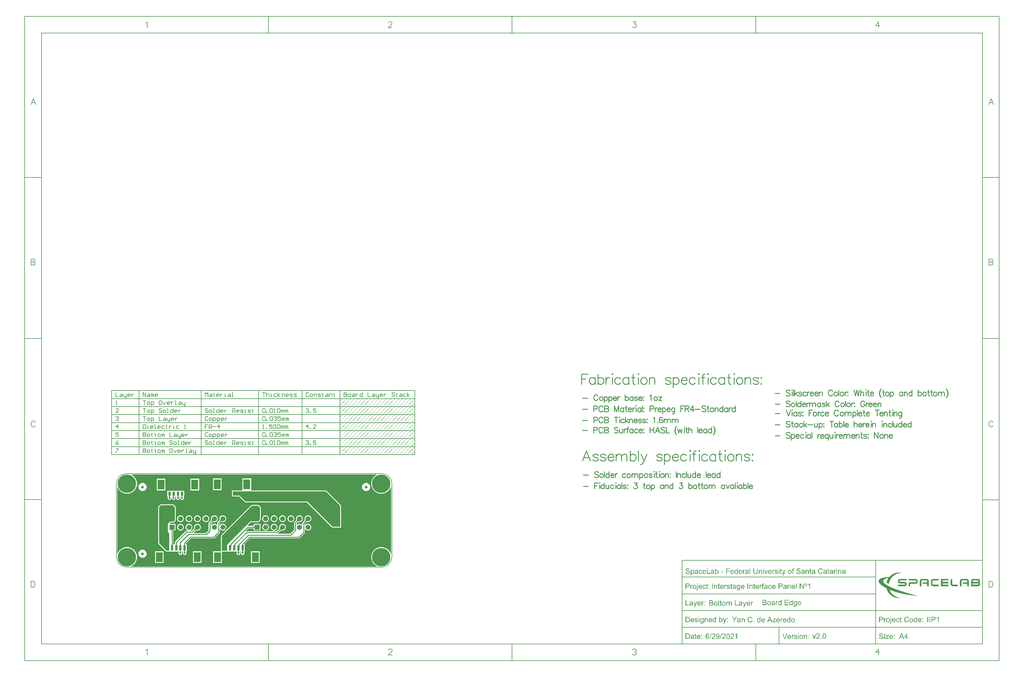
<source format=gbl>
G04*
G04 #@! TF.GenerationSoftware,Altium Limited,Altium Designer,18.1.7 (191)*
G04*
G04 Layer_Physical_Order=2*
G04 Layer_Color=16711680*
%FSLAX25Y25*%
%MOIN*%
G70*
G01*
G75*
%ADD10C,0.00787*%
%ADD11C,0.01000*%
%ADD14C,0.00100*%
%ADD15C,0.00700*%
%ADD16C,0.03200*%
%ADD23C,0.21654*%
%ADD24C,0.05906*%
%ADD25R,0.05906X0.05906*%
%ADD26R,0.06000X0.06000*%
%ADD27C,0.06000*%
%ADD28C,0.02362*%
%ADD29R,0.03150X0.06299*%
%ADD30R,0.08268X0.11811*%
%ADD31R,0.03150X0.05118*%
G36*
X306914Y108933D02*
X305429Y108023D01*
X304013Y106814D01*
X302804Y105398D01*
X301831Y103811D01*
X301119Y102091D01*
X300684Y100281D01*
X300538Y98425D01*
X300684Y96569D01*
X301119Y94759D01*
X301831Y93039D01*
X302804Y91452D01*
X304013Y90036D01*
X305429Y88828D01*
X307016Y87855D01*
X308736Y87142D01*
X310546Y86708D01*
X312402Y86562D01*
X314257Y86708D01*
X316068Y87142D01*
X317787Y87855D01*
X319375Y88828D01*
X320790Y90036D01*
X321999Y91452D01*
X322972Y93039D01*
X323500Y94315D01*
X324000Y94216D01*
X324000Y16020D01*
X323500Y15921D01*
X322972Y17197D01*
X321999Y18784D01*
X320790Y20200D01*
X319375Y21409D01*
X317787Y22381D01*
X316068Y23094D01*
X314257Y23528D01*
X312402Y23674D01*
X310546Y23528D01*
X308736Y23094D01*
X307016Y22381D01*
X305429Y21409D01*
X304013Y20200D01*
X302804Y18784D01*
X301831Y17197D01*
X301119Y15477D01*
X300684Y13667D01*
X300538Y11811D01*
X300684Y9955D01*
X301119Y8145D01*
X301831Y6425D01*
X302804Y4838D01*
X304013Y3422D01*
X305429Y2213D01*
X306914Y1303D01*
X306828Y803D01*
X17975D01*
X17889Y1303D01*
X19375Y2213D01*
X20790Y3422D01*
X21999Y4838D01*
X22972Y6425D01*
X23684Y8145D01*
X24119Y9955D01*
X24265Y11811D01*
X24119Y13667D01*
X23684Y15477D01*
X22972Y17197D01*
X21999Y18784D01*
X20790Y20200D01*
X19375Y21409D01*
X17787Y22381D01*
X16068Y23094D01*
X14257Y23528D01*
X12402Y23674D01*
X10546Y23528D01*
X8736Y23094D01*
X7016Y22381D01*
X5429Y21409D01*
X4013Y20200D01*
X2804Y18784D01*
X1831Y17197D01*
X1303Y15921D01*
X803Y16021D01*
Y94216D01*
X1303Y94315D01*
X1831Y93039D01*
X2804Y91452D01*
X4013Y90036D01*
X5429Y88828D01*
X7016Y87855D01*
X8736Y87142D01*
X10546Y86708D01*
X12402Y86562D01*
X14257Y86708D01*
X16068Y87142D01*
X17787Y87855D01*
X19375Y88828D01*
X20790Y90036D01*
X21999Y91452D01*
X22972Y93039D01*
X23684Y94759D01*
X24119Y96569D01*
X24265Y98425D01*
X24119Y100281D01*
X23684Y102091D01*
X22972Y103811D01*
X21999Y105398D01*
X20790Y106814D01*
X19375Y108023D01*
X17889Y108933D01*
X17976Y109433D01*
X306828D01*
X306914Y108933D01*
D02*
G37*
G36*
X799006Y-1464D02*
X799111Y-1474D01*
X799236Y-1493D01*
X799371Y-1512D01*
X799515Y-1541D01*
X799400Y-2214D01*
X799390D01*
X799361Y-2204D01*
X799313Y-2194D01*
X799255Y-2185D01*
X799179D01*
X799102Y-2175D01*
X798938Y-2166D01*
X798881D01*
X798823Y-2175D01*
X798746Y-2185D01*
X798669Y-2204D01*
X798583Y-2233D01*
X798506Y-2271D01*
X798439Y-2319D01*
X798429Y-2329D01*
X798419Y-2348D01*
X798390Y-2387D01*
X798371Y-2444D01*
X798343Y-2521D01*
X798314Y-2627D01*
X798304Y-2742D01*
X798294Y-2886D01*
Y-3300D01*
X799188D01*
Y-3905D01*
X798304D01*
Y-7874D01*
X797526D01*
Y-3905D01*
X796843D01*
Y-3300D01*
X797526D01*
Y-2819D01*
Y-2810D01*
Y-2800D01*
Y-2742D01*
X797535Y-2665D01*
Y-2560D01*
X797545Y-2454D01*
X797564Y-2339D01*
X797583Y-2233D01*
X797612Y-2137D01*
X797622Y-2127D01*
X797631Y-2089D01*
X797660Y-2031D01*
X797699Y-1964D01*
X797756Y-1877D01*
X797823Y-1801D01*
X797900Y-1724D01*
X797997Y-1647D01*
X798006Y-1637D01*
X798054Y-1618D01*
X798112Y-1589D01*
X798208Y-1551D01*
X798314Y-1512D01*
X798458Y-1483D01*
X798612Y-1464D01*
X798794Y-1455D01*
X798919D01*
X799006Y-1464D01*
D02*
G37*
G36*
X850064Y-2444D02*
X849285D01*
Y-1560D01*
X850064D01*
Y-2444D01*
D02*
G37*
G36*
X781957D02*
X781179D01*
Y-1560D01*
X781957D01*
Y-2444D01*
D02*
G37*
G36*
X763343D02*
X762565D01*
Y-1560D01*
X763343D01*
Y-2444D01*
D02*
G37*
G36*
X804704Y-1464D02*
X804772D01*
X804935Y-1483D01*
X805127Y-1512D01*
X805339Y-1551D01*
X805550Y-1608D01*
X805752Y-1685D01*
X805761D01*
X805771Y-1695D01*
X805800Y-1704D01*
X805838Y-1724D01*
X805934Y-1781D01*
X806059Y-1849D01*
X806194Y-1945D01*
X806328Y-2060D01*
X806463Y-2194D01*
X806578Y-2348D01*
X806588Y-2368D01*
X806626Y-2425D01*
X806674Y-2521D01*
X806722Y-2637D01*
X806780Y-2781D01*
X806838Y-2954D01*
X806876Y-3136D01*
X806895Y-3338D01*
X806098Y-3396D01*
Y-3386D01*
Y-3367D01*
X806088Y-3338D01*
X806079Y-3300D01*
X806059Y-3194D01*
X806021Y-3059D01*
X805963Y-2915D01*
X805886Y-2771D01*
X805781Y-2627D01*
X805656Y-2502D01*
X805637Y-2492D01*
X805588Y-2454D01*
X805502Y-2406D01*
X805387Y-2348D01*
X805233Y-2291D01*
X805041Y-2243D01*
X804820Y-2204D01*
X804560Y-2194D01*
X804435D01*
X804378Y-2204D01*
X804301D01*
X804137Y-2233D01*
X803955Y-2262D01*
X803772Y-2310D01*
X803599Y-2377D01*
X803522Y-2425D01*
X803455Y-2473D01*
X803445Y-2483D01*
X803407Y-2521D01*
X803349Y-2579D01*
X803292Y-2665D01*
X803224Y-2761D01*
X803176Y-2877D01*
X803138Y-3002D01*
X803119Y-3146D01*
Y-3165D01*
Y-3204D01*
X803128Y-3271D01*
X803148Y-3348D01*
X803176Y-3434D01*
X803224Y-3530D01*
X803282Y-3617D01*
X803359Y-3703D01*
X803368Y-3713D01*
X803417Y-3742D01*
X803445Y-3761D01*
X803484Y-3790D01*
X803541Y-3809D01*
X803609Y-3838D01*
X803686Y-3876D01*
X803772Y-3915D01*
X803868Y-3943D01*
X803984Y-3982D01*
X804118Y-4030D01*
X804262Y-4069D01*
X804426Y-4107D01*
X804608Y-4155D01*
X804618D01*
X804656Y-4165D01*
X804704Y-4174D01*
X804772Y-4193D01*
X804858Y-4213D01*
X804954Y-4241D01*
X805166Y-4290D01*
X805396Y-4357D01*
X805627Y-4424D01*
X805742Y-4453D01*
X805838Y-4491D01*
X805934Y-4530D01*
X806011Y-4559D01*
X806021D01*
X806040Y-4568D01*
X806059Y-4587D01*
X806098Y-4607D01*
X806194Y-4664D01*
X806319Y-4732D01*
X806453Y-4828D01*
X806588Y-4943D01*
X806713Y-5068D01*
X806818Y-5202D01*
X806828Y-5222D01*
X806857Y-5270D01*
X806905Y-5347D01*
X806953Y-5462D01*
X807001Y-5587D01*
X807049Y-5741D01*
X807078Y-5914D01*
X807088Y-6096D01*
Y-6106D01*
Y-6115D01*
Y-6144D01*
Y-6183D01*
X807068Y-6279D01*
X807049Y-6404D01*
X807020Y-6548D01*
X806963Y-6711D01*
X806895Y-6884D01*
X806799Y-7048D01*
X806790Y-7067D01*
X806742Y-7124D01*
X806684Y-7201D01*
X806588Y-7297D01*
X806472Y-7413D01*
X806328Y-7528D01*
X806155Y-7634D01*
X805963Y-7739D01*
X805954D01*
X805934Y-7749D01*
X805906Y-7759D01*
X805867Y-7778D01*
X805819Y-7797D01*
X805761Y-7816D01*
X805608Y-7855D01*
X805435Y-7903D01*
X805223Y-7941D01*
X805002Y-7970D01*
X804752Y-7980D01*
X804608D01*
X804541Y-7970D01*
X804454D01*
X804358Y-7960D01*
X804253Y-7951D01*
X804032Y-7922D01*
X803791Y-7874D01*
X803551Y-7816D01*
X803321Y-7739D01*
X803311D01*
X803292Y-7730D01*
X803263Y-7711D01*
X803224Y-7691D01*
X803119Y-7634D01*
X802994Y-7547D01*
X802840Y-7442D01*
X802696Y-7317D01*
X802542Y-7163D01*
X802407Y-6990D01*
Y-6980D01*
X802398Y-6971D01*
X802379Y-6942D01*
X802359Y-6903D01*
X802331Y-6855D01*
X802302Y-6798D01*
X802244Y-6654D01*
X802186Y-6490D01*
X802129Y-6288D01*
X802090Y-6077D01*
X802071Y-5846D01*
X802859Y-5779D01*
Y-5789D01*
Y-5798D01*
X802869Y-5856D01*
X802888Y-5942D01*
X802907Y-6058D01*
X802946Y-6183D01*
X802984Y-6317D01*
X803042Y-6442D01*
X803109Y-6567D01*
X803119Y-6577D01*
X803148Y-6615D01*
X803195Y-6673D01*
X803272Y-6740D01*
X803359Y-6817D01*
X803465Y-6903D01*
X803599Y-6980D01*
X803743Y-7057D01*
X803753D01*
X803763Y-7067D01*
X803820Y-7086D01*
X803907Y-7115D01*
X804032Y-7144D01*
X804166Y-7182D01*
X804339Y-7211D01*
X804522Y-7230D01*
X804714Y-7240D01*
X804791D01*
X804887Y-7230D01*
X804993Y-7220D01*
X805127Y-7211D01*
X805262Y-7182D01*
X805406Y-7153D01*
X805550Y-7105D01*
X805569Y-7096D01*
X805608Y-7076D01*
X805675Y-7048D01*
X805752Y-7000D01*
X805848Y-6942D01*
X805934Y-6875D01*
X806021Y-6798D01*
X806098Y-6711D01*
X806107Y-6702D01*
X806127Y-6663D01*
X806155Y-6615D01*
X806194Y-6548D01*
X806223Y-6471D01*
X806252Y-6375D01*
X806271Y-6279D01*
X806280Y-6173D01*
Y-6163D01*
Y-6125D01*
X806271Y-6067D01*
X806261Y-6000D01*
X806242Y-5914D01*
X806203Y-5827D01*
X806165Y-5741D01*
X806107Y-5654D01*
X806098Y-5644D01*
X806079Y-5616D01*
X806030Y-5577D01*
X805973Y-5520D01*
X805896Y-5462D01*
X805800Y-5404D01*
X805675Y-5337D01*
X805540Y-5279D01*
X805531Y-5270D01*
X805492Y-5260D01*
X805415Y-5241D01*
X805367Y-5222D01*
X805310Y-5202D01*
X805233Y-5183D01*
X805156Y-5164D01*
X805060Y-5135D01*
X804964Y-5106D01*
X804848Y-5077D01*
X804714Y-5049D01*
X804570Y-5010D01*
X804416Y-4972D01*
X804406D01*
X804378Y-4962D01*
X804329Y-4953D01*
X804272Y-4933D01*
X804205Y-4914D01*
X804128Y-4895D01*
X803945Y-4847D01*
X803743Y-4780D01*
X803541Y-4712D01*
X803359Y-4645D01*
X803272Y-4616D01*
X803205Y-4578D01*
X803195D01*
X803186Y-4568D01*
X803128Y-4530D01*
X803051Y-4482D01*
X802955Y-4414D01*
X802840Y-4328D01*
X802734Y-4232D01*
X802629Y-4117D01*
X802532Y-3992D01*
X802523Y-3972D01*
X802494Y-3924D01*
X802465Y-3857D01*
X802427Y-3761D01*
X802379Y-3646D01*
X802350Y-3511D01*
X802321Y-3357D01*
X802311Y-3204D01*
Y-3194D01*
Y-3184D01*
Y-3156D01*
Y-3117D01*
X802331Y-3031D01*
X802350Y-2915D01*
X802379Y-2771D01*
X802427Y-2627D01*
X802494Y-2464D01*
X802581Y-2310D01*
Y-2300D01*
X802590Y-2291D01*
X802629Y-2243D01*
X802696Y-2166D01*
X802782Y-2070D01*
X802888Y-1973D01*
X803022Y-1868D01*
X803186Y-1762D01*
X803368Y-1676D01*
X803378D01*
X803388Y-1666D01*
X803417Y-1656D01*
X803465Y-1637D01*
X803513Y-1627D01*
X803570Y-1608D01*
X803705Y-1560D01*
X803878Y-1522D01*
X804070Y-1493D01*
X804291Y-1464D01*
X804522Y-1455D01*
X804637D01*
X804704Y-1464D01*
D02*
G37*
G36*
X673893D02*
X673960D01*
X674124Y-1483D01*
X674316Y-1512D01*
X674527Y-1551D01*
X674739Y-1608D01*
X674940Y-1685D01*
X674950D01*
X674960Y-1695D01*
X674989Y-1704D01*
X675027Y-1724D01*
X675123Y-1781D01*
X675248Y-1849D01*
X675383Y-1945D01*
X675517Y-2060D01*
X675652Y-2194D01*
X675767Y-2348D01*
X675776Y-2368D01*
X675815Y-2425D01*
X675863Y-2521D01*
X675911Y-2637D01*
X675969Y-2781D01*
X676026Y-2954D01*
X676065Y-3136D01*
X676084Y-3338D01*
X675286Y-3396D01*
Y-3386D01*
Y-3367D01*
X675277Y-3338D01*
X675267Y-3300D01*
X675248Y-3194D01*
X675210Y-3059D01*
X675152Y-2915D01*
X675075Y-2771D01*
X674969Y-2627D01*
X674844Y-2502D01*
X674825Y-2492D01*
X674777Y-2454D01*
X674691Y-2406D01*
X674575Y-2348D01*
X674422Y-2291D01*
X674229Y-2243D01*
X674008Y-2204D01*
X673749Y-2194D01*
X673624D01*
X673566Y-2204D01*
X673489D01*
X673326Y-2233D01*
X673143Y-2262D01*
X672961Y-2310D01*
X672788Y-2377D01*
X672711Y-2425D01*
X672644Y-2473D01*
X672634Y-2483D01*
X672596Y-2521D01*
X672538Y-2579D01*
X672480Y-2665D01*
X672413Y-2761D01*
X672365Y-2877D01*
X672327Y-3002D01*
X672307Y-3146D01*
Y-3165D01*
Y-3204D01*
X672317Y-3271D01*
X672336Y-3348D01*
X672365Y-3434D01*
X672413Y-3530D01*
X672471Y-3617D01*
X672548Y-3703D01*
X672557Y-3713D01*
X672605Y-3742D01*
X672634Y-3761D01*
X672673Y-3790D01*
X672730Y-3809D01*
X672797Y-3838D01*
X672874Y-3876D01*
X672961Y-3915D01*
X673057Y-3943D01*
X673172Y-3982D01*
X673307Y-4030D01*
X673451Y-4069D01*
X673614Y-4107D01*
X673797Y-4155D01*
X673806D01*
X673845Y-4165D01*
X673893Y-4174D01*
X673960Y-4193D01*
X674047Y-4213D01*
X674143Y-4241D01*
X674354Y-4290D01*
X674585Y-4357D01*
X674816Y-4424D01*
X674931Y-4453D01*
X675027Y-4491D01*
X675123Y-4530D01*
X675200Y-4559D01*
X675210D01*
X675229Y-4568D01*
X675248Y-4587D01*
X675286Y-4607D01*
X675383Y-4664D01*
X675507Y-4732D01*
X675642Y-4828D01*
X675776Y-4943D01*
X675902Y-5068D01*
X676007Y-5202D01*
X676017Y-5222D01*
X676046Y-5270D01*
X676094Y-5347D01*
X676142Y-5462D01*
X676190Y-5587D01*
X676238Y-5741D01*
X676267Y-5914D01*
X676276Y-6096D01*
Y-6106D01*
Y-6115D01*
Y-6144D01*
Y-6183D01*
X676257Y-6279D01*
X676238Y-6404D01*
X676209Y-6548D01*
X676151Y-6711D01*
X676084Y-6884D01*
X675988Y-7048D01*
X675978Y-7067D01*
X675930Y-7124D01*
X675873Y-7201D01*
X675776Y-7297D01*
X675661Y-7413D01*
X675517Y-7528D01*
X675344Y-7634D01*
X675152Y-7739D01*
X675142D01*
X675123Y-7749D01*
X675094Y-7759D01*
X675056Y-7778D01*
X675008Y-7797D01*
X674950Y-7816D01*
X674796Y-7855D01*
X674623Y-7903D01*
X674412Y-7941D01*
X674191Y-7970D01*
X673941Y-7980D01*
X673797D01*
X673730Y-7970D01*
X673643D01*
X673547Y-7960D01*
X673441Y-7951D01*
X673220Y-7922D01*
X672980Y-7874D01*
X672740Y-7816D01*
X672509Y-7739D01*
X672500D01*
X672480Y-7730D01*
X672451Y-7711D01*
X672413Y-7691D01*
X672307Y-7634D01*
X672182Y-7547D01*
X672029Y-7442D01*
X671884Y-7317D01*
X671731Y-7163D01*
X671596Y-6990D01*
Y-6980D01*
X671587Y-6971D01*
X671567Y-6942D01*
X671548Y-6903D01*
X671519Y-6855D01*
X671490Y-6798D01*
X671433Y-6654D01*
X671375Y-6490D01*
X671317Y-6288D01*
X671279Y-6077D01*
X671260Y-5846D01*
X672048Y-5779D01*
Y-5789D01*
Y-5798D01*
X672057Y-5856D01*
X672077Y-5942D01*
X672096Y-6058D01*
X672134Y-6183D01*
X672173Y-6317D01*
X672230Y-6442D01*
X672298Y-6567D01*
X672307Y-6577D01*
X672336Y-6615D01*
X672384Y-6673D01*
X672461Y-6740D01*
X672548Y-6817D01*
X672653Y-6903D01*
X672788Y-6980D01*
X672932Y-7057D01*
X672942D01*
X672951Y-7067D01*
X673009Y-7086D01*
X673095Y-7115D01*
X673220Y-7144D01*
X673355Y-7182D01*
X673528Y-7211D01*
X673710Y-7230D01*
X673903Y-7240D01*
X673980D01*
X674076Y-7230D01*
X674181Y-7220D01*
X674316Y-7211D01*
X674450Y-7182D01*
X674594Y-7153D01*
X674739Y-7105D01*
X674758Y-7096D01*
X674796Y-7076D01*
X674864Y-7048D01*
X674940Y-7000D01*
X675037Y-6942D01*
X675123Y-6875D01*
X675210Y-6798D01*
X675286Y-6711D01*
X675296Y-6702D01*
X675315Y-6663D01*
X675344Y-6615D01*
X675383Y-6548D01*
X675411Y-6471D01*
X675440Y-6375D01*
X675459Y-6279D01*
X675469Y-6173D01*
Y-6163D01*
Y-6125D01*
X675459Y-6067D01*
X675450Y-6000D01*
X675431Y-5914D01*
X675392Y-5827D01*
X675354Y-5741D01*
X675296Y-5654D01*
X675286Y-5644D01*
X675267Y-5616D01*
X675219Y-5577D01*
X675162Y-5520D01*
X675085Y-5462D01*
X674989Y-5404D01*
X674864Y-5337D01*
X674729Y-5279D01*
X674719Y-5270D01*
X674681Y-5260D01*
X674604Y-5241D01*
X674556Y-5222D01*
X674498Y-5202D01*
X674422Y-5183D01*
X674345Y-5164D01*
X674249Y-5135D01*
X674153Y-5106D01*
X674037Y-5077D01*
X673903Y-5049D01*
X673758Y-5010D01*
X673605Y-4972D01*
X673595D01*
X673566Y-4962D01*
X673518Y-4953D01*
X673460Y-4933D01*
X673393Y-4914D01*
X673316Y-4895D01*
X673134Y-4847D01*
X672932Y-4780D01*
X672730Y-4712D01*
X672548Y-4645D01*
X672461Y-4616D01*
X672394Y-4578D01*
X672384D01*
X672375Y-4568D01*
X672317Y-4530D01*
X672240Y-4482D01*
X672144Y-4414D01*
X672029Y-4328D01*
X671923Y-4232D01*
X671817Y-4117D01*
X671721Y-3992D01*
X671711Y-3972D01*
X671683Y-3924D01*
X671654Y-3857D01*
X671615Y-3761D01*
X671567Y-3646D01*
X671538Y-3511D01*
X671510Y-3357D01*
X671500Y-3204D01*
Y-3194D01*
Y-3184D01*
Y-3156D01*
Y-3117D01*
X671519Y-3031D01*
X671538Y-2915D01*
X671567Y-2771D01*
X671615Y-2627D01*
X671683Y-2464D01*
X671769Y-2310D01*
Y-2300D01*
X671779Y-2291D01*
X671817Y-2243D01*
X671884Y-2166D01*
X671971Y-2070D01*
X672077Y-1973D01*
X672211Y-1868D01*
X672375Y-1762D01*
X672557Y-1676D01*
X672567D01*
X672576Y-1666D01*
X672605Y-1656D01*
X672653Y-1637D01*
X672701Y-1627D01*
X672759Y-1608D01*
X672893Y-1560D01*
X673067Y-1522D01*
X673259Y-1493D01*
X673480Y-1464D01*
X673710Y-1455D01*
X673826D01*
X673893Y-1464D01*
D02*
G37*
G36*
X830728D02*
X830805Y-1474D01*
X830901Y-1483D01*
X831007Y-1493D01*
X831122Y-1512D01*
X831372Y-1570D01*
X831641Y-1656D01*
X831776Y-1714D01*
X831910Y-1781D01*
X832035Y-1858D01*
X832160Y-1945D01*
X832170Y-1954D01*
X832189Y-1964D01*
X832218Y-1993D01*
X832266Y-2031D01*
X832314Y-2079D01*
X832381Y-2146D01*
X832448Y-2214D01*
X832516Y-2291D01*
X832592Y-2387D01*
X832660Y-2483D01*
X832737Y-2598D01*
X832814Y-2723D01*
X832881Y-2848D01*
X832948Y-2992D01*
X833063Y-3300D01*
X832237Y-3492D01*
Y-3482D01*
X832227Y-3463D01*
X832218Y-3425D01*
X832199Y-3376D01*
X832170Y-3319D01*
X832141Y-3252D01*
X832074Y-3108D01*
X831987Y-2944D01*
X831872Y-2771D01*
X831747Y-2617D01*
X831593Y-2483D01*
X831574Y-2473D01*
X831516Y-2435D01*
X831430Y-2387D01*
X831305Y-2319D01*
X831161Y-2262D01*
X830978Y-2214D01*
X830776Y-2175D01*
X830546Y-2166D01*
X830478D01*
X830430Y-2175D01*
X830363D01*
X830296Y-2185D01*
X830123Y-2214D01*
X829931Y-2252D01*
X829729Y-2319D01*
X829527Y-2406D01*
X829335Y-2521D01*
X829325D01*
X829315Y-2541D01*
X829258Y-2589D01*
X829171Y-2665D01*
X829066Y-2771D01*
X828960Y-2906D01*
X828845Y-3059D01*
X828739Y-3252D01*
X828652Y-3463D01*
Y-3473D01*
X828643Y-3492D01*
X828633Y-3521D01*
X828624Y-3569D01*
X828604Y-3617D01*
X828595Y-3684D01*
X828556Y-3838D01*
X828518Y-4020D01*
X828489Y-4222D01*
X828470Y-4443D01*
X828460Y-4674D01*
Y-4684D01*
Y-4712D01*
Y-4751D01*
Y-4808D01*
X828470Y-4876D01*
Y-4962D01*
X828479Y-5049D01*
X828489Y-5145D01*
X828518Y-5366D01*
X828556Y-5606D01*
X828614Y-5846D01*
X828691Y-6077D01*
Y-6087D01*
X828701Y-6106D01*
X828720Y-6135D01*
X828739Y-6173D01*
X828787Y-6288D01*
X828864Y-6413D01*
X828969Y-6567D01*
X829095Y-6711D01*
X829239Y-6855D01*
X829412Y-6980D01*
X829421D01*
X829431Y-6990D01*
X829460Y-7009D01*
X829498Y-7028D01*
X829604Y-7067D01*
X829738Y-7124D01*
X829892Y-7173D01*
X830075Y-7220D01*
X830276Y-7259D01*
X830488Y-7269D01*
X830555D01*
X830603Y-7259D01*
X830661D01*
X830738Y-7249D01*
X830901Y-7220D01*
X831084Y-7173D01*
X831286Y-7096D01*
X831478Y-7000D01*
X831670Y-6865D01*
X831680Y-6855D01*
X831689Y-6846D01*
X831747Y-6788D01*
X831833Y-6692D01*
X831939Y-6567D01*
X832045Y-6394D01*
X832160Y-6192D01*
X832256Y-5942D01*
X832333Y-5664D01*
X833169Y-5875D01*
Y-5885D01*
X833160Y-5923D01*
X833140Y-5971D01*
X833121Y-6048D01*
X833083Y-6125D01*
X833044Y-6231D01*
X833006Y-6336D01*
X832948Y-6452D01*
X832823Y-6711D01*
X832650Y-6971D01*
X832458Y-7220D01*
X832343Y-7336D01*
X832218Y-7442D01*
X832208Y-7451D01*
X832189Y-7461D01*
X832150Y-7490D01*
X832093Y-7528D01*
X832026Y-7566D01*
X831949Y-7615D01*
X831862Y-7663D01*
X831756Y-7711D01*
X831641Y-7759D01*
X831516Y-7807D01*
X831372Y-7855D01*
X831228Y-7893D01*
X830911Y-7960D01*
X830738Y-7970D01*
X830555Y-7980D01*
X830459D01*
X830382Y-7970D01*
X830296D01*
X830200Y-7960D01*
X830084Y-7941D01*
X829969Y-7932D01*
X829700Y-7874D01*
X829421Y-7807D01*
X829152Y-7701D01*
X829018Y-7643D01*
X828893Y-7566D01*
X828883Y-7557D01*
X828864Y-7547D01*
X828835Y-7518D01*
X828787Y-7490D01*
X828672Y-7394D01*
X828537Y-7259D01*
X828374Y-7096D01*
X828220Y-6884D01*
X828057Y-6644D01*
X827922Y-6365D01*
Y-6356D01*
X827912Y-6327D01*
X827893Y-6288D01*
X827874Y-6231D01*
X827845Y-6154D01*
X827816Y-6067D01*
X827787Y-5971D01*
X827759Y-5856D01*
X827730Y-5741D01*
X827701Y-5606D01*
X827643Y-5318D01*
X827605Y-5010D01*
X827595Y-4674D01*
Y-4664D01*
Y-4626D01*
Y-4578D01*
X827605Y-4510D01*
Y-4424D01*
X827614Y-4318D01*
X827624Y-4213D01*
X827643Y-4088D01*
X827691Y-3819D01*
X827749Y-3530D01*
X827845Y-3232D01*
X827970Y-2954D01*
Y-2944D01*
X827989Y-2925D01*
X828008Y-2886D01*
X828037Y-2829D01*
X828076Y-2771D01*
X828124Y-2704D01*
X828249Y-2541D01*
X828393Y-2358D01*
X828576Y-2175D01*
X828797Y-1993D01*
X829037Y-1839D01*
X829046D01*
X829066Y-1820D01*
X829104Y-1801D01*
X829162Y-1781D01*
X829219Y-1752D01*
X829296Y-1714D01*
X829392Y-1685D01*
X829488Y-1647D01*
X829594Y-1608D01*
X829710Y-1579D01*
X829969Y-1512D01*
X830257Y-1474D01*
X830565Y-1455D01*
X830661D01*
X830728Y-1464D01*
D02*
G37*
G36*
X732927Y-7874D02*
X732206D01*
Y-7307D01*
X732197Y-7317D01*
X732187Y-7336D01*
X732158Y-7365D01*
X732120Y-7413D01*
X732082Y-7461D01*
X732024Y-7518D01*
X731957Y-7576D01*
X731880Y-7643D01*
X731793Y-7701D01*
X731697Y-7768D01*
X731591Y-7826D01*
X731486Y-7874D01*
X731361Y-7922D01*
X731226Y-7951D01*
X731082Y-7970D01*
X730928Y-7980D01*
X730871D01*
X730832Y-7970D01*
X730726Y-7960D01*
X730602Y-7941D01*
X730438Y-7903D01*
X730275Y-7855D01*
X730092Y-7778D01*
X729919Y-7682D01*
X729910D01*
X729900Y-7672D01*
X729842Y-7624D01*
X729766Y-7557D01*
X729660Y-7461D01*
X729554Y-7345D01*
X729429Y-7201D01*
X729323Y-7038D01*
X729218Y-6846D01*
Y-6836D01*
X729208Y-6817D01*
X729199Y-6788D01*
X729179Y-6750D01*
X729160Y-6702D01*
X729141Y-6634D01*
X729093Y-6481D01*
X729045Y-6298D01*
X729006Y-6087D01*
X728977Y-5856D01*
X728968Y-5596D01*
Y-5587D01*
Y-5568D01*
Y-5529D01*
Y-5481D01*
X728977Y-5424D01*
Y-5347D01*
X728997Y-5183D01*
X729026Y-4991D01*
X729064Y-4789D01*
X729112Y-4568D01*
X729189Y-4357D01*
Y-4347D01*
X729199Y-4328D01*
X729218Y-4299D01*
X729237Y-4261D01*
X729285Y-4165D01*
X729362Y-4040D01*
X729458Y-3895D01*
X729573Y-3751D01*
X729708Y-3617D01*
X729871Y-3492D01*
X729881D01*
X729890Y-3482D01*
X729948Y-3444D01*
X730044Y-3396D01*
X730169Y-3338D01*
X730323Y-3290D01*
X730496Y-3242D01*
X730688Y-3204D01*
X730890Y-3194D01*
X730957D01*
X731034Y-3204D01*
X731140Y-3213D01*
X731246Y-3242D01*
X731370Y-3271D01*
X731495Y-3319D01*
X731620Y-3376D01*
X731639Y-3386D01*
X731678Y-3405D01*
X731736Y-3444D01*
X731812Y-3501D01*
X731889Y-3559D01*
X731985Y-3636D01*
X732072Y-3732D01*
X732149Y-3828D01*
Y-1560D01*
X732927D01*
Y-7874D01*
D02*
G37*
G36*
X679553Y-3213D02*
X679688Y-3232D01*
X679851Y-3271D01*
X680024Y-3319D01*
X680197Y-3396D01*
X680370Y-3501D01*
X680380D01*
X680389Y-3511D01*
X680447Y-3559D01*
X680524Y-3626D01*
X680630Y-3723D01*
X680735Y-3838D01*
X680851Y-3992D01*
X680956Y-4155D01*
X681052Y-4357D01*
Y-4366D01*
X681062Y-4386D01*
X681072Y-4414D01*
X681091Y-4453D01*
X681110Y-4501D01*
X681129Y-4568D01*
X681168Y-4712D01*
X681206Y-4895D01*
X681245Y-5097D01*
X681274Y-5318D01*
X681283Y-5558D01*
Y-5568D01*
Y-5587D01*
Y-5625D01*
Y-5673D01*
X681274Y-5741D01*
Y-5808D01*
X681254Y-5981D01*
X681216Y-6173D01*
X681177Y-6385D01*
X681110Y-6605D01*
X681024Y-6826D01*
Y-6836D01*
X681014Y-6855D01*
X680995Y-6884D01*
X680976Y-6923D01*
X680918Y-7019D01*
X680841Y-7144D01*
X680735Y-7278D01*
X680610Y-7422D01*
X680466Y-7557D01*
X680293Y-7682D01*
X680284D01*
X680274Y-7691D01*
X680245Y-7711D01*
X680207Y-7730D01*
X680111Y-7778D01*
X679986Y-7826D01*
X679832Y-7884D01*
X679669Y-7932D01*
X679476Y-7970D01*
X679284Y-7980D01*
X679217D01*
X679150Y-7970D01*
X679053Y-7960D01*
X678948Y-7941D01*
X678832Y-7913D01*
X678708Y-7874D01*
X678592Y-7826D01*
X678583Y-7816D01*
X678544Y-7797D01*
X678487Y-7759D01*
X678419Y-7711D01*
X678333Y-7653D01*
X678256Y-7586D01*
X678169Y-7499D01*
X678093Y-7413D01*
Y-9623D01*
X677314D01*
Y-3300D01*
X678025D01*
Y-3895D01*
X678035Y-3876D01*
X678064Y-3838D01*
X678121Y-3780D01*
X678189Y-3703D01*
X678265Y-3617D01*
X678362Y-3530D01*
X678467Y-3444D01*
X678583Y-3376D01*
X678602Y-3367D01*
X678640Y-3348D01*
X678708Y-3319D01*
X678794Y-3280D01*
X678909Y-3252D01*
X679034Y-3223D01*
X679178Y-3204D01*
X679342Y-3194D01*
X679438D01*
X679553Y-3213D01*
D02*
G37*
G36*
X853542Y-3204D02*
X853638Y-3213D01*
X853754Y-3232D01*
X853888Y-3261D01*
X854013Y-3300D01*
X854148Y-3348D01*
X854167Y-3357D01*
X854205Y-3376D01*
X854263Y-3405D01*
X854340Y-3453D01*
X854426Y-3511D01*
X854513Y-3578D01*
X854599Y-3655D01*
X854667Y-3742D01*
X854676Y-3751D01*
X854696Y-3780D01*
X854724Y-3838D01*
X854763Y-3905D01*
X854801Y-3982D01*
X854840Y-4078D01*
X854878Y-4193D01*
X854907Y-4309D01*
Y-4318D01*
X854916Y-4347D01*
X854926Y-4405D01*
X854936Y-4482D01*
Y-4587D01*
X854945Y-4722D01*
X854955Y-4876D01*
Y-5068D01*
Y-7874D01*
X854177D01*
Y-5097D01*
Y-5087D01*
Y-5077D01*
Y-5020D01*
Y-4933D01*
X854167Y-4828D01*
X854157Y-4722D01*
X854138Y-4597D01*
X854109Y-4491D01*
X854080Y-4395D01*
Y-4386D01*
X854061Y-4357D01*
X854042Y-4309D01*
X854013Y-4261D01*
X853965Y-4193D01*
X853907Y-4136D01*
X853840Y-4069D01*
X853763Y-4011D01*
X853754Y-4001D01*
X853725Y-3992D01*
X853677Y-3963D01*
X853610Y-3934D01*
X853533Y-3915D01*
X853437Y-3886D01*
X853341Y-3876D01*
X853225Y-3867D01*
X853139D01*
X853052Y-3886D01*
X852927Y-3905D01*
X852793Y-3943D01*
X852658Y-4001D01*
X852504Y-4078D01*
X852370Y-4184D01*
X852351Y-4203D01*
X852312Y-4251D01*
X852255Y-4328D01*
X852226Y-4386D01*
X852197Y-4453D01*
X852159Y-4530D01*
X852130Y-4616D01*
X852101Y-4712D01*
X852072Y-4818D01*
X852043Y-4943D01*
X852034Y-5077D01*
X852014Y-5222D01*
Y-5375D01*
Y-7874D01*
X851236D01*
Y-3300D01*
X851937D01*
Y-3953D01*
X851947Y-3943D01*
X851957Y-3924D01*
X851985Y-3886D01*
X852034Y-3838D01*
X852082Y-3780D01*
X852149Y-3713D01*
X852216Y-3646D01*
X852303Y-3569D01*
X852408Y-3501D01*
X852514Y-3434D01*
X852629Y-3367D01*
X852764Y-3309D01*
X852899Y-3261D01*
X853052Y-3223D01*
X853216Y-3204D01*
X853389Y-3194D01*
X853456D01*
X853542Y-3204D01*
D02*
G37*
G36*
X815333D02*
X815429Y-3213D01*
X815544Y-3232D01*
X815679Y-3261D01*
X815804Y-3300D01*
X815938Y-3348D01*
X815958Y-3357D01*
X815996Y-3376D01*
X816054Y-3405D01*
X816131Y-3453D01*
X816217Y-3511D01*
X816304Y-3578D01*
X816390Y-3655D01*
X816457Y-3742D01*
X816467Y-3751D01*
X816486Y-3780D01*
X816515Y-3838D01*
X816553Y-3905D01*
X816592Y-3982D01*
X816630Y-4078D01*
X816669Y-4193D01*
X816698Y-4309D01*
Y-4318D01*
X816707Y-4347D01*
X816717Y-4405D01*
X816726Y-4482D01*
Y-4587D01*
X816736Y-4722D01*
X816746Y-4876D01*
Y-5068D01*
Y-7874D01*
X815967D01*
Y-5097D01*
Y-5087D01*
Y-5077D01*
Y-5020D01*
Y-4933D01*
X815958Y-4828D01*
X815948Y-4722D01*
X815929Y-4597D01*
X815900Y-4491D01*
X815871Y-4395D01*
Y-4386D01*
X815852Y-4357D01*
X815833Y-4309D01*
X815804Y-4261D01*
X815756Y-4193D01*
X815698Y-4136D01*
X815631Y-4069D01*
X815554Y-4011D01*
X815544Y-4001D01*
X815516Y-3992D01*
X815467Y-3963D01*
X815400Y-3934D01*
X815323Y-3915D01*
X815227Y-3886D01*
X815131Y-3876D01*
X815016Y-3867D01*
X814929D01*
X814843Y-3886D01*
X814718Y-3905D01*
X814583Y-3943D01*
X814449Y-4001D01*
X814295Y-4078D01*
X814161Y-4184D01*
X814141Y-4203D01*
X814103Y-4251D01*
X814045Y-4328D01*
X814016Y-4386D01*
X813988Y-4453D01*
X813949Y-4530D01*
X813920Y-4616D01*
X813892Y-4712D01*
X813863Y-4818D01*
X813834Y-4943D01*
X813824Y-5077D01*
X813805Y-5222D01*
Y-5375D01*
Y-7874D01*
X813027D01*
Y-3300D01*
X813728D01*
Y-3953D01*
X813738Y-3943D01*
X813747Y-3924D01*
X813776Y-3886D01*
X813824Y-3838D01*
X813872Y-3780D01*
X813939Y-3713D01*
X814007Y-3646D01*
X814093Y-3569D01*
X814199Y-3501D01*
X814305Y-3434D01*
X814420Y-3367D01*
X814555Y-3309D01*
X814689Y-3261D01*
X814843Y-3223D01*
X815006Y-3204D01*
X815179Y-3194D01*
X815246D01*
X815333Y-3204D01*
D02*
G37*
G36*
X759960D02*
X760056Y-3213D01*
X760172Y-3232D01*
X760306Y-3261D01*
X760431Y-3300D01*
X760566Y-3348D01*
X760585Y-3357D01*
X760623Y-3376D01*
X760681Y-3405D01*
X760758Y-3453D01*
X760844Y-3511D01*
X760931Y-3578D01*
X761017Y-3655D01*
X761085Y-3742D01*
X761094Y-3751D01*
X761113Y-3780D01*
X761142Y-3838D01*
X761181Y-3905D01*
X761219Y-3982D01*
X761258Y-4078D01*
X761296Y-4193D01*
X761325Y-4309D01*
Y-4318D01*
X761334Y-4347D01*
X761344Y-4405D01*
X761354Y-4482D01*
Y-4587D01*
X761363Y-4722D01*
X761373Y-4876D01*
Y-5068D01*
Y-7874D01*
X760594D01*
Y-5097D01*
Y-5087D01*
Y-5077D01*
Y-5020D01*
Y-4933D01*
X760585Y-4828D01*
X760575Y-4722D01*
X760556Y-4597D01*
X760527Y-4491D01*
X760498Y-4395D01*
Y-4386D01*
X760479Y-4357D01*
X760460Y-4309D01*
X760431Y-4261D01*
X760383Y-4193D01*
X760325Y-4136D01*
X760258Y-4069D01*
X760181Y-4011D01*
X760172Y-4001D01*
X760143Y-3992D01*
X760095Y-3963D01*
X760027Y-3934D01*
X759950Y-3915D01*
X759854Y-3886D01*
X759758Y-3876D01*
X759643Y-3867D01*
X759556D01*
X759470Y-3886D01*
X759345Y-3905D01*
X759211Y-3943D01*
X759076Y-4001D01*
X758922Y-4078D01*
X758788Y-4184D01*
X758769Y-4203D01*
X758730Y-4251D01*
X758672Y-4328D01*
X758644Y-4386D01*
X758615Y-4453D01*
X758576Y-4530D01*
X758547Y-4616D01*
X758519Y-4712D01*
X758490Y-4818D01*
X758461Y-4943D01*
X758451Y-5077D01*
X758432Y-5222D01*
Y-5375D01*
Y-7874D01*
X757654D01*
Y-3300D01*
X758355D01*
Y-3953D01*
X758365Y-3943D01*
X758375Y-3924D01*
X758403Y-3886D01*
X758451Y-3838D01*
X758499Y-3780D01*
X758567Y-3713D01*
X758634Y-3646D01*
X758720Y-3569D01*
X758826Y-3501D01*
X758932Y-3434D01*
X759047Y-3367D01*
X759182Y-3309D01*
X759316Y-3261D01*
X759470Y-3223D01*
X759633Y-3204D01*
X759806Y-3194D01*
X759874D01*
X759960Y-3204D01*
D02*
G37*
G36*
X848170D02*
X848276Y-3223D01*
X848391Y-3261D01*
X848526Y-3300D01*
X848670Y-3367D01*
X848824Y-3453D01*
X848545Y-4165D01*
X848536Y-4155D01*
X848497Y-4136D01*
X848439Y-4107D01*
X848372Y-4078D01*
X848286Y-4049D01*
X848190Y-4020D01*
X848084Y-4001D01*
X847978Y-3992D01*
X847940D01*
X847892Y-4001D01*
X847824Y-4011D01*
X847757Y-4030D01*
X847680Y-4059D01*
X847603Y-4097D01*
X847526Y-4145D01*
X847517Y-4155D01*
X847498Y-4174D01*
X847459Y-4213D01*
X847421Y-4261D01*
X847373Y-4318D01*
X847325Y-4395D01*
X847286Y-4482D01*
X847248Y-4578D01*
X847238Y-4597D01*
X847229Y-4645D01*
X847209Y-4732D01*
X847190Y-4847D01*
X847161Y-4981D01*
X847142Y-5135D01*
X847132Y-5299D01*
X847123Y-5481D01*
Y-7874D01*
X846344D01*
Y-3300D01*
X847046D01*
Y-3982D01*
X847056Y-3972D01*
X847094Y-3915D01*
X847142Y-3828D01*
X847200Y-3732D01*
X847277Y-3626D01*
X847363Y-3521D01*
X847440Y-3425D01*
X847526Y-3357D01*
X847536Y-3348D01*
X847565Y-3328D01*
X847613Y-3309D01*
X847680Y-3271D01*
X847748Y-3242D01*
X847834Y-3223D01*
X847930Y-3204D01*
X848026Y-3194D01*
X848093D01*
X848170Y-3204D01*
D02*
G37*
G36*
X775653D02*
X775759Y-3223D01*
X775874Y-3261D01*
X776009Y-3300D01*
X776153Y-3367D01*
X776307Y-3453D01*
X776028Y-4165D01*
X776018Y-4155D01*
X775980Y-4136D01*
X775922Y-4107D01*
X775855Y-4078D01*
X775769Y-4049D01*
X775672Y-4020D01*
X775567Y-4001D01*
X775461Y-3992D01*
X775423D01*
X775375Y-4001D01*
X775307Y-4011D01*
X775240Y-4030D01*
X775163Y-4059D01*
X775086Y-4097D01*
X775009Y-4145D01*
X775000Y-4155D01*
X774981Y-4174D01*
X774942Y-4213D01*
X774904Y-4261D01*
X774856Y-4318D01*
X774808Y-4395D01*
X774769Y-4482D01*
X774731Y-4578D01*
X774721Y-4597D01*
X774712Y-4645D01*
X774692Y-4732D01*
X774673Y-4847D01*
X774644Y-4981D01*
X774625Y-5135D01*
X774615Y-5299D01*
X774606Y-5481D01*
Y-7874D01*
X773827D01*
Y-3300D01*
X774529D01*
Y-3982D01*
X774539Y-3972D01*
X774577Y-3915D01*
X774625Y-3828D01*
X774683Y-3732D01*
X774759Y-3626D01*
X774846Y-3521D01*
X774923Y-3425D01*
X775009Y-3357D01*
X775019Y-3348D01*
X775048Y-3328D01*
X775096Y-3309D01*
X775163Y-3271D01*
X775230Y-3242D01*
X775317Y-3223D01*
X775413Y-3204D01*
X775509Y-3194D01*
X775576D01*
X775653Y-3204D01*
D02*
G37*
G36*
X740875D02*
X740980Y-3223D01*
X741096Y-3261D01*
X741230Y-3300D01*
X741374Y-3367D01*
X741528Y-3453D01*
X741250Y-4165D01*
X741240Y-4155D01*
X741201Y-4136D01*
X741144Y-4107D01*
X741077Y-4078D01*
X740990Y-4049D01*
X740894Y-4020D01*
X740788Y-4001D01*
X740683Y-3992D01*
X740644D01*
X740596Y-4001D01*
X740529Y-4011D01*
X740461Y-4030D01*
X740385Y-4059D01*
X740308Y-4097D01*
X740231Y-4145D01*
X740221Y-4155D01*
X740202Y-4174D01*
X740164Y-4213D01*
X740125Y-4261D01*
X740077Y-4318D01*
X740029Y-4395D01*
X739991Y-4482D01*
X739952Y-4578D01*
X739943Y-4597D01*
X739933Y-4645D01*
X739914Y-4732D01*
X739894Y-4847D01*
X739866Y-4981D01*
X739846Y-5135D01*
X739837Y-5299D01*
X739827Y-5481D01*
Y-7874D01*
X739049D01*
Y-3300D01*
X739750D01*
Y-3982D01*
X739760Y-3972D01*
X739798Y-3915D01*
X739846Y-3828D01*
X739904Y-3732D01*
X739981Y-3626D01*
X740067Y-3521D01*
X740144Y-3425D01*
X740231Y-3357D01*
X740240Y-3348D01*
X740269Y-3328D01*
X740317Y-3309D01*
X740385Y-3271D01*
X740452Y-3242D01*
X740538Y-3223D01*
X740634Y-3204D01*
X740730Y-3194D01*
X740798D01*
X740875Y-3204D01*
D02*
G37*
G36*
X778450D02*
X778575Y-3213D01*
X778728Y-3232D01*
X778882Y-3261D01*
X779046Y-3300D01*
X779199Y-3357D01*
X779209D01*
X779219Y-3367D01*
X779267Y-3386D01*
X779344Y-3425D01*
X779430Y-3463D01*
X779526Y-3530D01*
X779632Y-3598D01*
X779728Y-3684D01*
X779805Y-3780D01*
X779814Y-3790D01*
X779834Y-3828D01*
X779872Y-3886D01*
X779920Y-3963D01*
X779959Y-4059D01*
X780007Y-4184D01*
X780045Y-4318D01*
X780084Y-4472D01*
X779324Y-4578D01*
Y-4559D01*
X779315Y-4520D01*
X779295Y-4453D01*
X779267Y-4376D01*
X779228Y-4290D01*
X779171Y-4203D01*
X779103Y-4107D01*
X779017Y-4030D01*
X779007Y-4020D01*
X778969Y-4001D01*
X778911Y-3963D01*
X778834Y-3924D01*
X778738Y-3895D01*
X778613Y-3857D01*
X778479Y-3838D01*
X778315Y-3828D01*
X778229D01*
X778133Y-3838D01*
X778017Y-3847D01*
X777892Y-3876D01*
X777768Y-3905D01*
X777642Y-3953D01*
X777546Y-4011D01*
X777537Y-4020D01*
X777508Y-4040D01*
X777479Y-4078D01*
X777441Y-4126D01*
X777393Y-4184D01*
X777364Y-4261D01*
X777335Y-4338D01*
X777325Y-4424D01*
Y-4434D01*
Y-4453D01*
X777335Y-4482D01*
Y-4520D01*
X777364Y-4607D01*
X777412Y-4703D01*
X777422Y-4712D01*
X777431Y-4722D01*
X777489Y-4770D01*
X777527Y-4808D01*
X777575Y-4837D01*
X777642Y-4876D01*
X777710Y-4905D01*
X777719D01*
X777739Y-4914D01*
X777777Y-4924D01*
X777844Y-4943D01*
X777931Y-4972D01*
X778056Y-5010D01*
X778209Y-5049D01*
X778296Y-5077D01*
X778402Y-5106D01*
X778411D01*
X778440Y-5116D01*
X778479Y-5126D01*
X778536Y-5145D01*
X778604Y-5164D01*
X778680Y-5183D01*
X778853Y-5231D01*
X779046Y-5289D01*
X779238Y-5356D01*
X779411Y-5414D01*
X779488Y-5443D01*
X779555Y-5472D01*
X779574Y-5481D01*
X779613Y-5500D01*
X779670Y-5529D01*
X779738Y-5568D01*
X779824Y-5625D01*
X779911Y-5702D01*
X779987Y-5779D01*
X780064Y-5875D01*
X780074Y-5885D01*
X780093Y-5923D01*
X780122Y-5981D01*
X780160Y-6058D01*
X780199Y-6154D01*
X780228Y-6269D01*
X780247Y-6394D01*
X780257Y-6538D01*
Y-6558D01*
Y-6605D01*
X780247Y-6682D01*
X780228Y-6769D01*
X780199Y-6884D01*
X780160Y-7009D01*
X780103Y-7134D01*
X780026Y-7269D01*
X780016Y-7288D01*
X779987Y-7326D01*
X779930Y-7384D01*
X779853Y-7461D01*
X779766Y-7547D01*
X779651Y-7634D01*
X779517Y-7720D01*
X779363Y-7797D01*
X779344Y-7807D01*
X779286Y-7826D01*
X779199Y-7855D01*
X779084Y-7884D01*
X778940Y-7922D01*
X778777Y-7951D01*
X778594Y-7970D01*
X778402Y-7980D01*
X778315D01*
X778258Y-7970D01*
X778181D01*
X778094Y-7960D01*
X777892Y-7932D01*
X777671Y-7893D01*
X777450Y-7826D01*
X777229Y-7739D01*
X777133Y-7682D01*
X777037Y-7615D01*
X777028D01*
X777018Y-7595D01*
X776960Y-7547D01*
X776883Y-7461D01*
X776787Y-7336D01*
X776691Y-7182D01*
X776595Y-6990D01*
X776509Y-6769D01*
X776451Y-6509D01*
X777220Y-6385D01*
Y-6394D01*
Y-6404D01*
X777229Y-6461D01*
X777258Y-6548D01*
X777287Y-6654D01*
X777335Y-6769D01*
X777393Y-6884D01*
X777479Y-7000D01*
X777575Y-7105D01*
X777585Y-7115D01*
X777633Y-7144D01*
X777700Y-7182D01*
X777787Y-7220D01*
X777912Y-7269D01*
X778046Y-7307D01*
X778219Y-7336D01*
X778402Y-7345D01*
X778488D01*
X778584Y-7336D01*
X778700Y-7317D01*
X778834Y-7297D01*
X778969Y-7259D01*
X779094Y-7201D01*
X779199Y-7134D01*
X779209Y-7124D01*
X779238Y-7096D01*
X779286Y-7048D01*
X779334Y-6990D01*
X779372Y-6913D01*
X779420Y-6817D01*
X779449Y-6721D01*
X779459Y-6615D01*
Y-6605D01*
Y-6567D01*
X779449Y-6529D01*
X779430Y-6461D01*
X779401Y-6404D01*
X779363Y-6327D01*
X779305Y-6260D01*
X779228Y-6202D01*
X779219Y-6192D01*
X779190Y-6183D01*
X779142Y-6163D01*
X779065Y-6125D01*
X778959Y-6096D01*
X778825Y-6048D01*
X778738Y-6019D01*
X778652Y-6000D01*
X778546Y-5971D01*
X778431Y-5942D01*
X778421D01*
X778392Y-5933D01*
X778354Y-5923D01*
X778296Y-5904D01*
X778219Y-5885D01*
X778142Y-5866D01*
X777960Y-5808D01*
X777768Y-5750D01*
X777566Y-5692D01*
X777383Y-5625D01*
X777306Y-5596D01*
X777239Y-5568D01*
X777229Y-5558D01*
X777181Y-5539D01*
X777124Y-5500D01*
X777056Y-5452D01*
X776970Y-5395D01*
X776893Y-5318D01*
X776806Y-5231D01*
X776739Y-5135D01*
X776730Y-5126D01*
X776710Y-5087D01*
X776691Y-5029D01*
X776662Y-4953D01*
X776624Y-4866D01*
X776605Y-4760D01*
X776585Y-4645D01*
X776576Y-4520D01*
Y-4510D01*
Y-4472D01*
X776585Y-4405D01*
X776595Y-4338D01*
X776605Y-4251D01*
X776634Y-4155D01*
X776662Y-4049D01*
X776710Y-3953D01*
X776720Y-3943D01*
X776739Y-3905D01*
X776768Y-3857D01*
X776816Y-3799D01*
X776864Y-3732D01*
X776931Y-3665D01*
X777008Y-3588D01*
X777095Y-3521D01*
X777104Y-3511D01*
X777133Y-3501D01*
X777172Y-3473D01*
X777229Y-3444D01*
X777297Y-3405D01*
X777383Y-3367D01*
X777479Y-3328D01*
X777585Y-3290D01*
X777604D01*
X777642Y-3271D01*
X777700Y-3261D01*
X777787Y-3242D01*
X777892Y-3223D01*
X777998Y-3213D01*
X778123Y-3194D01*
X778344D01*
X778450Y-3204D01*
D02*
G37*
G36*
X689086D02*
X689154D01*
X689221Y-3213D01*
X689394Y-3242D01*
X689586Y-3290D01*
X689797Y-3357D01*
X689999Y-3453D01*
X690182Y-3578D01*
X690192D01*
X690201Y-3598D01*
X690259Y-3646D01*
X690336Y-3732D01*
X690432Y-3847D01*
X690538Y-4001D01*
X690634Y-4184D01*
X690720Y-4405D01*
X690787Y-4645D01*
X690038Y-4760D01*
Y-4751D01*
X690028Y-4741D01*
X690019Y-4684D01*
X689990Y-4607D01*
X689951Y-4501D01*
X689894Y-4386D01*
X689826Y-4270D01*
X689749Y-4165D01*
X689653Y-4069D01*
X689644Y-4059D01*
X689605Y-4030D01*
X689548Y-3992D01*
X689471Y-3943D01*
X689375Y-3905D01*
X689269Y-3867D01*
X689134Y-3838D01*
X689000Y-3828D01*
X688942D01*
X688904Y-3838D01*
X688798Y-3847D01*
X688664Y-3876D01*
X688510Y-3934D01*
X688356Y-4011D01*
X688193Y-4107D01*
X688116Y-4174D01*
X688049Y-4251D01*
X688029Y-4270D01*
X688020Y-4299D01*
X687991Y-4328D01*
X687962Y-4376D01*
X687933Y-4434D01*
X687904Y-4501D01*
X687876Y-4578D01*
X687837Y-4664D01*
X687808Y-4760D01*
X687779Y-4876D01*
X687751Y-4991D01*
X687722Y-5126D01*
X687712Y-5270D01*
X687693Y-5424D01*
Y-5587D01*
Y-5596D01*
Y-5625D01*
Y-5673D01*
X687703Y-5741D01*
Y-5818D01*
X687712Y-5904D01*
X687741Y-6096D01*
X687779Y-6317D01*
X687837Y-6548D01*
X687924Y-6750D01*
X687981Y-6846D01*
X688039Y-6932D01*
X688058Y-6951D01*
X688106Y-7000D01*
X688183Y-7067D01*
X688289Y-7134D01*
X688414Y-7211D01*
X688577Y-7278D01*
X688750Y-7326D01*
X688846Y-7336D01*
X688952Y-7345D01*
X689029D01*
X689115Y-7326D01*
X689221Y-7307D01*
X689336Y-7278D01*
X689471Y-7230D01*
X689596Y-7163D01*
X689711Y-7067D01*
X689721Y-7057D01*
X689759Y-7009D01*
X689817Y-6951D01*
X689874Y-6855D01*
X689942Y-6730D01*
X690009Y-6586D01*
X690067Y-6404D01*
X690105Y-6202D01*
X690864Y-6308D01*
Y-6317D01*
X690855Y-6346D01*
X690845Y-6385D01*
X690835Y-6432D01*
X690816Y-6500D01*
X690797Y-6577D01*
X690739Y-6759D01*
X690653Y-6951D01*
X690538Y-7163D01*
X690393Y-7355D01*
X690220Y-7538D01*
X690211D01*
X690201Y-7557D01*
X690172Y-7576D01*
X690134Y-7605D01*
X690076Y-7643D01*
X690019Y-7682D01*
X689874Y-7759D01*
X689692Y-7836D01*
X689471Y-7913D01*
X689230Y-7960D01*
X689096Y-7970D01*
X688962Y-7980D01*
X688875D01*
X688808Y-7970D01*
X688731Y-7960D01*
X688635Y-7951D01*
X688539Y-7932D01*
X688423Y-7903D01*
X688183Y-7836D01*
X688058Y-7778D01*
X687933Y-7720D01*
X687808Y-7653D01*
X687693Y-7576D01*
X687578Y-7480D01*
X687462Y-7374D01*
X687453Y-7365D01*
X687433Y-7345D01*
X687414Y-7307D01*
X687376Y-7259D01*
X687328Y-7192D01*
X687280Y-7115D01*
X687232Y-7028D01*
X687184Y-6923D01*
X687126Y-6807D01*
X687078Y-6673D01*
X687030Y-6529D01*
X686982Y-6365D01*
X686943Y-6202D01*
X686924Y-6010D01*
X686905Y-5818D01*
X686895Y-5606D01*
Y-5596D01*
Y-5577D01*
Y-5529D01*
Y-5481D01*
X686905Y-5414D01*
Y-5347D01*
X686924Y-5164D01*
X686953Y-4962D01*
X687001Y-4751D01*
X687059Y-4520D01*
X687136Y-4309D01*
Y-4299D01*
X687145Y-4280D01*
X687164Y-4251D01*
X687184Y-4213D01*
X687241Y-4117D01*
X687318Y-3992D01*
X687424Y-3857D01*
X687549Y-3723D01*
X687703Y-3588D01*
X687876Y-3473D01*
X687885D01*
X687895Y-3463D01*
X687924Y-3444D01*
X687962Y-3425D01*
X688068Y-3386D01*
X688202Y-3328D01*
X688356Y-3280D01*
X688548Y-3232D01*
X688750Y-3204D01*
X688962Y-3194D01*
X689038D01*
X689086Y-3204D01*
D02*
G37*
G36*
X715658Y-5981D02*
X713284D01*
Y-5202D01*
X715658D01*
Y-5981D01*
D02*
G37*
G36*
X766514Y-7874D02*
X765784D01*
X764044Y-3300D01*
X764861D01*
X765841Y-6048D01*
X765851Y-6067D01*
X765870Y-6125D01*
X765899Y-6211D01*
X765938Y-6327D01*
X765986Y-6461D01*
X766034Y-6615D01*
X766091Y-6788D01*
X766139Y-6961D01*
X766149Y-6942D01*
X766159Y-6894D01*
X766187Y-6817D01*
X766216Y-6721D01*
X766255Y-6596D01*
X766303Y-6442D01*
X766360Y-6279D01*
X766428Y-6096D01*
X767446Y-3300D01*
X768244D01*
X766514Y-7874D01*
D02*
G37*
G36*
X787599Y-7951D02*
Y-7960D01*
X787589Y-7980D01*
X787570Y-8018D01*
X787550Y-8076D01*
X787531Y-8134D01*
X787502Y-8201D01*
X787445Y-8364D01*
X787368Y-8537D01*
X787301Y-8700D01*
X787233Y-8864D01*
X787195Y-8931D01*
X787166Y-8989D01*
X787156Y-9008D01*
X787128Y-9046D01*
X787089Y-9114D01*
X787032Y-9200D01*
X786955Y-9287D01*
X786878Y-9383D01*
X786782Y-9469D01*
X786686Y-9546D01*
X786676Y-9556D01*
X786637Y-9575D01*
X786580Y-9604D01*
X786503Y-9633D01*
X786416Y-9671D01*
X786301Y-9700D01*
X786186Y-9719D01*
X786051Y-9729D01*
X786013D01*
X785965Y-9719D01*
X785907D01*
X785830Y-9709D01*
X785744Y-9690D01*
X785552Y-9633D01*
X785465Y-8912D01*
X785475D01*
X785503Y-8922D01*
X785552Y-8931D01*
X785619Y-8950D01*
X785753Y-8979D01*
X785907Y-8989D01*
X785955D01*
X785994Y-8979D01*
X786061D01*
X786195Y-8950D01*
X786263Y-8931D01*
X786320Y-8902D01*
X786330D01*
X786349Y-8883D01*
X786378Y-8864D01*
X786407Y-8835D01*
X786493Y-8758D01*
X786580Y-8652D01*
Y-8643D01*
X786589Y-8624D01*
X786609Y-8595D01*
X786637Y-8537D01*
X786666Y-8460D01*
X786705Y-8364D01*
X786753Y-8230D01*
X786810Y-8076D01*
X786820Y-8066D01*
X786830Y-8028D01*
X786859Y-7970D01*
X786887Y-7884D01*
X785148Y-3300D01*
X785974D01*
X786926Y-5933D01*
Y-5942D01*
X786935Y-5952D01*
X786945Y-5981D01*
X786955Y-6019D01*
X786993Y-6125D01*
X787041Y-6260D01*
X787089Y-6413D01*
X787147Y-6596D01*
X787205Y-6788D01*
X787262Y-6990D01*
Y-6980D01*
X787272Y-6971D01*
Y-6942D01*
X787291Y-6903D01*
X787310Y-6798D01*
X787349Y-6673D01*
X787397Y-6519D01*
X787454Y-6346D01*
X787512Y-6163D01*
X787579Y-5971D01*
X788559Y-3300D01*
X789328D01*
X787599Y-7951D01*
D02*
G37*
G36*
X923895Y-6548D02*
X925241D01*
Y-6740D01*
X926394D01*
Y-6932D01*
X927163D01*
Y-7124D01*
X926394D01*
Y-6932D01*
X924856D01*
Y-7124D01*
X923318D01*
Y-7316D01*
X922357D01*
Y-7509D01*
X921588D01*
Y-7701D01*
X921012D01*
Y-7893D01*
X920627D01*
Y-8085D01*
X920051D01*
Y-8277D01*
X919666D01*
Y-8470D01*
X919282D01*
Y-8662D01*
X918897D01*
Y-8854D01*
X918513D01*
Y-9046D01*
X918128D01*
Y-9239D01*
X917936D01*
Y-9431D01*
X917552D01*
Y-9623D01*
X917359D01*
Y-9815D01*
X916975D01*
Y-10008D01*
X916783D01*
Y-10200D01*
X916590D01*
Y-10392D01*
X916398D01*
Y-10584D01*
X916206D01*
Y-10776D01*
X915822D01*
Y-10969D01*
X915629D01*
Y-11161D01*
X915437D01*
Y-11353D01*
X915245D01*
Y-11545D01*
X915053D01*
Y-11738D01*
X914860D01*
Y-11930D01*
Y-12122D01*
X914668D01*
Y-12314D01*
X914476D01*
Y-12506D01*
X914284D01*
Y-12699D01*
X914091D01*
Y-12891D01*
X913899D01*
Y-13083D01*
Y-13275D01*
X913707D01*
Y-13468D01*
X913515D01*
Y-13660D01*
Y-13852D01*
X913323D01*
Y-14044D01*
X913130D01*
Y-14237D01*
Y-14429D01*
X912938D01*
Y-14621D01*
Y-14813D01*
X912746D01*
Y-15006D01*
Y-15198D01*
X912554D01*
Y-15390D01*
Y-15582D01*
X912361D01*
Y-15774D01*
Y-15967D01*
X912169D01*
Y-16159D01*
Y-16351D01*
Y-16543D01*
X911977D01*
Y-16736D01*
Y-16928D01*
X911785D01*
Y-17120D01*
Y-17312D01*
Y-17504D01*
X911592D01*
Y-17697D01*
Y-17889D01*
Y-18081D01*
Y-18273D01*
Y-18466D01*
X911400D01*
Y-18658D01*
Y-18850D01*
Y-19042D01*
Y-19234D01*
X911208D01*
Y-19427D01*
Y-19619D01*
Y-19811D01*
Y-20004D01*
X911016D01*
Y-19811D01*
X910631D01*
Y-19619D01*
X910439D01*
Y-19427D01*
X910055D01*
Y-19234D01*
X909670D01*
Y-19042D01*
X909478D01*
Y-18850D01*
X909093D01*
Y-18658D01*
X908901D01*
Y-18466D01*
X908517D01*
Y-18273D01*
X908325D01*
Y-18081D01*
Y-17889D01*
X908517D01*
Y-17697D01*
Y-17504D01*
Y-17312D01*
Y-17120D01*
X908709D01*
Y-16928D01*
Y-16736D01*
Y-16543D01*
X908901D01*
Y-16351D01*
Y-16159D01*
Y-15967D01*
X909093D01*
Y-15774D01*
Y-15582D01*
X909286D01*
Y-15390D01*
Y-15198D01*
X909478D01*
Y-15006D01*
Y-14813D01*
Y-14621D01*
X909670D01*
Y-14429D01*
X909863D01*
Y-14237D01*
Y-14044D01*
X910055D01*
Y-13852D01*
Y-13660D01*
X910247D01*
Y-13468D01*
Y-13275D01*
X910631D01*
Y-13083D01*
Y-12891D01*
X909286D01*
Y-13083D01*
X908709D01*
Y-13275D01*
X908132D01*
Y-13468D01*
X907556D01*
Y-13660D01*
X907171D01*
Y-13852D01*
X906787D01*
Y-14044D01*
X906402D01*
Y-14237D01*
X906210D01*
Y-14429D01*
X906018D01*
Y-14621D01*
X905633D01*
Y-14813D01*
X905441D01*
Y-15006D01*
X905249D01*
Y-15198D01*
X905057D01*
Y-15390D01*
Y-15582D01*
X904865D01*
Y-15774D01*
X904672D01*
Y-15967D01*
Y-16159D01*
X904480D01*
Y-16351D01*
Y-16543D01*
Y-16736D01*
Y-16928D01*
Y-17120D01*
Y-17312D01*
X904672D01*
Y-17504D01*
Y-17697D01*
X904865D01*
Y-17889D01*
X905057D01*
Y-18081D01*
Y-18273D01*
X905249D01*
Y-18466D01*
X905441D01*
Y-18658D01*
X905633D01*
Y-18850D01*
X905826D01*
Y-19042D01*
X906018D01*
Y-19234D01*
X906210D01*
Y-19427D01*
X906402D01*
Y-19619D01*
X906787D01*
Y-19811D01*
X906979D01*
Y-20004D01*
X907171D01*
Y-20196D01*
X907556D01*
Y-20388D01*
X907748D01*
Y-20580D01*
X907940D01*
Y-20772D01*
X908325D01*
Y-20965D01*
X908709D01*
Y-21157D01*
X908901D01*
Y-21349D01*
X909286D01*
Y-21541D01*
X909670D01*
Y-21734D01*
X909863D01*
Y-21926D01*
X910247D01*
Y-22118D01*
X910631D01*
Y-22310D01*
X911016D01*
Y-22502D01*
X911400D01*
Y-22695D01*
X911785D01*
Y-22887D01*
X912169D01*
Y-23079D01*
X912554D01*
Y-23271D01*
X912938D01*
Y-23464D01*
X913323D01*
Y-23656D01*
X913707D01*
Y-23848D01*
X914284D01*
Y-24040D01*
X914668D01*
Y-24232D01*
X915053D01*
Y-24425D01*
X915437D01*
Y-24617D01*
X916014D01*
Y-24809D01*
X916398D01*
Y-25001D01*
X916783D01*
Y-25194D01*
X917359D01*
Y-25386D01*
X917936D01*
Y-25578D01*
X918320D01*
Y-25770D01*
X918897D01*
Y-25962D01*
X919282D01*
Y-26155D01*
X919858D01*
Y-26347D01*
X920435D01*
Y-26539D01*
X920819D01*
Y-26732D01*
X921396D01*
Y-26924D01*
X921973D01*
Y-27116D01*
X922550D01*
Y-27308D01*
X923126D01*
Y-27500D01*
X923511D01*
Y-27693D01*
X924280D01*
Y-27885D01*
X924664D01*
Y-28077D01*
X925241D01*
Y-28269D01*
X926010D01*
Y-28462D01*
X926394D01*
Y-28654D01*
X927163D01*
Y-28846D01*
X927740D01*
Y-29038D01*
X928316D01*
Y-29230D01*
X928893D01*
Y-29423D01*
X929470D01*
Y-29615D01*
X930046D01*
Y-29807D01*
X930623D01*
Y-29999D01*
X931392D01*
Y-30192D01*
X931969D01*
Y-30384D01*
X932545D01*
Y-30576D01*
X933314D01*
Y-30768D01*
X933891D01*
Y-30961D01*
X934468D01*
Y-31153D01*
X935237D01*
Y-31345D01*
X935813D01*
Y-31537D01*
X936390D01*
Y-31729D01*
X937159D01*
Y-31922D01*
X937736D01*
Y-32114D01*
X938505D01*
Y-32306D01*
X939081D01*
Y-32498D01*
X939850D01*
Y-32691D01*
X940427D01*
Y-32883D01*
X941196D01*
Y-33075D01*
X941965D01*
Y-33267D01*
X942541D01*
Y-33459D01*
X943310D01*
Y-33652D01*
X943887D01*
Y-33844D01*
X944656D01*
Y-34036D01*
X943695D01*
Y-33844D01*
X941772D01*
Y-33652D01*
X940042D01*
Y-33459D01*
X938312D01*
Y-33267D01*
X937159D01*
Y-33075D01*
X935813D01*
Y-32883D01*
X934468D01*
Y-32691D01*
X933507D01*
Y-32498D01*
X932161D01*
Y-32306D01*
X931200D01*
Y-32114D01*
X930239D01*
Y-31922D01*
X929085D01*
Y-31729D01*
X928316D01*
Y-31537D01*
X927355D01*
Y-31345D01*
X926586D01*
Y-31153D01*
X925817D01*
Y-30961D01*
X924856D01*
Y-30768D01*
X924280D01*
Y-30576D01*
X923511D01*
Y-30384D01*
X922742D01*
Y-30192D01*
X921973D01*
Y-29999D01*
X921204D01*
Y-29807D01*
X920627D01*
Y-29615D01*
X920051D01*
Y-29423D01*
X919474D01*
Y-29230D01*
X918705D01*
Y-29038D01*
X918128D01*
Y-28846D01*
X917552D01*
Y-28654D01*
X916975D01*
Y-28462D01*
X916398D01*
Y-28269D01*
X915822D01*
Y-28077D01*
X915245D01*
Y-27885D01*
X914860D01*
Y-27693D01*
X914284D01*
Y-27500D01*
X913899D01*
Y-27308D01*
X913323D01*
Y-27116D01*
X912938D01*
Y-26924D01*
X912361D01*
Y-26732D01*
X912169D01*
Y-26924D01*
Y-27116D01*
Y-27308D01*
X912361D01*
Y-27500D01*
Y-27693D01*
X912554D01*
Y-27885D01*
Y-28077D01*
Y-28269D01*
X912746D01*
Y-28462D01*
X912938D01*
Y-28654D01*
Y-28846D01*
X913130D01*
Y-29038D01*
Y-29230D01*
X913323D01*
Y-29423D01*
Y-29615D01*
X913515D01*
Y-29807D01*
X913707D01*
Y-29999D01*
Y-30192D01*
X913899D01*
Y-30384D01*
X914091D01*
Y-30576D01*
X914284D01*
Y-30768D01*
Y-30961D01*
X914476D01*
Y-31153D01*
X914668D01*
Y-31345D01*
X914860D01*
Y-31537D01*
X915053D01*
Y-31729D01*
X915245D01*
Y-31922D01*
X915437D01*
Y-32114D01*
X915629D01*
Y-32306D01*
X915822D01*
Y-32498D01*
X916014D01*
Y-32691D01*
X916206D01*
Y-32883D01*
X916398D01*
Y-33075D01*
X916783D01*
Y-33267D01*
X916975D01*
Y-33459D01*
X917167D01*
Y-33652D01*
X917552D01*
Y-33844D01*
X917744D01*
Y-34036D01*
X918128D01*
Y-34228D01*
X918320D01*
Y-34421D01*
X918705D01*
Y-34613D01*
X919089D01*
Y-34805D01*
X919474D01*
Y-34997D01*
X919858D01*
Y-35190D01*
X920435D01*
Y-35382D01*
X920819D01*
Y-35574D01*
X921396D01*
Y-35766D01*
X921973D01*
Y-35958D01*
X922934D01*
Y-36151D01*
X924087D01*
Y-36343D01*
X924664D01*
Y-36535D01*
X921588D01*
Y-36343D01*
X920051D01*
Y-36151D01*
X919282D01*
Y-35958D01*
X918513D01*
Y-35766D01*
X918128D01*
Y-35574D01*
X917552D01*
Y-35382D01*
X916975D01*
Y-35190D01*
X916590D01*
Y-34997D01*
X916206D01*
Y-34805D01*
X915822D01*
Y-34613D01*
X915437D01*
Y-34421D01*
X915245D01*
Y-34228D01*
X914860D01*
Y-34036D01*
X914668D01*
Y-33844D01*
X914284D01*
Y-33652D01*
X914091D01*
Y-33459D01*
X913707D01*
Y-33267D01*
X913515D01*
Y-33075D01*
X913323D01*
Y-32883D01*
X913130D01*
Y-32691D01*
X912938D01*
Y-32498D01*
X912746D01*
Y-32306D01*
X912361D01*
Y-32114D01*
X912169D01*
Y-31922D01*
Y-31729D01*
X911977D01*
Y-31537D01*
X911785D01*
Y-31345D01*
X911592D01*
Y-31153D01*
X911400D01*
Y-30961D01*
X911208D01*
Y-30768D01*
X911016D01*
Y-30576D01*
Y-30384D01*
X910824D01*
Y-30192D01*
X910631D01*
Y-29999D01*
X910439D01*
Y-29807D01*
Y-29615D01*
X910247D01*
Y-29423D01*
Y-29230D01*
X910055D01*
Y-29038D01*
X909863D01*
Y-28846D01*
Y-28654D01*
X909670D01*
Y-28462D01*
Y-28269D01*
X909478D01*
Y-28077D01*
Y-27885D01*
X909286D01*
Y-27693D01*
Y-27500D01*
X909093D01*
Y-27308D01*
Y-27116D01*
Y-26924D01*
X908901D01*
Y-26732D01*
Y-26539D01*
Y-26347D01*
X908709D01*
Y-26155D01*
Y-25962D01*
X908517D01*
Y-25770D01*
Y-25578D01*
Y-25386D01*
Y-25194D01*
X908325D01*
Y-25001D01*
Y-24809D01*
X907940D01*
Y-24617D01*
X907556D01*
Y-24425D01*
X907171D01*
Y-24232D01*
X906787D01*
Y-24040D01*
X906595D01*
Y-23848D01*
X906210D01*
Y-23656D01*
X905826D01*
Y-23464D01*
X905441D01*
Y-23271D01*
X905249D01*
Y-23079D01*
X904865D01*
Y-22887D01*
X904672D01*
Y-22695D01*
X904288D01*
Y-22502D01*
X903903D01*
Y-22310D01*
X903711D01*
Y-22118D01*
X903327D01*
Y-21926D01*
X903135D01*
Y-21734D01*
X902942D01*
Y-21541D01*
X902558D01*
Y-21349D01*
X902365D01*
Y-21157D01*
X902173D01*
Y-20965D01*
X901981D01*
Y-20772D01*
X901597D01*
Y-20580D01*
X901404D01*
Y-20388D01*
X901212D01*
Y-20196D01*
X901020D01*
Y-20004D01*
X900828D01*
Y-19811D01*
X900636D01*
Y-19619D01*
X900443D01*
Y-19427D01*
X900251D01*
Y-19234D01*
Y-19042D01*
X900059D01*
Y-18850D01*
X899867D01*
Y-18658D01*
X899674D01*
Y-18466D01*
Y-18273D01*
X899482D01*
Y-18081D01*
Y-17889D01*
X899290D01*
Y-17697D01*
Y-17504D01*
X899098D01*
Y-17312D01*
Y-17120D01*
Y-16928D01*
Y-16736D01*
X898905D01*
Y-16543D01*
Y-16351D01*
Y-16159D01*
X899098D01*
Y-15967D01*
Y-15774D01*
Y-15582D01*
X899290D01*
Y-15390D01*
Y-15198D01*
X899482D01*
Y-15006D01*
Y-14813D01*
X899674D01*
Y-14621D01*
X899867D01*
Y-14429D01*
X900059D01*
Y-14237D01*
X900443D01*
Y-14044D01*
X900636D01*
Y-13852D01*
X901020D01*
Y-13660D01*
X901404D01*
Y-13468D01*
X901789D01*
Y-13275D01*
X902173D01*
Y-13083D01*
X902750D01*
Y-12891D01*
X903519D01*
Y-12699D01*
X904096D01*
Y-12506D01*
X905057D01*
Y-12314D01*
X906018D01*
Y-12122D01*
X907556D01*
Y-11930D01*
X910055D01*
Y-11738D01*
X911592D01*
Y-11545D01*
X911785D01*
Y-11353D01*
X911977D01*
Y-11161D01*
X912169D01*
Y-10969D01*
X912361D01*
Y-10776D01*
X912554D01*
Y-10584D01*
X912746D01*
Y-10392D01*
X912938D01*
Y-10200D01*
X913130D01*
Y-10008D01*
X913323D01*
Y-9815D01*
X913707D01*
Y-9623D01*
X913899D01*
Y-9431D01*
X914091D01*
Y-9239D01*
X914476D01*
Y-9046D01*
X914668D01*
Y-8854D01*
X915053D01*
Y-8662D01*
X915245D01*
Y-8470D01*
X915629D01*
Y-8277D01*
X916014D01*
Y-8085D01*
X916398D01*
Y-7893D01*
X916783D01*
Y-7701D01*
X917167D01*
Y-7509D01*
X917744D01*
Y-7316D01*
X918320D01*
Y-7124D01*
X918897D01*
Y-6932D01*
X919666D01*
Y-6740D01*
X920819D01*
Y-6548D01*
X922165D01*
Y-6355D01*
X923895D01*
Y-6548D01*
D02*
G37*
G36*
X756366Y-5212D02*
Y-5222D01*
Y-5251D01*
Y-5299D01*
Y-5366D01*
X756356Y-5452D01*
Y-5539D01*
X756347Y-5644D01*
X756337Y-5760D01*
X756308Y-6000D01*
X756270Y-6250D01*
X756222Y-6500D01*
X756145Y-6721D01*
Y-6730D01*
X756135Y-6750D01*
X756126Y-6779D01*
X756107Y-6817D01*
X756049Y-6913D01*
X755972Y-7048D01*
X755866Y-7192D01*
X755732Y-7345D01*
X755559Y-7490D01*
X755367Y-7634D01*
X755357D01*
X755338Y-7653D01*
X755309Y-7663D01*
X755261Y-7691D01*
X755213Y-7711D01*
X755146Y-7739D01*
X755059Y-7778D01*
X754973Y-7807D01*
X754877Y-7836D01*
X754761Y-7874D01*
X754646Y-7903D01*
X754511Y-7922D01*
X754223Y-7960D01*
X753896Y-7980D01*
X753810D01*
X753752Y-7970D01*
X753675D01*
X753589Y-7960D01*
X753493Y-7951D01*
X753387Y-7941D01*
X753156Y-7903D01*
X752916Y-7855D01*
X752666Y-7778D01*
X752445Y-7682D01*
X752435D01*
X752416Y-7663D01*
X752397Y-7653D01*
X752359Y-7624D01*
X752253Y-7557D01*
X752138Y-7451D01*
X752003Y-7326D01*
X751878Y-7182D01*
X751753Y-7000D01*
X751648Y-6798D01*
Y-6788D01*
X751638Y-6769D01*
X751628Y-6740D01*
X751609Y-6692D01*
X751590Y-6634D01*
X751571Y-6558D01*
X751551Y-6471D01*
X751532Y-6375D01*
X751503Y-6269D01*
X751484Y-6154D01*
X751465Y-6019D01*
X751446Y-5885D01*
X751427Y-5731D01*
X751417Y-5568D01*
X751407Y-5395D01*
Y-5212D01*
Y-1560D01*
X752243D01*
Y-5212D01*
Y-5222D01*
Y-5251D01*
Y-5289D01*
Y-5347D01*
Y-5414D01*
X752253Y-5491D01*
X752262Y-5673D01*
X752282Y-5866D01*
X752301Y-6067D01*
X752339Y-6260D01*
X752359Y-6346D01*
X752388Y-6423D01*
X752397Y-6442D01*
X752416Y-6490D01*
X752455Y-6558D01*
X752512Y-6644D01*
X752580Y-6740D01*
X752676Y-6846D01*
X752781Y-6942D01*
X752916Y-7028D01*
X752935Y-7038D01*
X752983Y-7057D01*
X753060Y-7096D01*
X753166Y-7124D01*
X753300Y-7163D01*
X753454Y-7201D01*
X753627Y-7220D01*
X753819Y-7230D01*
X753906D01*
X753973Y-7220D01*
X754050D01*
X754137Y-7211D01*
X754329Y-7182D01*
X754550Y-7124D01*
X754761Y-7057D01*
X754963Y-6951D01*
X755059Y-6894D01*
X755136Y-6817D01*
Y-6807D01*
X755155Y-6798D01*
X755174Y-6769D01*
X755194Y-6730D01*
X755232Y-6682D01*
X755261Y-6625D01*
X755299Y-6548D01*
X755338Y-6461D01*
X755367Y-6356D01*
X755405Y-6240D01*
X755443Y-6115D01*
X755472Y-5962D01*
X755491Y-5798D01*
X755511Y-5625D01*
X755530Y-5424D01*
Y-5212D01*
Y-1560D01*
X756366D01*
Y-5212D01*
D02*
G37*
G36*
X858270Y-3204D02*
X858405Y-3213D01*
X858559Y-3232D01*
X858722Y-3252D01*
X858876Y-3290D01*
X859020Y-3338D01*
X859039Y-3348D01*
X859078Y-3357D01*
X859145Y-3396D01*
X859222Y-3434D01*
X859308Y-3482D01*
X859404Y-3540D01*
X859481Y-3607D01*
X859558Y-3684D01*
X859568Y-3694D01*
X859587Y-3723D01*
X859616Y-3761D01*
X859654Y-3828D01*
X859693Y-3905D01*
X859731Y-3992D01*
X859770Y-4097D01*
X859798Y-4213D01*
Y-4222D01*
X859808Y-4251D01*
X859818Y-4299D01*
X859827Y-4376D01*
Y-4472D01*
X859837Y-4597D01*
X859846Y-4741D01*
Y-4924D01*
Y-5962D01*
Y-5971D01*
Y-6010D01*
Y-6067D01*
Y-6135D01*
Y-6221D01*
Y-6317D01*
X859856Y-6538D01*
Y-6779D01*
X859866Y-7000D01*
X859875Y-7105D01*
Y-7192D01*
X859885Y-7269D01*
X859894Y-7336D01*
Y-7345D01*
X859904Y-7384D01*
X859914Y-7442D01*
X859933Y-7509D01*
X859962Y-7586D01*
X860000Y-7682D01*
X860087Y-7874D01*
X859280D01*
X859270Y-7864D01*
X859260Y-7836D01*
X859241Y-7778D01*
X859212Y-7711D01*
X859183Y-7624D01*
X859164Y-7528D01*
X859145Y-7422D01*
X859126Y-7297D01*
X859107Y-7317D01*
X859049Y-7355D01*
X858972Y-7422D01*
X858857Y-7499D01*
X858732Y-7595D01*
X858588Y-7682D01*
X858443Y-7759D01*
X858290Y-7826D01*
X858270Y-7836D01*
X858222Y-7845D01*
X858146Y-7874D01*
X858040Y-7903D01*
X857905Y-7932D01*
X857761Y-7951D01*
X857607Y-7970D01*
X857434Y-7980D01*
X857367D01*
X857309Y-7970D01*
X857252D01*
X857175Y-7960D01*
X857012Y-7932D01*
X856819Y-7893D01*
X856637Y-7826D01*
X856444Y-7739D01*
X856281Y-7615D01*
X856262Y-7595D01*
X856214Y-7547D01*
X856156Y-7470D01*
X856079Y-7355D01*
X856003Y-7220D01*
X855945Y-7067D01*
X855897Y-6875D01*
X855877Y-6673D01*
Y-6654D01*
Y-6615D01*
X855887Y-6548D01*
X855897Y-6471D01*
X855916Y-6375D01*
X855935Y-6269D01*
X855974Y-6163D01*
X856022Y-6058D01*
X856031Y-6048D01*
X856050Y-6010D01*
X856079Y-5962D01*
X856127Y-5894D01*
X856185Y-5827D01*
X856262Y-5750D01*
X856339Y-5683D01*
X856425Y-5616D01*
X856435Y-5606D01*
X856473Y-5587D01*
X856521Y-5558D01*
X856589Y-5520D01*
X856675Y-5472D01*
X856762Y-5433D01*
X856867Y-5395D01*
X856983Y-5356D01*
X856992D01*
X857031Y-5347D01*
X857079Y-5337D01*
X857156Y-5318D01*
X857252Y-5299D01*
X857377Y-5279D01*
X857511Y-5260D01*
X857675Y-5241D01*
X857684D01*
X857713Y-5231D01*
X857761D01*
X857828Y-5222D01*
X857905Y-5212D01*
X857992Y-5202D01*
X858203Y-5164D01*
X858424Y-5126D01*
X858655Y-5087D01*
X858876Y-5029D01*
X858972Y-5001D01*
X859058Y-4972D01*
Y-4962D01*
Y-4943D01*
X859068Y-4885D01*
Y-4818D01*
Y-4789D01*
Y-4770D01*
Y-4760D01*
Y-4751D01*
Y-4693D01*
X859058Y-4607D01*
X859039Y-4510D01*
X859010Y-4405D01*
X858972Y-4290D01*
X858924Y-4193D01*
X858847Y-4107D01*
X858837Y-4097D01*
X858789Y-4069D01*
X858722Y-4020D01*
X858626Y-3972D01*
X858501Y-3924D01*
X858347Y-3876D01*
X858165Y-3847D01*
X857963Y-3838D01*
X857876D01*
X857780Y-3847D01*
X857655Y-3857D01*
X857521Y-3886D01*
X857396Y-3915D01*
X857261Y-3963D01*
X857156Y-4030D01*
X857146Y-4040D01*
X857117Y-4069D01*
X857069Y-4117D01*
X857012Y-4184D01*
X856944Y-4280D01*
X856887Y-4395D01*
X856819Y-4539D01*
X856771Y-4703D01*
X856012Y-4597D01*
Y-4587D01*
X856022Y-4578D01*
X856031Y-4520D01*
X856060Y-4434D01*
X856089Y-4318D01*
X856137Y-4193D01*
X856195Y-4069D01*
X856262Y-3934D01*
X856348Y-3819D01*
X856358Y-3809D01*
X856396Y-3771D01*
X856444Y-3713D01*
X856521Y-3646D01*
X856618Y-3578D01*
X856742Y-3501D01*
X856877Y-3425D01*
X857031Y-3357D01*
X857040D01*
X857050Y-3348D01*
X857079Y-3338D01*
X857108Y-3328D01*
X857204Y-3309D01*
X857329Y-3271D01*
X857482Y-3242D01*
X857655Y-3223D01*
X857857Y-3204D01*
X858069Y-3194D01*
X858165D01*
X858270Y-3204D01*
D02*
G37*
G36*
X850064Y-7874D02*
X849285D01*
Y-3300D01*
X850064D01*
Y-7874D01*
D02*
G37*
G36*
X843577Y-3204D02*
X843711Y-3213D01*
X843865Y-3232D01*
X844028Y-3252D01*
X844182Y-3290D01*
X844326Y-3338D01*
X844346Y-3348D01*
X844384Y-3357D01*
X844451Y-3396D01*
X844528Y-3434D01*
X844615Y-3482D01*
X844711Y-3540D01*
X844788Y-3607D01*
X844864Y-3684D01*
X844874Y-3694D01*
X844893Y-3723D01*
X844922Y-3761D01*
X844961Y-3828D01*
X844999Y-3905D01*
X845037Y-3992D01*
X845076Y-4097D01*
X845105Y-4213D01*
Y-4222D01*
X845114Y-4251D01*
X845124Y-4299D01*
X845134Y-4376D01*
Y-4472D01*
X845143Y-4597D01*
X845153Y-4741D01*
Y-4924D01*
Y-5962D01*
Y-5971D01*
Y-6010D01*
Y-6067D01*
Y-6135D01*
Y-6221D01*
Y-6317D01*
X845162Y-6538D01*
Y-6779D01*
X845172Y-7000D01*
X845182Y-7105D01*
Y-7192D01*
X845191Y-7269D01*
X845201Y-7336D01*
Y-7345D01*
X845210Y-7384D01*
X845220Y-7442D01*
X845239Y-7509D01*
X845268Y-7586D01*
X845307Y-7682D01*
X845393Y-7874D01*
X844586D01*
X844576Y-7864D01*
X844567Y-7836D01*
X844547Y-7778D01*
X844518Y-7711D01*
X844490Y-7624D01*
X844471Y-7528D01*
X844451Y-7422D01*
X844432Y-7297D01*
X844413Y-7317D01*
X844355Y-7355D01*
X844278Y-7422D01*
X844163Y-7499D01*
X844038Y-7595D01*
X843894Y-7682D01*
X843750Y-7759D01*
X843596Y-7826D01*
X843577Y-7836D01*
X843529Y-7845D01*
X843452Y-7874D01*
X843346Y-7903D01*
X843212Y-7932D01*
X843067Y-7951D01*
X842914Y-7970D01*
X842741Y-7980D01*
X842673D01*
X842616Y-7970D01*
X842558D01*
X842481Y-7960D01*
X842318Y-7932D01*
X842126Y-7893D01*
X841943Y-7826D01*
X841751Y-7739D01*
X841588Y-7615D01*
X841568Y-7595D01*
X841520Y-7547D01*
X841463Y-7470D01*
X841386Y-7355D01*
X841309Y-7220D01*
X841251Y-7067D01*
X841203Y-6875D01*
X841184Y-6673D01*
Y-6654D01*
Y-6615D01*
X841193Y-6548D01*
X841203Y-6471D01*
X841222Y-6375D01*
X841241Y-6269D01*
X841280Y-6163D01*
X841328Y-6058D01*
X841338Y-6048D01*
X841357Y-6010D01*
X841386Y-5962D01*
X841434Y-5894D01*
X841491Y-5827D01*
X841568Y-5750D01*
X841645Y-5683D01*
X841732Y-5616D01*
X841741Y-5606D01*
X841780Y-5587D01*
X841828Y-5558D01*
X841895Y-5520D01*
X841982Y-5472D01*
X842068Y-5433D01*
X842174Y-5395D01*
X842289Y-5356D01*
X842299D01*
X842337Y-5347D01*
X842385Y-5337D01*
X842462Y-5318D01*
X842558Y-5299D01*
X842683Y-5279D01*
X842818Y-5260D01*
X842981Y-5241D01*
X842990D01*
X843019Y-5231D01*
X843067D01*
X843135Y-5222D01*
X843212Y-5212D01*
X843298Y-5202D01*
X843509Y-5164D01*
X843731Y-5126D01*
X843961Y-5087D01*
X844182Y-5029D01*
X844278Y-5001D01*
X844365Y-4972D01*
Y-4962D01*
Y-4943D01*
X844374Y-4885D01*
Y-4818D01*
Y-4789D01*
Y-4770D01*
Y-4760D01*
Y-4751D01*
Y-4693D01*
X844365Y-4607D01*
X844346Y-4510D01*
X844317Y-4405D01*
X844278Y-4290D01*
X844230Y-4193D01*
X844153Y-4107D01*
X844144Y-4097D01*
X844096Y-4069D01*
X844028Y-4020D01*
X843932Y-3972D01*
X843807Y-3924D01*
X843654Y-3876D01*
X843471Y-3847D01*
X843269Y-3838D01*
X843183D01*
X843087Y-3847D01*
X842962Y-3857D01*
X842827Y-3886D01*
X842702Y-3915D01*
X842568Y-3963D01*
X842462Y-4030D01*
X842452Y-4040D01*
X842424Y-4069D01*
X842375Y-4117D01*
X842318Y-4184D01*
X842251Y-4280D01*
X842193Y-4395D01*
X842126Y-4539D01*
X842078Y-4703D01*
X841318Y-4597D01*
Y-4587D01*
X841328Y-4578D01*
X841338Y-4520D01*
X841366Y-4434D01*
X841395Y-4318D01*
X841443Y-4193D01*
X841501Y-4069D01*
X841568Y-3934D01*
X841655Y-3819D01*
X841664Y-3809D01*
X841703Y-3771D01*
X841751Y-3713D01*
X841828Y-3646D01*
X841924Y-3578D01*
X842049Y-3501D01*
X842183Y-3425D01*
X842337Y-3357D01*
X842347D01*
X842356Y-3348D01*
X842385Y-3338D01*
X842414Y-3328D01*
X842510Y-3309D01*
X842635Y-3271D01*
X842789Y-3242D01*
X842962Y-3223D01*
X843163Y-3204D01*
X843375Y-3194D01*
X843471D01*
X843577Y-3204D01*
D02*
G37*
G36*
X836225D02*
X836360Y-3213D01*
X836513Y-3232D01*
X836677Y-3252D01*
X836831Y-3290D01*
X836975Y-3338D01*
X836994Y-3348D01*
X837032Y-3357D01*
X837100Y-3396D01*
X837177Y-3434D01*
X837263Y-3482D01*
X837359Y-3540D01*
X837436Y-3607D01*
X837513Y-3684D01*
X837523Y-3694D01*
X837542Y-3723D01*
X837570Y-3761D01*
X837609Y-3828D01*
X837647Y-3905D01*
X837686Y-3992D01*
X837724Y-4097D01*
X837753Y-4213D01*
Y-4222D01*
X837763Y-4251D01*
X837772Y-4299D01*
X837782Y-4376D01*
Y-4472D01*
X837792Y-4597D01*
X837801Y-4741D01*
Y-4924D01*
Y-5962D01*
Y-5971D01*
Y-6010D01*
Y-6067D01*
Y-6135D01*
Y-6221D01*
Y-6317D01*
X837811Y-6538D01*
Y-6779D01*
X837820Y-7000D01*
X837830Y-7105D01*
Y-7192D01*
X837840Y-7269D01*
X837849Y-7336D01*
Y-7345D01*
X837859Y-7384D01*
X837868Y-7442D01*
X837888Y-7509D01*
X837916Y-7586D01*
X837955Y-7682D01*
X838041Y-7874D01*
X837234D01*
X837224Y-7864D01*
X837215Y-7836D01*
X837196Y-7778D01*
X837167Y-7711D01*
X837138Y-7624D01*
X837119Y-7528D01*
X837100Y-7422D01*
X837080Y-7297D01*
X837061Y-7317D01*
X837004Y-7355D01*
X836927Y-7422D01*
X836811Y-7499D01*
X836686Y-7595D01*
X836542Y-7682D01*
X836398Y-7759D01*
X836244Y-7826D01*
X836225Y-7836D01*
X836177Y-7845D01*
X836100Y-7874D01*
X835995Y-7903D01*
X835860Y-7932D01*
X835716Y-7951D01*
X835562Y-7970D01*
X835389Y-7980D01*
X835322D01*
X835264Y-7970D01*
X835206D01*
X835130Y-7960D01*
X834966Y-7932D01*
X834774Y-7893D01*
X834591Y-7826D01*
X834399Y-7739D01*
X834236Y-7615D01*
X834217Y-7595D01*
X834169Y-7547D01*
X834111Y-7470D01*
X834034Y-7355D01*
X833957Y-7220D01*
X833899Y-7067D01*
X833851Y-6875D01*
X833832Y-6673D01*
Y-6654D01*
Y-6615D01*
X833842Y-6548D01*
X833851Y-6471D01*
X833871Y-6375D01*
X833890Y-6269D01*
X833928Y-6163D01*
X833976Y-6058D01*
X833986Y-6048D01*
X834005Y-6010D01*
X834034Y-5962D01*
X834082Y-5894D01*
X834140Y-5827D01*
X834217Y-5750D01*
X834293Y-5683D01*
X834380Y-5616D01*
X834390Y-5606D01*
X834428Y-5587D01*
X834476Y-5558D01*
X834543Y-5520D01*
X834630Y-5472D01*
X834716Y-5433D01*
X834822Y-5395D01*
X834937Y-5356D01*
X834947D01*
X834985Y-5347D01*
X835034Y-5337D01*
X835110Y-5318D01*
X835206Y-5299D01*
X835331Y-5279D01*
X835466Y-5260D01*
X835629Y-5241D01*
X835639D01*
X835668Y-5231D01*
X835716D01*
X835783Y-5222D01*
X835860Y-5212D01*
X835946Y-5202D01*
X836158Y-5164D01*
X836379Y-5126D01*
X836609Y-5087D01*
X836831Y-5029D01*
X836927Y-5001D01*
X837013Y-4972D01*
Y-4962D01*
Y-4943D01*
X837023Y-4885D01*
Y-4818D01*
Y-4789D01*
Y-4770D01*
Y-4760D01*
Y-4751D01*
Y-4693D01*
X837013Y-4607D01*
X836994Y-4510D01*
X836965Y-4405D01*
X836927Y-4290D01*
X836879Y-4193D01*
X836802Y-4107D01*
X836792Y-4097D01*
X836744Y-4069D01*
X836677Y-4020D01*
X836581Y-3972D01*
X836456Y-3924D01*
X836302Y-3876D01*
X836119Y-3847D01*
X835918Y-3838D01*
X835831D01*
X835735Y-3847D01*
X835610Y-3857D01*
X835476Y-3886D01*
X835351Y-3915D01*
X835216Y-3963D01*
X835110Y-4030D01*
X835101Y-4040D01*
X835072Y-4069D01*
X835024Y-4117D01*
X834966Y-4184D01*
X834899Y-4280D01*
X834841Y-4395D01*
X834774Y-4539D01*
X834726Y-4703D01*
X833967Y-4597D01*
Y-4587D01*
X833976Y-4578D01*
X833986Y-4520D01*
X834015Y-4434D01*
X834044Y-4318D01*
X834092Y-4193D01*
X834149Y-4069D01*
X834217Y-3934D01*
X834303Y-3819D01*
X834313Y-3809D01*
X834351Y-3771D01*
X834399Y-3713D01*
X834476Y-3646D01*
X834572Y-3578D01*
X834697Y-3501D01*
X834832Y-3425D01*
X834985Y-3357D01*
X834995D01*
X835005Y-3348D01*
X835034Y-3338D01*
X835062Y-3328D01*
X835158Y-3309D01*
X835283Y-3271D01*
X835437Y-3242D01*
X835610Y-3223D01*
X835812Y-3204D01*
X836023Y-3194D01*
X836119D01*
X836225Y-3204D01*
D02*
G37*
G36*
X822512D02*
X822646Y-3213D01*
X822800Y-3232D01*
X822963Y-3252D01*
X823117Y-3290D01*
X823261Y-3338D01*
X823280Y-3348D01*
X823319Y-3357D01*
X823386Y-3396D01*
X823463Y-3434D01*
X823549Y-3482D01*
X823646Y-3540D01*
X823722Y-3607D01*
X823799Y-3684D01*
X823809Y-3694D01*
X823828Y-3723D01*
X823857Y-3761D01*
X823895Y-3828D01*
X823934Y-3905D01*
X823972Y-3992D01*
X824011Y-4097D01*
X824040Y-4213D01*
Y-4222D01*
X824049Y-4251D01*
X824059Y-4299D01*
X824068Y-4376D01*
Y-4472D01*
X824078Y-4597D01*
X824088Y-4741D01*
Y-4924D01*
Y-5962D01*
Y-5971D01*
Y-6010D01*
Y-6067D01*
Y-6135D01*
Y-6221D01*
Y-6317D01*
X824097Y-6538D01*
Y-6779D01*
X824107Y-7000D01*
X824117Y-7105D01*
Y-7192D01*
X824126Y-7269D01*
X824136Y-7336D01*
Y-7345D01*
X824145Y-7384D01*
X824155Y-7442D01*
X824174Y-7509D01*
X824203Y-7586D01*
X824241Y-7682D01*
X824328Y-7874D01*
X823521D01*
X823511Y-7864D01*
X823501Y-7836D01*
X823482Y-7778D01*
X823453Y-7711D01*
X823425Y-7624D01*
X823405Y-7528D01*
X823386Y-7422D01*
X823367Y-7297D01*
X823348Y-7317D01*
X823290Y-7355D01*
X823213Y-7422D01*
X823098Y-7499D01*
X822973Y-7595D01*
X822829Y-7682D01*
X822685Y-7759D01*
X822531Y-7826D01*
X822512Y-7836D01*
X822464Y-7845D01*
X822387Y-7874D01*
X822281Y-7903D01*
X822147Y-7932D01*
X822002Y-7951D01*
X821848Y-7970D01*
X821676Y-7980D01*
X821608D01*
X821551Y-7970D01*
X821493D01*
X821416Y-7960D01*
X821253Y-7932D01*
X821060Y-7893D01*
X820878Y-7826D01*
X820686Y-7739D01*
X820522Y-7615D01*
X820503Y-7595D01*
X820455Y-7547D01*
X820397Y-7470D01*
X820321Y-7355D01*
X820244Y-7220D01*
X820186Y-7067D01*
X820138Y-6875D01*
X820119Y-6673D01*
Y-6654D01*
Y-6615D01*
X820128Y-6548D01*
X820138Y-6471D01*
X820157Y-6375D01*
X820176Y-6269D01*
X820215Y-6163D01*
X820263Y-6058D01*
X820273Y-6048D01*
X820292Y-6010D01*
X820321Y-5962D01*
X820369Y-5894D01*
X820426Y-5827D01*
X820503Y-5750D01*
X820580Y-5683D01*
X820667Y-5616D01*
X820676Y-5606D01*
X820715Y-5587D01*
X820763Y-5558D01*
X820830Y-5520D01*
X820916Y-5472D01*
X821003Y-5433D01*
X821109Y-5395D01*
X821224Y-5356D01*
X821233D01*
X821272Y-5347D01*
X821320Y-5337D01*
X821397Y-5318D01*
X821493Y-5299D01*
X821618Y-5279D01*
X821752Y-5260D01*
X821916Y-5241D01*
X821925D01*
X821954Y-5231D01*
X822002D01*
X822070Y-5222D01*
X822147Y-5212D01*
X822233Y-5202D01*
X822444Y-5164D01*
X822665Y-5126D01*
X822896Y-5087D01*
X823117Y-5029D01*
X823213Y-5001D01*
X823300Y-4972D01*
Y-4962D01*
Y-4943D01*
X823309Y-4885D01*
Y-4818D01*
Y-4789D01*
Y-4770D01*
Y-4760D01*
Y-4751D01*
Y-4693D01*
X823300Y-4607D01*
X823280Y-4510D01*
X823252Y-4405D01*
X823213Y-4290D01*
X823165Y-4193D01*
X823088Y-4107D01*
X823079Y-4097D01*
X823031Y-4069D01*
X822963Y-4020D01*
X822867Y-3972D01*
X822742Y-3924D01*
X822589Y-3876D01*
X822406Y-3847D01*
X822204Y-3838D01*
X822118D01*
X822021Y-3847D01*
X821897Y-3857D01*
X821762Y-3886D01*
X821637Y-3915D01*
X821503Y-3963D01*
X821397Y-4030D01*
X821387Y-4040D01*
X821358Y-4069D01*
X821310Y-4117D01*
X821253Y-4184D01*
X821185Y-4280D01*
X821128Y-4395D01*
X821060Y-4539D01*
X821012Y-4703D01*
X820253Y-4597D01*
Y-4587D01*
X820263Y-4578D01*
X820273Y-4520D01*
X820301Y-4434D01*
X820330Y-4318D01*
X820378Y-4193D01*
X820436Y-4069D01*
X820503Y-3934D01*
X820590Y-3819D01*
X820599Y-3809D01*
X820638Y-3771D01*
X820686Y-3713D01*
X820763Y-3646D01*
X820859Y-3578D01*
X820984Y-3501D01*
X821118Y-3425D01*
X821272Y-3357D01*
X821282D01*
X821291Y-3348D01*
X821320Y-3338D01*
X821349Y-3328D01*
X821445Y-3309D01*
X821570Y-3271D01*
X821724Y-3242D01*
X821897Y-3223D01*
X822098Y-3204D01*
X822310Y-3194D01*
X822406D01*
X822512Y-3204D01*
D02*
G37*
G36*
X810259D02*
X810393Y-3213D01*
X810547Y-3232D01*
X810711Y-3252D01*
X810864Y-3290D01*
X811008Y-3338D01*
X811028Y-3348D01*
X811066Y-3357D01*
X811133Y-3396D01*
X811210Y-3434D01*
X811297Y-3482D01*
X811393Y-3540D01*
X811470Y-3607D01*
X811547Y-3684D01*
X811556Y-3694D01*
X811576Y-3723D01*
X811604Y-3761D01*
X811643Y-3828D01*
X811681Y-3905D01*
X811720Y-3992D01*
X811758Y-4097D01*
X811787Y-4213D01*
Y-4222D01*
X811796Y-4251D01*
X811806Y-4299D01*
X811816Y-4376D01*
Y-4472D01*
X811825Y-4597D01*
X811835Y-4741D01*
Y-4924D01*
Y-5962D01*
Y-5971D01*
Y-6010D01*
Y-6067D01*
Y-6135D01*
Y-6221D01*
Y-6317D01*
X811845Y-6538D01*
Y-6779D01*
X811854Y-7000D01*
X811864Y-7105D01*
Y-7192D01*
X811873Y-7269D01*
X811883Y-7336D01*
Y-7345D01*
X811893Y-7384D01*
X811902Y-7442D01*
X811921Y-7509D01*
X811950Y-7586D01*
X811989Y-7682D01*
X812075Y-7874D01*
X811268D01*
X811258Y-7864D01*
X811249Y-7836D01*
X811230Y-7778D01*
X811201Y-7711D01*
X811172Y-7624D01*
X811153Y-7528D01*
X811133Y-7422D01*
X811114Y-7297D01*
X811095Y-7317D01*
X811037Y-7355D01*
X810960Y-7422D01*
X810845Y-7499D01*
X810720Y-7595D01*
X810576Y-7682D01*
X810432Y-7759D01*
X810278Y-7826D01*
X810259Y-7836D01*
X810211Y-7845D01*
X810134Y-7874D01*
X810028Y-7903D01*
X809894Y-7932D01*
X809750Y-7951D01*
X809596Y-7970D01*
X809423Y-7980D01*
X809356D01*
X809298Y-7970D01*
X809240D01*
X809163Y-7960D01*
X809000Y-7932D01*
X808808Y-7893D01*
X808625Y-7826D01*
X808433Y-7739D01*
X808270Y-7615D01*
X808250Y-7595D01*
X808202Y-7547D01*
X808145Y-7470D01*
X808068Y-7355D01*
X807991Y-7220D01*
X807933Y-7067D01*
X807885Y-6875D01*
X807866Y-6673D01*
Y-6654D01*
Y-6615D01*
X807876Y-6548D01*
X807885Y-6471D01*
X807904Y-6375D01*
X807924Y-6269D01*
X807962Y-6163D01*
X808010Y-6058D01*
X808020Y-6048D01*
X808039Y-6010D01*
X808068Y-5962D01*
X808116Y-5894D01*
X808173Y-5827D01*
X808250Y-5750D01*
X808327Y-5683D01*
X808414Y-5616D01*
X808423Y-5606D01*
X808462Y-5587D01*
X808510Y-5558D01*
X808577Y-5520D01*
X808664Y-5472D01*
X808750Y-5433D01*
X808856Y-5395D01*
X808971Y-5356D01*
X808981D01*
X809019Y-5347D01*
X809067Y-5337D01*
X809144Y-5318D01*
X809240Y-5299D01*
X809365Y-5279D01*
X809500Y-5260D01*
X809663Y-5241D01*
X809673D01*
X809702Y-5231D01*
X809750D01*
X809817Y-5222D01*
X809894Y-5212D01*
X809980Y-5202D01*
X810192Y-5164D01*
X810413Y-5126D01*
X810643Y-5087D01*
X810864Y-5029D01*
X810960Y-5001D01*
X811047Y-4972D01*
Y-4962D01*
Y-4943D01*
X811057Y-4885D01*
Y-4818D01*
Y-4789D01*
Y-4770D01*
Y-4760D01*
Y-4751D01*
Y-4693D01*
X811047Y-4607D01*
X811028Y-4510D01*
X810999Y-4405D01*
X810960Y-4290D01*
X810912Y-4193D01*
X810835Y-4107D01*
X810826Y-4097D01*
X810778Y-4069D01*
X810711Y-4020D01*
X810614Y-3972D01*
X810489Y-3924D01*
X810336Y-3876D01*
X810153Y-3847D01*
X809951Y-3838D01*
X809865D01*
X809769Y-3847D01*
X809644Y-3857D01*
X809509Y-3886D01*
X809384Y-3915D01*
X809250Y-3963D01*
X809144Y-4030D01*
X809134Y-4040D01*
X809106Y-4069D01*
X809058Y-4117D01*
X809000Y-4184D01*
X808933Y-4280D01*
X808875Y-4395D01*
X808808Y-4539D01*
X808760Y-4703D01*
X808000Y-4597D01*
Y-4587D01*
X808010Y-4578D01*
X808020Y-4520D01*
X808049Y-4434D01*
X808077Y-4318D01*
X808125Y-4193D01*
X808183Y-4069D01*
X808250Y-3934D01*
X808337Y-3819D01*
X808346Y-3809D01*
X808385Y-3771D01*
X808433Y-3713D01*
X808510Y-3646D01*
X808606Y-3578D01*
X808731Y-3501D01*
X808865Y-3425D01*
X809019Y-3357D01*
X809029D01*
X809038Y-3348D01*
X809067Y-3338D01*
X809096Y-3328D01*
X809192Y-3309D01*
X809317Y-3271D01*
X809471Y-3242D01*
X809644Y-3223D01*
X809846Y-3204D01*
X810057Y-3194D01*
X810153D01*
X810259Y-3204D01*
D02*
G37*
G36*
X781957Y-7874D02*
X781179D01*
Y-3300D01*
X781957D01*
Y-7874D01*
D02*
G37*
G36*
X763343D02*
X762565D01*
Y-3300D01*
X763343D01*
Y-7874D01*
D02*
G37*
G36*
X747650D02*
X746871D01*
Y-1560D01*
X747650D01*
Y-7874D01*
D02*
G37*
G36*
X744113Y-3204D02*
X744248Y-3213D01*
X744402Y-3232D01*
X744565Y-3252D01*
X744719Y-3290D01*
X744863Y-3338D01*
X744882Y-3348D01*
X744920Y-3357D01*
X744988Y-3396D01*
X745065Y-3434D01*
X745151Y-3482D01*
X745247Y-3540D01*
X745324Y-3607D01*
X745401Y-3684D01*
X745411Y-3694D01*
X745430Y-3723D01*
X745459Y-3761D01*
X745497Y-3828D01*
X745536Y-3905D01*
X745574Y-3992D01*
X745612Y-4097D01*
X745641Y-4213D01*
Y-4222D01*
X745651Y-4251D01*
X745660Y-4299D01*
X745670Y-4376D01*
Y-4472D01*
X745680Y-4597D01*
X745689Y-4741D01*
Y-4924D01*
Y-5962D01*
Y-5971D01*
Y-6010D01*
Y-6067D01*
Y-6135D01*
Y-6221D01*
Y-6317D01*
X745699Y-6538D01*
Y-6779D01*
X745709Y-7000D01*
X745718Y-7105D01*
Y-7192D01*
X745728Y-7269D01*
X745737Y-7336D01*
Y-7345D01*
X745747Y-7384D01*
X745757Y-7442D01*
X745776Y-7509D01*
X745805Y-7586D01*
X745843Y-7682D01*
X745929Y-7874D01*
X745122D01*
X745113Y-7864D01*
X745103Y-7836D01*
X745084Y-7778D01*
X745055Y-7711D01*
X745026Y-7624D01*
X745007Y-7528D01*
X744988Y-7422D01*
X744969Y-7297D01*
X744949Y-7317D01*
X744892Y-7355D01*
X744815Y-7422D01*
X744699Y-7499D01*
X744574Y-7595D01*
X744430Y-7682D01*
X744286Y-7759D01*
X744133Y-7826D01*
X744113Y-7836D01*
X744065Y-7845D01*
X743988Y-7874D01*
X743883Y-7903D01*
X743748Y-7932D01*
X743604Y-7951D01*
X743450Y-7970D01*
X743277Y-7980D01*
X743210D01*
X743152Y-7970D01*
X743095D01*
X743018Y-7960D01*
X742854Y-7932D01*
X742662Y-7893D01*
X742480Y-7826D01*
X742287Y-7739D01*
X742124Y-7615D01*
X742105Y-7595D01*
X742057Y-7547D01*
X741999Y-7470D01*
X741922Y-7355D01*
X741845Y-7220D01*
X741788Y-7067D01*
X741740Y-6875D01*
X741720Y-6673D01*
Y-6654D01*
Y-6615D01*
X741730Y-6548D01*
X741740Y-6471D01*
X741759Y-6375D01*
X741778Y-6269D01*
X741817Y-6163D01*
X741864Y-6058D01*
X741874Y-6048D01*
X741893Y-6010D01*
X741922Y-5962D01*
X741970Y-5894D01*
X742028Y-5827D01*
X742105Y-5750D01*
X742182Y-5683D01*
X742268Y-5616D01*
X742278Y-5606D01*
X742316Y-5587D01*
X742364Y-5558D01*
X742431Y-5520D01*
X742518Y-5472D01*
X742604Y-5433D01*
X742710Y-5395D01*
X742826Y-5356D01*
X742835D01*
X742874Y-5347D01*
X742922Y-5337D01*
X742999Y-5318D01*
X743095Y-5299D01*
X743220Y-5279D01*
X743354Y-5260D01*
X743517Y-5241D01*
X743527D01*
X743556Y-5231D01*
X743604D01*
X743671Y-5222D01*
X743748Y-5212D01*
X743835Y-5202D01*
X744046Y-5164D01*
X744267Y-5126D01*
X744498Y-5087D01*
X744719Y-5029D01*
X744815Y-5001D01*
X744901Y-4972D01*
Y-4962D01*
Y-4943D01*
X744911Y-4885D01*
Y-4818D01*
Y-4789D01*
Y-4770D01*
Y-4760D01*
Y-4751D01*
Y-4693D01*
X744901Y-4607D01*
X744882Y-4510D01*
X744853Y-4405D01*
X744815Y-4290D01*
X744767Y-4193D01*
X744690Y-4107D01*
X744680Y-4097D01*
X744632Y-4069D01*
X744565Y-4020D01*
X744469Y-3972D01*
X744344Y-3924D01*
X744190Y-3876D01*
X744007Y-3847D01*
X743806Y-3838D01*
X743719D01*
X743623Y-3847D01*
X743498Y-3857D01*
X743364Y-3886D01*
X743239Y-3915D01*
X743104Y-3963D01*
X742999Y-4030D01*
X742989Y-4040D01*
X742960Y-4069D01*
X742912Y-4117D01*
X742854Y-4184D01*
X742787Y-4280D01*
X742729Y-4395D01*
X742662Y-4539D01*
X742614Y-4703D01*
X741855Y-4597D01*
Y-4587D01*
X741864Y-4578D01*
X741874Y-4520D01*
X741903Y-4434D01*
X741932Y-4318D01*
X741980Y-4193D01*
X742037Y-4069D01*
X742105Y-3934D01*
X742191Y-3819D01*
X742201Y-3809D01*
X742239Y-3771D01*
X742287Y-3713D01*
X742364Y-3646D01*
X742460Y-3578D01*
X742585Y-3501D01*
X742720Y-3425D01*
X742874Y-3357D01*
X742883D01*
X742893Y-3348D01*
X742922Y-3338D01*
X742950Y-3328D01*
X743047Y-3309D01*
X743172Y-3271D01*
X743325Y-3242D01*
X743498Y-3223D01*
X743700Y-3204D01*
X743911Y-3194D01*
X744007D01*
X744113Y-3204D01*
D02*
G37*
G36*
X723365Y-2300D02*
X719944D01*
Y-4270D01*
X722904D01*
Y-5010D01*
X719944D01*
Y-7874D01*
X719108D01*
Y-1560D01*
X723365D01*
Y-2300D01*
D02*
G37*
G36*
X703463Y-3204D02*
X703597Y-3213D01*
X703751Y-3232D01*
X703915Y-3252D01*
X704068Y-3290D01*
X704213Y-3338D01*
X704232Y-3348D01*
X704270Y-3357D01*
X704338Y-3396D01*
X704414Y-3434D01*
X704501Y-3482D01*
X704597Y-3540D01*
X704674Y-3607D01*
X704751Y-3684D01*
X704760Y-3694D01*
X704779Y-3723D01*
X704808Y-3761D01*
X704847Y-3828D01*
X704885Y-3905D01*
X704924Y-3992D01*
X704962Y-4097D01*
X704991Y-4213D01*
Y-4222D01*
X705001Y-4251D01*
X705010Y-4299D01*
X705020Y-4376D01*
Y-4472D01*
X705029Y-4597D01*
X705039Y-4741D01*
Y-4924D01*
Y-5962D01*
Y-5971D01*
Y-6010D01*
Y-6067D01*
Y-6135D01*
Y-6221D01*
Y-6317D01*
X705049Y-6538D01*
Y-6779D01*
X705058Y-7000D01*
X705068Y-7105D01*
Y-7192D01*
X705077Y-7269D01*
X705087Y-7336D01*
Y-7345D01*
X705097Y-7384D01*
X705106Y-7442D01*
X705126Y-7509D01*
X705154Y-7586D01*
X705193Y-7682D01*
X705279Y-7874D01*
X704472D01*
X704462Y-7864D01*
X704453Y-7836D01*
X704434Y-7778D01*
X704405Y-7711D01*
X704376Y-7624D01*
X704357Y-7528D01*
X704338Y-7422D01*
X704318Y-7297D01*
X704299Y-7317D01*
X704241Y-7355D01*
X704165Y-7422D01*
X704049Y-7499D01*
X703924Y-7595D01*
X703780Y-7682D01*
X703636Y-7759D01*
X703482Y-7826D01*
X703463Y-7836D01*
X703415Y-7845D01*
X703338Y-7874D01*
X703232Y-7903D01*
X703098Y-7932D01*
X702954Y-7951D01*
X702800Y-7970D01*
X702627Y-7980D01*
X702560D01*
X702502Y-7970D01*
X702444D01*
X702367Y-7960D01*
X702204Y-7932D01*
X702012Y-7893D01*
X701829Y-7826D01*
X701637Y-7739D01*
X701474Y-7615D01*
X701454Y-7595D01*
X701406Y-7547D01*
X701349Y-7470D01*
X701272Y-7355D01*
X701195Y-7220D01*
X701137Y-7067D01*
X701089Y-6875D01*
X701070Y-6673D01*
Y-6654D01*
Y-6615D01*
X701080Y-6548D01*
X701089Y-6471D01*
X701109Y-6375D01*
X701128Y-6269D01*
X701166Y-6163D01*
X701214Y-6058D01*
X701224Y-6048D01*
X701243Y-6010D01*
X701272Y-5962D01*
X701320Y-5894D01*
X701378Y-5827D01*
X701454Y-5750D01*
X701531Y-5683D01*
X701618Y-5616D01*
X701627Y-5606D01*
X701666Y-5587D01*
X701714Y-5558D01*
X701781Y-5520D01*
X701868Y-5472D01*
X701954Y-5433D01*
X702060Y-5395D01*
X702175Y-5356D01*
X702185D01*
X702223Y-5347D01*
X702271Y-5337D01*
X702348Y-5318D01*
X702444Y-5299D01*
X702569Y-5279D01*
X702704Y-5260D01*
X702867Y-5241D01*
X702877D01*
X702906Y-5231D01*
X702954D01*
X703021Y-5222D01*
X703098Y-5212D01*
X703184Y-5202D01*
X703396Y-5164D01*
X703617Y-5126D01*
X703847Y-5087D01*
X704068Y-5029D01*
X704165Y-5001D01*
X704251Y-4972D01*
Y-4962D01*
Y-4943D01*
X704261Y-4885D01*
Y-4818D01*
Y-4789D01*
Y-4770D01*
Y-4760D01*
Y-4751D01*
Y-4693D01*
X704251Y-4607D01*
X704232Y-4510D01*
X704203Y-4405D01*
X704165Y-4290D01*
X704116Y-4193D01*
X704039Y-4107D01*
X704030Y-4097D01*
X703982Y-4069D01*
X703915Y-4020D01*
X703819Y-3972D01*
X703694Y-3924D01*
X703540Y-3876D01*
X703357Y-3847D01*
X703155Y-3838D01*
X703069D01*
X702973Y-3847D01*
X702848Y-3857D01*
X702713Y-3886D01*
X702588Y-3915D01*
X702454Y-3963D01*
X702348Y-4030D01*
X702339Y-4040D01*
X702310Y-4069D01*
X702262Y-4117D01*
X702204Y-4184D01*
X702137Y-4280D01*
X702079Y-4395D01*
X702012Y-4539D01*
X701964Y-4703D01*
X701205Y-4597D01*
Y-4587D01*
X701214Y-4578D01*
X701224Y-4520D01*
X701253Y-4434D01*
X701281Y-4318D01*
X701330Y-4193D01*
X701387Y-4069D01*
X701454Y-3934D01*
X701541Y-3819D01*
X701551Y-3809D01*
X701589Y-3771D01*
X701637Y-3713D01*
X701714Y-3646D01*
X701810Y-3578D01*
X701935Y-3501D01*
X702070Y-3425D01*
X702223Y-3357D01*
X702233D01*
X702243Y-3348D01*
X702271Y-3338D01*
X702300Y-3328D01*
X702396Y-3309D01*
X702521Y-3271D01*
X702675Y-3242D01*
X702848Y-3223D01*
X703050Y-3204D01*
X703261Y-3194D01*
X703357D01*
X703463Y-3204D01*
D02*
G37*
G36*
X697332Y-7134D02*
X700436D01*
Y-7874D01*
X696496D01*
Y-1560D01*
X697332D01*
Y-7134D01*
D02*
G37*
G36*
X684349Y-3204D02*
X684483Y-3213D01*
X684637Y-3232D01*
X684800Y-3252D01*
X684954Y-3290D01*
X685098Y-3338D01*
X685117Y-3348D01*
X685156Y-3357D01*
X685223Y-3396D01*
X685300Y-3434D01*
X685387Y-3482D01*
X685483Y-3540D01*
X685560Y-3607D01*
X685636Y-3684D01*
X685646Y-3694D01*
X685665Y-3723D01*
X685694Y-3761D01*
X685733Y-3828D01*
X685771Y-3905D01*
X685809Y-3992D01*
X685848Y-4097D01*
X685877Y-4213D01*
Y-4222D01*
X685886Y-4251D01*
X685896Y-4299D01*
X685906Y-4376D01*
Y-4472D01*
X685915Y-4597D01*
X685925Y-4741D01*
Y-4924D01*
Y-5962D01*
Y-5971D01*
Y-6010D01*
Y-6067D01*
Y-6135D01*
Y-6221D01*
Y-6317D01*
X685934Y-6538D01*
Y-6779D01*
X685944Y-7000D01*
X685954Y-7105D01*
Y-7192D01*
X685963Y-7269D01*
X685973Y-7336D01*
Y-7345D01*
X685982Y-7384D01*
X685992Y-7442D01*
X686011Y-7509D01*
X686040Y-7586D01*
X686079Y-7682D01*
X686165Y-7874D01*
X685358D01*
X685348Y-7864D01*
X685338Y-7836D01*
X685319Y-7778D01*
X685290Y-7711D01*
X685262Y-7624D01*
X685242Y-7528D01*
X685223Y-7422D01*
X685204Y-7297D01*
X685185Y-7317D01*
X685127Y-7355D01*
X685050Y-7422D01*
X684935Y-7499D01*
X684810Y-7595D01*
X684666Y-7682D01*
X684522Y-7759D01*
X684368Y-7826D01*
X684349Y-7836D01*
X684301Y-7845D01*
X684224Y-7874D01*
X684118Y-7903D01*
X683984Y-7932D01*
X683839Y-7951D01*
X683686Y-7970D01*
X683513Y-7980D01*
X683445D01*
X683388Y-7970D01*
X683330D01*
X683253Y-7960D01*
X683090Y-7932D01*
X682898Y-7893D01*
X682715Y-7826D01*
X682523Y-7739D01*
X682359Y-7615D01*
X682340Y-7595D01*
X682292Y-7547D01*
X682234Y-7470D01*
X682158Y-7355D01*
X682081Y-7220D01*
X682023Y-7067D01*
X681975Y-6875D01*
X681956Y-6673D01*
Y-6654D01*
Y-6615D01*
X681965Y-6548D01*
X681975Y-6471D01*
X681994Y-6375D01*
X682013Y-6269D01*
X682052Y-6163D01*
X682100Y-6058D01*
X682109Y-6048D01*
X682129Y-6010D01*
X682158Y-5962D01*
X682206Y-5894D01*
X682263Y-5827D01*
X682340Y-5750D01*
X682417Y-5683D01*
X682504Y-5616D01*
X682513Y-5606D01*
X682552Y-5587D01*
X682600Y-5558D01*
X682667Y-5520D01*
X682753Y-5472D01*
X682840Y-5433D01*
X682946Y-5395D01*
X683061Y-5356D01*
X683071D01*
X683109Y-5347D01*
X683157Y-5337D01*
X683234Y-5318D01*
X683330Y-5299D01*
X683455Y-5279D01*
X683590Y-5260D01*
X683753Y-5241D01*
X683762D01*
X683791Y-5231D01*
X683839D01*
X683907Y-5222D01*
X683984Y-5212D01*
X684070Y-5202D01*
X684281Y-5164D01*
X684502Y-5126D01*
X684733Y-5087D01*
X684954Y-5029D01*
X685050Y-5001D01*
X685137Y-4972D01*
Y-4962D01*
Y-4943D01*
X685146Y-4885D01*
Y-4818D01*
Y-4789D01*
Y-4770D01*
Y-4760D01*
Y-4751D01*
Y-4693D01*
X685137Y-4607D01*
X685117Y-4510D01*
X685089Y-4405D01*
X685050Y-4290D01*
X685002Y-4193D01*
X684925Y-4107D01*
X684916Y-4097D01*
X684868Y-4069D01*
X684800Y-4020D01*
X684704Y-3972D01*
X684579Y-3924D01*
X684425Y-3876D01*
X684243Y-3847D01*
X684041Y-3838D01*
X683955D01*
X683859Y-3847D01*
X683734Y-3857D01*
X683599Y-3886D01*
X683474Y-3915D01*
X683340Y-3963D01*
X683234Y-4030D01*
X683224Y-4040D01*
X683195Y-4069D01*
X683147Y-4117D01*
X683090Y-4184D01*
X683022Y-4280D01*
X682965Y-4395D01*
X682898Y-4539D01*
X682850Y-4703D01*
X682090Y-4597D01*
Y-4587D01*
X682100Y-4578D01*
X682109Y-4520D01*
X682138Y-4434D01*
X682167Y-4318D01*
X682215Y-4193D01*
X682273Y-4069D01*
X682340Y-3934D01*
X682427Y-3819D01*
X682436Y-3809D01*
X682475Y-3771D01*
X682523Y-3713D01*
X682600Y-3646D01*
X682696Y-3578D01*
X682821Y-3501D01*
X682955Y-3425D01*
X683109Y-3357D01*
X683119D01*
X683128Y-3348D01*
X683157Y-3338D01*
X683186Y-3328D01*
X683282Y-3309D01*
X683407Y-3271D01*
X683561Y-3242D01*
X683734Y-3223D01*
X683935Y-3204D01*
X684147Y-3194D01*
X684243D01*
X684349Y-3204D01*
D02*
G37*
G36*
X839906Y-3300D02*
X840684D01*
Y-3905D01*
X839906D01*
Y-6586D01*
Y-6596D01*
Y-6634D01*
Y-6692D01*
X839915Y-6759D01*
X839925Y-6903D01*
X839935Y-6961D01*
X839944Y-7009D01*
X839954Y-7028D01*
X839973Y-7067D01*
X840011Y-7115D01*
X840069Y-7163D01*
X840088Y-7173D01*
X840136Y-7182D01*
X840223Y-7201D01*
X840338Y-7211D01*
X840434D01*
X840482Y-7201D01*
X840540D01*
X840684Y-7182D01*
X840790Y-7864D01*
X840771D01*
X840732Y-7874D01*
X840674Y-7884D01*
X840588Y-7893D01*
X840501Y-7913D01*
X840405Y-7922D01*
X840204Y-7932D01*
X840136D01*
X840059Y-7922D01*
X839963Y-7913D01*
X839858Y-7903D01*
X839742Y-7874D01*
X839637Y-7845D01*
X839541Y-7807D01*
X839531Y-7797D01*
X839502Y-7778D01*
X839464Y-7749D01*
X839416Y-7711D01*
X839358Y-7663D01*
X839310Y-7605D01*
X839252Y-7538D01*
X839214Y-7461D01*
Y-7451D01*
X839204Y-7413D01*
X839185Y-7355D01*
X839175Y-7259D01*
X839156Y-7134D01*
X839147Y-7067D01*
X839137Y-6980D01*
Y-6884D01*
X839127Y-6779D01*
Y-6663D01*
Y-6538D01*
Y-3905D01*
X838551D01*
Y-3300D01*
X839127D01*
Y-2175D01*
X839906Y-1704D01*
Y-3300D01*
D02*
G37*
G36*
X818841D02*
X819619D01*
Y-3905D01*
X818841D01*
Y-6586D01*
Y-6596D01*
Y-6634D01*
Y-6692D01*
X818850Y-6759D01*
X818860Y-6903D01*
X818869Y-6961D01*
X818879Y-7009D01*
X818889Y-7028D01*
X818908Y-7067D01*
X818946Y-7115D01*
X819004Y-7163D01*
X819023Y-7173D01*
X819071Y-7182D01*
X819158Y-7201D01*
X819273Y-7211D01*
X819369D01*
X819417Y-7201D01*
X819475D01*
X819619Y-7182D01*
X819725Y-7864D01*
X819705D01*
X819667Y-7874D01*
X819609Y-7884D01*
X819523Y-7893D01*
X819436Y-7913D01*
X819340Y-7922D01*
X819139Y-7932D01*
X819071D01*
X818994Y-7922D01*
X818898Y-7913D01*
X818793Y-7903D01*
X818677Y-7874D01*
X818571Y-7845D01*
X818475Y-7807D01*
X818466Y-7797D01*
X818437Y-7778D01*
X818398Y-7749D01*
X818351Y-7711D01*
X818293Y-7663D01*
X818245Y-7605D01*
X818187Y-7538D01*
X818149Y-7461D01*
Y-7451D01*
X818139Y-7413D01*
X818120Y-7355D01*
X818110Y-7259D01*
X818091Y-7134D01*
X818081Y-7067D01*
X818072Y-6980D01*
Y-6884D01*
X818062Y-6779D01*
Y-6663D01*
Y-6538D01*
Y-3905D01*
X817486D01*
Y-3300D01*
X818062D01*
Y-2175D01*
X818841Y-1704D01*
Y-3300D01*
D02*
G37*
G36*
X784043D02*
X784821D01*
Y-3905D01*
X784043D01*
Y-6586D01*
Y-6596D01*
Y-6634D01*
Y-6692D01*
X784052Y-6759D01*
X784062Y-6903D01*
X784072Y-6961D01*
X784081Y-7009D01*
X784091Y-7028D01*
X784110Y-7067D01*
X784149Y-7115D01*
X784206Y-7163D01*
X784225Y-7173D01*
X784273Y-7182D01*
X784360Y-7201D01*
X784475Y-7211D01*
X784571D01*
X784619Y-7201D01*
X784677D01*
X784821Y-7182D01*
X784927Y-7864D01*
X784908D01*
X784869Y-7874D01*
X784812Y-7884D01*
X784725Y-7893D01*
X784639Y-7913D01*
X784543Y-7922D01*
X784341Y-7932D01*
X784273D01*
X784197Y-7922D01*
X784100Y-7913D01*
X783995Y-7903D01*
X783879Y-7874D01*
X783774Y-7845D01*
X783678Y-7807D01*
X783668Y-7797D01*
X783639Y-7778D01*
X783601Y-7749D01*
X783553Y-7711D01*
X783495Y-7663D01*
X783447Y-7605D01*
X783389Y-7538D01*
X783351Y-7461D01*
Y-7451D01*
X783341Y-7413D01*
X783322Y-7355D01*
X783312Y-7259D01*
X783293Y-7134D01*
X783284Y-7067D01*
X783274Y-6980D01*
Y-6884D01*
X783264Y-6779D01*
Y-6663D01*
Y-6538D01*
Y-3905D01*
X782688D01*
Y-3300D01*
X783264D01*
Y-2175D01*
X784043Y-1704D01*
Y-3300D01*
D02*
G37*
G36*
X794450Y-3204D02*
X794537Y-3213D01*
X794623Y-3223D01*
X794729Y-3242D01*
X794844Y-3271D01*
X795085Y-3348D01*
X795210Y-3396D01*
X795344Y-3453D01*
X795469Y-3530D01*
X795594Y-3617D01*
X795719Y-3713D01*
X795834Y-3819D01*
X795844Y-3828D01*
X795863Y-3847D01*
X795892Y-3886D01*
X795930Y-3934D01*
X795978Y-3992D01*
X796027Y-4069D01*
X796084Y-4165D01*
X796142Y-4261D01*
X796190Y-4376D01*
X796247Y-4510D01*
X796296Y-4645D01*
X796344Y-4799D01*
X796382Y-4962D01*
X796411Y-5145D01*
X796430Y-5327D01*
X796440Y-5529D01*
Y-5539D01*
Y-5568D01*
Y-5616D01*
Y-5673D01*
X796430Y-5750D01*
Y-5837D01*
X796420Y-5933D01*
X796411Y-6038D01*
X796372Y-6260D01*
X796324Y-6490D01*
X796257Y-6721D01*
X796171Y-6923D01*
Y-6932D01*
X796161Y-6942D01*
X796123Y-7009D01*
X796055Y-7096D01*
X795969Y-7211D01*
X795863Y-7336D01*
X795729Y-7461D01*
X795575Y-7586D01*
X795392Y-7701D01*
X795383D01*
X795373Y-7711D01*
X795344Y-7730D01*
X795306Y-7739D01*
X795200Y-7788D01*
X795065Y-7836D01*
X794902Y-7893D01*
X794720Y-7932D01*
X794518Y-7970D01*
X794297Y-7980D01*
X794201D01*
X794133Y-7970D01*
X794056Y-7960D01*
X793960Y-7951D01*
X793855Y-7932D01*
X793739Y-7903D01*
X793499Y-7826D01*
X793364Y-7778D01*
X793240Y-7720D01*
X793105Y-7653D01*
X792980Y-7566D01*
X792855Y-7470D01*
X792740Y-7365D01*
X792730Y-7355D01*
X792711Y-7336D01*
X792682Y-7297D01*
X792653Y-7249D01*
X792605Y-7182D01*
X792557Y-7105D01*
X792500Y-7019D01*
X792452Y-6913D01*
X792394Y-6788D01*
X792336Y-6663D01*
X792288Y-6509D01*
X792250Y-6356D01*
X792211Y-6183D01*
X792182Y-6000D01*
X792163Y-5798D01*
X792154Y-5587D01*
Y-5568D01*
Y-5529D01*
X792163Y-5462D01*
Y-5375D01*
X792173Y-5270D01*
X792192Y-5154D01*
X792211Y-5020D01*
X792240Y-4876D01*
X792279Y-4722D01*
X792327Y-4568D01*
X792384Y-4414D01*
X792452Y-4261D01*
X792528Y-4107D01*
X792625Y-3963D01*
X792730Y-3828D01*
X792855Y-3703D01*
X792865Y-3694D01*
X792884Y-3684D01*
X792913Y-3655D01*
X792961Y-3626D01*
X793018Y-3588D01*
X793086Y-3540D01*
X793163Y-3492D01*
X793259Y-3444D01*
X793355Y-3405D01*
X793461Y-3357D01*
X793711Y-3271D01*
X793989Y-3213D01*
X794143Y-3204D01*
X794297Y-3194D01*
X794383D01*
X794450Y-3204D01*
D02*
G37*
G36*
X770954D02*
X771031Y-3213D01*
X771127Y-3223D01*
X771223Y-3242D01*
X771338Y-3271D01*
X771569Y-3348D01*
X771694Y-3396D01*
X771819Y-3463D01*
X771944Y-3530D01*
X772069Y-3617D01*
X772184Y-3713D01*
X772299Y-3828D01*
X772309Y-3838D01*
X772328Y-3857D01*
X772357Y-3895D01*
X772396Y-3943D01*
X772434Y-4011D01*
X772482Y-4088D01*
X772540Y-4174D01*
X772597Y-4280D01*
X772645Y-4405D01*
X772703Y-4530D01*
X772751Y-4674D01*
X772799Y-4837D01*
X772828Y-5001D01*
X772857Y-5183D01*
X772876Y-5375D01*
X772886Y-5587D01*
Y-5596D01*
Y-5635D01*
Y-5702D01*
X772876Y-5789D01*
X769474D01*
Y-5798D01*
Y-5818D01*
X769484Y-5866D01*
Y-5914D01*
X769493Y-5981D01*
X769503Y-6048D01*
X769541Y-6221D01*
X769599Y-6404D01*
X769666Y-6596D01*
X769772Y-6788D01*
X769897Y-6951D01*
X769916Y-6971D01*
X769964Y-7009D01*
X770051Y-7076D01*
X770156Y-7144D01*
X770300Y-7220D01*
X770464Y-7288D01*
X770646Y-7326D01*
X770848Y-7345D01*
X770925D01*
X771002Y-7336D01*
X771098Y-7317D01*
X771213Y-7288D01*
X771338Y-7249D01*
X771463Y-7201D01*
X771579Y-7124D01*
X771588Y-7115D01*
X771627Y-7076D01*
X771684Y-7028D01*
X771752Y-6942D01*
X771829Y-6846D01*
X771905Y-6721D01*
X771982Y-6567D01*
X772059Y-6394D01*
X772857Y-6500D01*
Y-6509D01*
X772847Y-6529D01*
X772837Y-6567D01*
X772818Y-6615D01*
X772799Y-6673D01*
X772770Y-6740D01*
X772693Y-6903D01*
X772597Y-7076D01*
X772482Y-7259D01*
X772328Y-7442D01*
X772155Y-7595D01*
X772146D01*
X772136Y-7615D01*
X772107Y-7634D01*
X772059Y-7653D01*
X772011Y-7682D01*
X771953Y-7720D01*
X771886Y-7749D01*
X771800Y-7788D01*
X771617Y-7855D01*
X771386Y-7922D01*
X771137Y-7960D01*
X770848Y-7980D01*
X770752D01*
X770685Y-7970D01*
X770598Y-7960D01*
X770502Y-7951D01*
X770397Y-7932D01*
X770272Y-7903D01*
X770022Y-7826D01*
X769887Y-7778D01*
X769762Y-7720D01*
X769628Y-7653D01*
X769503Y-7566D01*
X769378Y-7470D01*
X769263Y-7365D01*
X769253Y-7355D01*
X769234Y-7336D01*
X769205Y-7297D01*
X769176Y-7249D01*
X769128Y-7192D01*
X769080Y-7115D01*
X769022Y-7019D01*
X768974Y-6913D01*
X768917Y-6798D01*
X768859Y-6673D01*
X768811Y-6529D01*
X768773Y-6375D01*
X768734Y-6211D01*
X768705Y-6029D01*
X768686Y-5837D01*
X768676Y-5635D01*
Y-5625D01*
Y-5587D01*
Y-5520D01*
X768686Y-5443D01*
X768696Y-5347D01*
X768705Y-5231D01*
X768724Y-5106D01*
X768753Y-4972D01*
X768821Y-4684D01*
X768869Y-4539D01*
X768926Y-4386D01*
X768994Y-4241D01*
X769070Y-4097D01*
X769157Y-3963D01*
X769263Y-3838D01*
X769272Y-3828D01*
X769291Y-3809D01*
X769320Y-3780D01*
X769368Y-3732D01*
X769426Y-3684D01*
X769503Y-3636D01*
X769580Y-3578D01*
X769676Y-3511D01*
X769782Y-3453D01*
X769897Y-3396D01*
X770022Y-3348D01*
X770166Y-3290D01*
X770310Y-3252D01*
X770464Y-3223D01*
X770627Y-3204D01*
X770800Y-3194D01*
X770887D01*
X770954Y-3204D01*
D02*
G37*
G36*
X736175D02*
X736252Y-3213D01*
X736348Y-3223D01*
X736445Y-3242D01*
X736560Y-3271D01*
X736790Y-3348D01*
X736915Y-3396D01*
X737040Y-3463D01*
X737165Y-3530D01*
X737290Y-3617D01*
X737405Y-3713D01*
X737521Y-3828D01*
X737530Y-3838D01*
X737550Y-3857D01*
X737578Y-3895D01*
X737617Y-3943D01*
X737655Y-4011D01*
X737703Y-4088D01*
X737761Y-4174D01*
X737819Y-4280D01*
X737867Y-4405D01*
X737924Y-4530D01*
X737972Y-4674D01*
X738021Y-4837D01*
X738049Y-5001D01*
X738078Y-5183D01*
X738097Y-5375D01*
X738107Y-5587D01*
Y-5596D01*
Y-5635D01*
Y-5702D01*
X738097Y-5789D01*
X734695D01*
Y-5798D01*
Y-5818D01*
X734705Y-5866D01*
Y-5914D01*
X734715Y-5981D01*
X734724Y-6048D01*
X734763Y-6221D01*
X734820Y-6404D01*
X734888Y-6596D01*
X734993Y-6788D01*
X735118Y-6951D01*
X735138Y-6971D01*
X735186Y-7009D01*
X735272Y-7076D01*
X735378Y-7144D01*
X735522Y-7220D01*
X735685Y-7288D01*
X735868Y-7326D01*
X736070Y-7345D01*
X736147D01*
X736223Y-7336D01*
X736319Y-7317D01*
X736435Y-7288D01*
X736560Y-7249D01*
X736685Y-7201D01*
X736800Y-7124D01*
X736810Y-7115D01*
X736848Y-7076D01*
X736906Y-7028D01*
X736973Y-6942D01*
X737050Y-6846D01*
X737127Y-6721D01*
X737204Y-6567D01*
X737281Y-6394D01*
X738078Y-6500D01*
Y-6509D01*
X738069Y-6529D01*
X738059Y-6567D01*
X738040Y-6615D01*
X738021Y-6673D01*
X737992Y-6740D01*
X737915Y-6903D01*
X737819Y-7076D01*
X737703Y-7259D01*
X737550Y-7442D01*
X737377Y-7595D01*
X737367D01*
X737357Y-7615D01*
X737329Y-7634D01*
X737281Y-7653D01*
X737232Y-7682D01*
X737175Y-7720D01*
X737108Y-7749D01*
X737021Y-7788D01*
X736838Y-7855D01*
X736608Y-7922D01*
X736358Y-7960D01*
X736070Y-7980D01*
X735974D01*
X735906Y-7970D01*
X735820Y-7960D01*
X735724Y-7951D01*
X735618Y-7932D01*
X735493Y-7903D01*
X735243Y-7826D01*
X735109Y-7778D01*
X734984Y-7720D01*
X734849Y-7653D01*
X734724Y-7566D01*
X734599Y-7470D01*
X734484Y-7365D01*
X734474Y-7355D01*
X734455Y-7336D01*
X734426Y-7297D01*
X734398Y-7249D01*
X734349Y-7192D01*
X734301Y-7115D01*
X734244Y-7019D01*
X734196Y-6913D01*
X734138Y-6798D01*
X734080Y-6673D01*
X734032Y-6529D01*
X733994Y-6375D01*
X733955Y-6211D01*
X733927Y-6029D01*
X733907Y-5837D01*
X733898Y-5635D01*
Y-5625D01*
Y-5587D01*
Y-5520D01*
X733907Y-5443D01*
X733917Y-5347D01*
X733927Y-5231D01*
X733946Y-5106D01*
X733975Y-4972D01*
X734042Y-4684D01*
X734090Y-4539D01*
X734148Y-4386D01*
X734215Y-4241D01*
X734292Y-4097D01*
X734378Y-3963D01*
X734484Y-3838D01*
X734494Y-3828D01*
X734513Y-3809D01*
X734542Y-3780D01*
X734590Y-3732D01*
X734647Y-3684D01*
X734724Y-3636D01*
X734801Y-3578D01*
X734897Y-3511D01*
X735003Y-3453D01*
X735118Y-3396D01*
X735243Y-3348D01*
X735387Y-3290D01*
X735532Y-3252D01*
X735685Y-3223D01*
X735849Y-3204D01*
X736022Y-3194D01*
X736108D01*
X736175Y-3204D01*
D02*
G37*
G36*
X726373D02*
X726450Y-3213D01*
X726546Y-3223D01*
X726642Y-3242D01*
X726758Y-3271D01*
X726988Y-3348D01*
X727113Y-3396D01*
X727238Y-3463D01*
X727363Y-3530D01*
X727488Y-3617D01*
X727603Y-3713D01*
X727719Y-3828D01*
X727728Y-3838D01*
X727747Y-3857D01*
X727776Y-3895D01*
X727815Y-3943D01*
X727853Y-4011D01*
X727901Y-4088D01*
X727959Y-4174D01*
X728017Y-4280D01*
X728064Y-4405D01*
X728122Y-4530D01*
X728170Y-4674D01*
X728218Y-4837D01*
X728247Y-5001D01*
X728276Y-5183D01*
X728295Y-5375D01*
X728305Y-5587D01*
Y-5596D01*
Y-5635D01*
Y-5702D01*
X728295Y-5789D01*
X724893D01*
Y-5798D01*
Y-5818D01*
X724903Y-5866D01*
Y-5914D01*
X724913Y-5981D01*
X724922Y-6048D01*
X724961Y-6221D01*
X725018Y-6404D01*
X725085Y-6596D01*
X725191Y-6788D01*
X725316Y-6951D01*
X725335Y-6971D01*
X725383Y-7009D01*
X725470Y-7076D01*
X725576Y-7144D01*
X725720Y-7220D01*
X725883Y-7288D01*
X726066Y-7326D01*
X726267Y-7345D01*
X726344D01*
X726421Y-7336D01*
X726517Y-7317D01*
X726633Y-7288D01*
X726758Y-7249D01*
X726883Y-7201D01*
X726998Y-7124D01*
X727007Y-7115D01*
X727046Y-7076D01*
X727104Y-7028D01*
X727171Y-6942D01*
X727248Y-6846D01*
X727325Y-6721D01*
X727401Y-6567D01*
X727478Y-6394D01*
X728276Y-6500D01*
Y-6509D01*
X728266Y-6529D01*
X728257Y-6567D01*
X728237Y-6615D01*
X728218Y-6673D01*
X728190Y-6740D01*
X728113Y-6903D01*
X728017Y-7076D01*
X727901Y-7259D01*
X727747Y-7442D01*
X727574Y-7595D01*
X727565D01*
X727555Y-7615D01*
X727526Y-7634D01*
X727478Y-7653D01*
X727430Y-7682D01*
X727373Y-7720D01*
X727305Y-7749D01*
X727219Y-7788D01*
X727036Y-7855D01*
X726806Y-7922D01*
X726556Y-7960D01*
X726267Y-7980D01*
X726171D01*
X726104Y-7970D01*
X726018Y-7960D01*
X725921Y-7951D01*
X725816Y-7932D01*
X725691Y-7903D01*
X725441Y-7826D01*
X725307Y-7778D01*
X725181Y-7720D01*
X725047Y-7653D01*
X724922Y-7566D01*
X724797Y-7470D01*
X724682Y-7365D01*
X724672Y-7355D01*
X724653Y-7336D01*
X724624Y-7297D01*
X724595Y-7249D01*
X724547Y-7192D01*
X724499Y-7115D01*
X724442Y-7019D01*
X724394Y-6913D01*
X724336Y-6798D01*
X724278Y-6673D01*
X724230Y-6529D01*
X724192Y-6375D01*
X724153Y-6211D01*
X724124Y-6029D01*
X724105Y-5837D01*
X724096Y-5635D01*
Y-5625D01*
Y-5587D01*
Y-5520D01*
X724105Y-5443D01*
X724115Y-5347D01*
X724124Y-5231D01*
X724144Y-5106D01*
X724172Y-4972D01*
X724240Y-4684D01*
X724288Y-4539D01*
X724345Y-4386D01*
X724413Y-4241D01*
X724490Y-4097D01*
X724576Y-3963D01*
X724682Y-3838D01*
X724691Y-3828D01*
X724711Y-3809D01*
X724740Y-3780D01*
X724788Y-3732D01*
X724845Y-3684D01*
X724922Y-3636D01*
X724999Y-3578D01*
X725095Y-3511D01*
X725201Y-3453D01*
X725316Y-3396D01*
X725441Y-3348D01*
X725585Y-3290D01*
X725729Y-3252D01*
X725883Y-3223D01*
X726047Y-3204D01*
X726219Y-3194D01*
X726306D01*
X726373Y-3204D01*
D02*
G37*
G36*
X706999Y-3809D02*
X707009Y-3799D01*
X707019Y-3780D01*
X707048Y-3751D01*
X707086Y-3713D01*
X707134Y-3665D01*
X707192Y-3617D01*
X707336Y-3501D01*
X707509Y-3386D01*
X707730Y-3290D01*
X707845Y-3252D01*
X707970Y-3223D01*
X708105Y-3204D01*
X708239Y-3194D01*
X708316D01*
X708393Y-3204D01*
X708499Y-3213D01*
X708624Y-3232D01*
X708758Y-3271D01*
X708893Y-3309D01*
X709037Y-3367D01*
X709056Y-3376D01*
X709104Y-3396D01*
X709171Y-3434D01*
X709258Y-3492D01*
X709354Y-3559D01*
X709450Y-3646D01*
X709556Y-3742D01*
X709652Y-3847D01*
X709661Y-3857D01*
X709690Y-3905D01*
X709738Y-3972D01*
X709796Y-4059D01*
X709854Y-4165D01*
X709921Y-4290D01*
X709978Y-4434D01*
X710036Y-4597D01*
X710046Y-4616D01*
X710055Y-4674D01*
X710084Y-4760D01*
X710113Y-4876D01*
X710132Y-5010D01*
X710161Y-5164D01*
X710171Y-5337D01*
X710180Y-5520D01*
Y-5529D01*
Y-5568D01*
Y-5635D01*
X710171Y-5712D01*
X710161Y-5818D01*
X710151Y-5923D01*
X710132Y-6058D01*
X710104Y-6192D01*
X710036Y-6481D01*
X709988Y-6634D01*
X709931Y-6788D01*
X709863Y-6942D01*
X709786Y-7086D01*
X709700Y-7220D01*
X709594Y-7345D01*
X709585Y-7355D01*
X709565Y-7374D01*
X709537Y-7403D01*
X709488Y-7442D01*
X709440Y-7490D01*
X709373Y-7547D01*
X709296Y-7605D01*
X709200Y-7663D01*
X708998Y-7778D01*
X708768Y-7884D01*
X708633Y-7922D01*
X708499Y-7951D01*
X708354Y-7970D01*
X708201Y-7980D01*
X708124D01*
X708066Y-7970D01*
X707999Y-7960D01*
X707922Y-7941D01*
X707739Y-7893D01*
X707643Y-7864D01*
X707538Y-7816D01*
X707432Y-7759D01*
X707326Y-7691D01*
X707230Y-7615D01*
X707124Y-7528D01*
X707028Y-7422D01*
X706942Y-7307D01*
Y-7874D01*
X706221D01*
Y-1560D01*
X706999D01*
Y-3809D01*
D02*
G37*
G36*
X693555Y-3204D02*
X693632Y-3213D01*
X693728Y-3223D01*
X693824Y-3242D01*
X693939Y-3271D01*
X694170Y-3348D01*
X694295Y-3396D01*
X694420Y-3463D01*
X694545Y-3530D01*
X694670Y-3617D01*
X694785Y-3713D01*
X694900Y-3828D01*
X694910Y-3838D01*
X694929Y-3857D01*
X694958Y-3895D01*
X694997Y-3943D01*
X695035Y-4011D01*
X695083Y-4088D01*
X695141Y-4174D01*
X695198Y-4280D01*
X695246Y-4405D01*
X695304Y-4530D01*
X695352Y-4674D01*
X695400Y-4837D01*
X695429Y-5001D01*
X695458Y-5183D01*
X695477Y-5375D01*
X695487Y-5587D01*
Y-5596D01*
Y-5635D01*
Y-5702D01*
X695477Y-5789D01*
X692075D01*
Y-5798D01*
Y-5818D01*
X692085Y-5866D01*
Y-5914D01*
X692094Y-5981D01*
X692104Y-6048D01*
X692142Y-6221D01*
X692200Y-6404D01*
X692267Y-6596D01*
X692373Y-6788D01*
X692498Y-6951D01*
X692517Y-6971D01*
X692565Y-7009D01*
X692652Y-7076D01*
X692757Y-7144D01*
X692902Y-7220D01*
X693065Y-7288D01*
X693248Y-7326D01*
X693449Y-7345D01*
X693526D01*
X693603Y-7336D01*
X693699Y-7317D01*
X693815Y-7288D01*
X693939Y-7249D01*
X694064Y-7201D01*
X694180Y-7124D01*
X694189Y-7115D01*
X694228Y-7076D01*
X694285Y-7028D01*
X694353Y-6942D01*
X694430Y-6846D01*
X694506Y-6721D01*
X694583Y-6567D01*
X694660Y-6394D01*
X695458Y-6500D01*
Y-6509D01*
X695448Y-6529D01*
X695439Y-6567D01*
X695419Y-6615D01*
X695400Y-6673D01*
X695371Y-6740D01*
X695294Y-6903D01*
X695198Y-7076D01*
X695083Y-7259D01*
X694929Y-7442D01*
X694756Y-7595D01*
X694747D01*
X694737Y-7615D01*
X694708Y-7634D01*
X694660Y-7653D01*
X694612Y-7682D01*
X694555Y-7720D01*
X694487Y-7749D01*
X694401Y-7788D01*
X694218Y-7855D01*
X693988Y-7922D01*
X693738Y-7960D01*
X693449Y-7980D01*
X693353D01*
X693286Y-7970D01*
X693199Y-7960D01*
X693103Y-7951D01*
X692998Y-7932D01*
X692873Y-7903D01*
X692623Y-7826D01*
X692488Y-7778D01*
X692363Y-7720D01*
X692229Y-7653D01*
X692104Y-7566D01*
X691979Y-7470D01*
X691864Y-7365D01*
X691854Y-7355D01*
X691835Y-7336D01*
X691806Y-7297D01*
X691777Y-7249D01*
X691729Y-7192D01*
X691681Y-7115D01*
X691623Y-7019D01*
X691575Y-6913D01*
X691518Y-6798D01*
X691460Y-6673D01*
X691412Y-6529D01*
X691374Y-6375D01*
X691335Y-6211D01*
X691306Y-6029D01*
X691287Y-5837D01*
X691278Y-5635D01*
Y-5625D01*
Y-5587D01*
Y-5520D01*
X691287Y-5443D01*
X691297Y-5347D01*
X691306Y-5231D01*
X691326Y-5106D01*
X691354Y-4972D01*
X691422Y-4684D01*
X691470Y-4539D01*
X691527Y-4386D01*
X691595Y-4241D01*
X691672Y-4097D01*
X691758Y-3963D01*
X691864Y-3838D01*
X691873Y-3828D01*
X691892Y-3809D01*
X691921Y-3780D01*
X691969Y-3732D01*
X692027Y-3684D01*
X692104Y-3636D01*
X692181Y-3578D01*
X692277Y-3511D01*
X692383Y-3453D01*
X692498Y-3396D01*
X692623Y-3348D01*
X692767Y-3290D01*
X692911Y-3252D01*
X693065Y-3223D01*
X693228Y-3204D01*
X693401Y-3194D01*
X693488D01*
X693555Y-3204D01*
D02*
G37*
G36*
X763453Y-19181D02*
X763558Y-19190D01*
X763683Y-19209D01*
X763818Y-19229D01*
X763962Y-19258D01*
X763847Y-19930D01*
X763837D01*
X763808Y-19921D01*
X763760Y-19911D01*
X763702Y-19901D01*
X763626D01*
X763549Y-19892D01*
X763385Y-19882D01*
X763328D01*
X763270Y-19892D01*
X763193Y-19901D01*
X763116Y-19921D01*
X763030Y-19950D01*
X762953Y-19988D01*
X762886Y-20036D01*
X762876Y-20046D01*
X762866Y-20065D01*
X762838Y-20103D01*
X762818Y-20161D01*
X762790Y-20238D01*
X762761Y-20344D01*
X762751Y-20459D01*
X762742Y-20603D01*
Y-21016D01*
X763635D01*
Y-21622D01*
X762751D01*
Y-25591D01*
X761973D01*
Y-21622D01*
X761290D01*
Y-21293D01*
X761060Y-21881D01*
X761050Y-21871D01*
X761012Y-21852D01*
X760954Y-21823D01*
X760887Y-21795D01*
X760800Y-21766D01*
X760704Y-21737D01*
X760599Y-21718D01*
X760493Y-21708D01*
X760454D01*
X760406Y-21718D01*
X760339Y-21727D01*
X760272Y-21746D01*
X760195Y-21775D01*
X760118Y-21814D01*
X760041Y-21862D01*
X760032Y-21871D01*
X760012Y-21891D01*
X759974Y-21929D01*
X759935Y-21977D01*
X759887Y-22035D01*
X759839Y-22112D01*
X759801Y-22198D01*
X759762Y-22294D01*
X759753Y-22313D01*
X759743Y-22362D01*
X759724Y-22448D01*
X759705Y-22563D01*
X759676Y-22698D01*
X759657Y-22852D01*
X759647Y-23015D01*
X759637Y-23198D01*
Y-25591D01*
X758859D01*
Y-21016D01*
X759561D01*
Y-21699D01*
X759570Y-21689D01*
X759609Y-21631D01*
X759657Y-21545D01*
X759714Y-21449D01*
X759791Y-21343D01*
X759878Y-21237D01*
X759955Y-21141D01*
X760041Y-21074D01*
X760051Y-21064D01*
X760080Y-21045D01*
X760128Y-21026D01*
X760195Y-20987D01*
X760262Y-20958D01*
X760349Y-20939D01*
X760445Y-20920D01*
X760541Y-20910D01*
X760608D01*
X760685Y-20920D01*
X760791Y-20939D01*
X760906Y-20978D01*
X761040Y-21016D01*
X761185Y-21083D01*
X761290Y-21143D01*
Y-21016D01*
X761973D01*
Y-20536D01*
Y-20526D01*
Y-20516D01*
Y-20459D01*
X761982Y-20382D01*
Y-20276D01*
X761992Y-20170D01*
X762011Y-20055D01*
X762030Y-19950D01*
X762059Y-19853D01*
X762069Y-19844D01*
X762078Y-19805D01*
X762107Y-19748D01*
X762146Y-19680D01*
X762203Y-19594D01*
X762271Y-19517D01*
X762348Y-19440D01*
X762444Y-19363D01*
X762453Y-19354D01*
X762501Y-19334D01*
X762559Y-19306D01*
X762655Y-19267D01*
X762761Y-19229D01*
X762905Y-19200D01*
X763059Y-19181D01*
X763241Y-19171D01*
X763366D01*
X763453Y-19181D01*
D02*
G37*
G36*
X685646Y-20180D02*
X684868D01*
Y-19277D01*
X685646D01*
Y-20180D01*
D02*
G37*
G36*
X793993Y-20920D02*
X794089Y-20930D01*
X794205Y-20949D01*
X794339Y-20978D01*
X794464Y-21016D01*
X794599Y-21064D01*
X794618Y-21074D01*
X794656Y-21093D01*
X794714Y-21122D01*
X794791Y-21170D01*
X794877Y-21228D01*
X794964Y-21295D01*
X795050Y-21372D01*
X795118Y-21458D01*
X795127Y-21468D01*
X795146Y-21497D01*
X795175Y-21554D01*
X795214Y-21622D01*
X795252Y-21699D01*
X795291Y-21795D01*
X795329Y-21910D01*
X795358Y-22025D01*
Y-22035D01*
X795367Y-22064D01*
X795377Y-22121D01*
X795387Y-22198D01*
Y-22304D01*
X795396Y-22438D01*
X795406Y-22592D01*
Y-22784D01*
Y-25591D01*
X794628D01*
Y-22813D01*
Y-22804D01*
Y-22794D01*
Y-22736D01*
Y-22650D01*
X794618Y-22544D01*
X794608Y-22438D01*
X794589Y-22313D01*
X794560Y-22208D01*
X794531Y-22112D01*
Y-22102D01*
X794512Y-22073D01*
X794493Y-22025D01*
X794464Y-21977D01*
X794416Y-21910D01*
X794358Y-21852D01*
X794291Y-21785D01*
X794214Y-21727D01*
X794205Y-21718D01*
X794176Y-21708D01*
X794128Y-21679D01*
X794061Y-21651D01*
X793984Y-21631D01*
X793888Y-21602D01*
X793791Y-21593D01*
X793676Y-21583D01*
X793590D01*
X793503Y-21602D01*
X793378Y-21622D01*
X793244Y-21660D01*
X793109Y-21718D01*
X792955Y-21795D01*
X792821Y-21900D01*
X792802Y-21919D01*
X792763Y-21968D01*
X792705Y-22045D01*
X792677Y-22102D01*
X792648Y-22169D01*
X792609Y-22246D01*
X792581Y-22333D01*
X792552Y-22429D01*
X792523Y-22535D01*
X792494Y-22659D01*
X792485Y-22794D01*
X792465Y-22938D01*
Y-23092D01*
Y-25591D01*
X791687D01*
Y-21016D01*
X792388D01*
Y-21670D01*
X792398Y-21660D01*
X792408Y-21641D01*
X792436Y-21602D01*
X792485Y-21554D01*
X792532Y-21497D01*
X792600Y-21429D01*
X792667Y-21362D01*
X792754Y-21285D01*
X792859Y-21218D01*
X792965Y-21151D01*
X793080Y-21083D01*
X793215Y-21026D01*
X793349Y-20978D01*
X793503Y-20939D01*
X793667Y-20920D01*
X793840Y-20910D01*
X793907D01*
X793993Y-20920D01*
D02*
G37*
G36*
X748913D02*
X749009Y-20930D01*
X749124Y-20949D01*
X749259Y-20978D01*
X749384Y-21016D01*
X749518Y-21064D01*
X749537Y-21074D01*
X749576Y-21093D01*
X749634Y-21122D01*
X749710Y-21170D01*
X749797Y-21228D01*
X749883Y-21295D01*
X749970Y-21372D01*
X750037Y-21458D01*
X750047Y-21468D01*
X750066Y-21497D01*
X750095Y-21554D01*
X750133Y-21622D01*
X750172Y-21699D01*
X750210Y-21795D01*
X750248Y-21910D01*
X750277Y-22025D01*
Y-22035D01*
X750287Y-22064D01*
X750297Y-22121D01*
X750306Y-22198D01*
Y-22304D01*
X750316Y-22438D01*
X750325Y-22592D01*
Y-22784D01*
Y-25591D01*
X749547D01*
Y-22813D01*
Y-22804D01*
Y-22794D01*
Y-22736D01*
Y-22650D01*
X749537Y-22544D01*
X749528Y-22438D01*
X749509Y-22313D01*
X749480Y-22208D01*
X749451Y-22112D01*
Y-22102D01*
X749432Y-22073D01*
X749412Y-22025D01*
X749384Y-21977D01*
X749336Y-21910D01*
X749278Y-21852D01*
X749211Y-21785D01*
X749134Y-21727D01*
X749124Y-21718D01*
X749095Y-21708D01*
X749047Y-21679D01*
X748980Y-21651D01*
X748903Y-21631D01*
X748807Y-21602D01*
X748711Y-21593D01*
X748596Y-21583D01*
X748509D01*
X748423Y-21602D01*
X748298Y-21622D01*
X748163Y-21660D01*
X748029Y-21718D01*
X747875Y-21795D01*
X747740Y-21900D01*
X747721Y-21919D01*
X747683Y-21968D01*
X747625Y-22045D01*
X747596Y-22102D01*
X747567Y-22169D01*
X747529Y-22246D01*
X747500Y-22333D01*
X747471Y-22429D01*
X747442Y-22535D01*
X747414Y-22659D01*
X747404Y-22794D01*
X747385Y-22938D01*
Y-23092D01*
Y-25591D01*
X746606D01*
Y-21016D01*
X747308D01*
Y-21670D01*
X747318Y-21660D01*
X747327Y-21641D01*
X747356Y-21602D01*
X747404Y-21554D01*
X747452Y-21497D01*
X747519Y-21429D01*
X747586Y-21362D01*
X747673Y-21285D01*
X747779Y-21218D01*
X747885Y-21151D01*
X748000Y-21083D01*
X748134Y-21026D01*
X748269Y-20978D01*
X748423Y-20939D01*
X748586Y-20920D01*
X748759Y-20910D01*
X748826D01*
X748913Y-20920D01*
D02*
G37*
G36*
X707263D02*
X707359Y-20930D01*
X707474Y-20949D01*
X707609Y-20978D01*
X707734Y-21016D01*
X707868Y-21064D01*
X707888Y-21074D01*
X707926Y-21093D01*
X707984Y-21122D01*
X708061Y-21170D01*
X708147Y-21228D01*
X708234Y-21295D01*
X708320Y-21372D01*
X708387Y-21458D01*
X708397Y-21468D01*
X708416Y-21497D01*
X708445Y-21554D01*
X708484Y-21622D01*
X708522Y-21699D01*
X708560Y-21795D01*
X708599Y-21910D01*
X708628Y-22025D01*
Y-22035D01*
X708637Y-22064D01*
X708647Y-22121D01*
X708656Y-22198D01*
Y-22304D01*
X708666Y-22438D01*
X708676Y-22592D01*
Y-22784D01*
Y-25591D01*
X707897D01*
Y-22813D01*
Y-22804D01*
Y-22794D01*
Y-22736D01*
Y-22650D01*
X707888Y-22544D01*
X707878Y-22438D01*
X707859Y-22313D01*
X707830Y-22208D01*
X707801Y-22112D01*
Y-22102D01*
X707782Y-22073D01*
X707763Y-22025D01*
X707734Y-21977D01*
X707686Y-21910D01*
X707628Y-21852D01*
X707561Y-21785D01*
X707484Y-21727D01*
X707474Y-21718D01*
X707446Y-21708D01*
X707398Y-21679D01*
X707330Y-21651D01*
X707253Y-21631D01*
X707157Y-21602D01*
X707061Y-21593D01*
X706946Y-21583D01*
X706859D01*
X706773Y-21602D01*
X706648Y-21622D01*
X706513Y-21660D01*
X706379Y-21718D01*
X706225Y-21795D01*
X706091Y-21900D01*
X706071Y-21919D01*
X706033Y-21968D01*
X705975Y-22045D01*
X705946Y-22102D01*
X705918Y-22169D01*
X705879Y-22246D01*
X705850Y-22333D01*
X705822Y-22429D01*
X705793Y-22535D01*
X705764Y-22659D01*
X705754Y-22794D01*
X705735Y-22938D01*
Y-23092D01*
Y-25591D01*
X704957D01*
Y-21016D01*
X705658D01*
Y-21670D01*
X705668Y-21660D01*
X705677Y-21641D01*
X705706Y-21602D01*
X705754Y-21554D01*
X705802Y-21497D01*
X705869Y-21429D01*
X705937Y-21362D01*
X706023Y-21285D01*
X706129Y-21218D01*
X706235Y-21151D01*
X706350Y-21083D01*
X706485Y-21026D01*
X706619Y-20978D01*
X706773Y-20939D01*
X706936Y-20920D01*
X707109Y-20910D01*
X707176D01*
X707263Y-20920D01*
D02*
G37*
G36*
X719035D02*
X719141Y-20939D01*
X719256Y-20978D01*
X719391Y-21016D01*
X719535Y-21083D01*
X719689Y-21170D01*
X719410Y-21881D01*
X719400Y-21871D01*
X719362Y-21852D01*
X719304Y-21823D01*
X719237Y-21795D01*
X719151Y-21766D01*
X719055Y-21737D01*
X718949Y-21718D01*
X718843Y-21708D01*
X718805D01*
X718756Y-21718D01*
X718689Y-21727D01*
X718622Y-21746D01*
X718545Y-21775D01*
X718468Y-21814D01*
X718391Y-21862D01*
X718382Y-21871D01*
X718363Y-21891D01*
X718324Y-21929D01*
X718286Y-21977D01*
X718238Y-22035D01*
X718190Y-22112D01*
X718151Y-22198D01*
X718113Y-22294D01*
X718103Y-22313D01*
X718093Y-22362D01*
X718074Y-22448D01*
X718055Y-22563D01*
X718026Y-22698D01*
X718007Y-22852D01*
X717997Y-23015D01*
X717988Y-23198D01*
Y-25591D01*
X717209D01*
Y-21016D01*
X717911D01*
Y-21699D01*
X717920Y-21689D01*
X717959Y-21631D01*
X718007Y-21545D01*
X718065Y-21449D01*
X718142Y-21343D01*
X718228Y-21237D01*
X718305Y-21141D01*
X718391Y-21074D01*
X718401Y-21064D01*
X718430Y-21045D01*
X718478Y-21026D01*
X718545Y-20987D01*
X718612Y-20958D01*
X718699Y-20939D01*
X718795Y-20920D01*
X718891Y-20910D01*
X718958D01*
X719035Y-20920D01*
D02*
G37*
G36*
X678861D02*
X678967Y-20939D01*
X679082Y-20978D01*
X679217Y-21016D01*
X679361Y-21083D01*
X679515Y-21170D01*
X679236Y-21881D01*
X679226Y-21871D01*
X679188Y-21852D01*
X679130Y-21823D01*
X679063Y-21795D01*
X678977Y-21766D01*
X678881Y-21737D01*
X678775Y-21718D01*
X678669Y-21708D01*
X678631D01*
X678583Y-21718D01*
X678515Y-21727D01*
X678448Y-21746D01*
X678371Y-21775D01*
X678294Y-21814D01*
X678218Y-21862D01*
X678208Y-21871D01*
X678189Y-21891D01*
X678150Y-21929D01*
X678112Y-21977D01*
X678064Y-22035D01*
X678016Y-22112D01*
X677977Y-22198D01*
X677939Y-22294D01*
X677929Y-22313D01*
X677920Y-22362D01*
X677900Y-22448D01*
X677881Y-22563D01*
X677852Y-22698D01*
X677833Y-22852D01*
X677823Y-23015D01*
X677814Y-23198D01*
Y-25591D01*
X677036D01*
Y-21016D01*
X677737D01*
Y-21699D01*
X677747Y-21689D01*
X677785Y-21631D01*
X677833Y-21545D01*
X677891Y-21449D01*
X677968Y-21343D01*
X678054Y-21237D01*
X678131Y-21141D01*
X678218Y-21074D01*
X678227Y-21064D01*
X678256Y-21045D01*
X678304Y-21026D01*
X678371Y-20987D01*
X678439Y-20958D01*
X678525Y-20939D01*
X678621Y-20920D01*
X678717Y-20910D01*
X678785D01*
X678861Y-20920D01*
D02*
G37*
G36*
X699696Y-21900D02*
X698812D01*
Y-21016D01*
X699696D01*
Y-21900D01*
D02*
G37*
G36*
X721832Y-20920D02*
X721957Y-20930D01*
X722110Y-20949D01*
X722264Y-20978D01*
X722428Y-21016D01*
X722581Y-21074D01*
X722591D01*
X722601Y-21083D01*
X722649Y-21103D01*
X722725Y-21141D01*
X722812Y-21180D01*
X722908Y-21247D01*
X723014Y-21314D01*
X723110Y-21401D01*
X723187Y-21497D01*
X723196Y-21506D01*
X723216Y-21545D01*
X723254Y-21602D01*
X723302Y-21679D01*
X723341Y-21775D01*
X723389Y-21900D01*
X723427Y-22035D01*
X723465Y-22189D01*
X722706Y-22294D01*
Y-22275D01*
X722697Y-22237D01*
X722677Y-22169D01*
X722649Y-22093D01*
X722610Y-22006D01*
X722552Y-21919D01*
X722485Y-21823D01*
X722399Y-21746D01*
X722389Y-21737D01*
X722351Y-21718D01*
X722293Y-21679D01*
X722216Y-21641D01*
X722120Y-21612D01*
X721995Y-21574D01*
X721861Y-21554D01*
X721697Y-21545D01*
X721611D01*
X721515Y-21554D01*
X721399Y-21564D01*
X721274Y-21593D01*
X721149Y-21622D01*
X721025Y-21670D01*
X720928Y-21727D01*
X720919Y-21737D01*
X720890Y-21756D01*
X720861Y-21795D01*
X720823Y-21843D01*
X720775Y-21900D01*
X720746Y-21977D01*
X720717Y-22054D01*
X720707Y-22141D01*
Y-22150D01*
Y-22169D01*
X720717Y-22198D01*
Y-22237D01*
X720746Y-22323D01*
X720794Y-22419D01*
X720803Y-22429D01*
X720813Y-22438D01*
X720871Y-22487D01*
X720909Y-22525D01*
X720957Y-22554D01*
X721025Y-22592D01*
X721092Y-22621D01*
X721101D01*
X721121Y-22631D01*
X721159Y-22640D01*
X721226Y-22659D01*
X721313Y-22688D01*
X721438Y-22727D01*
X721592Y-22765D01*
X721678Y-22794D01*
X721784Y-22823D01*
X721793D01*
X721822Y-22832D01*
X721861Y-22842D01*
X721918Y-22861D01*
X721985Y-22881D01*
X722062Y-22900D01*
X722235Y-22948D01*
X722428Y-23006D01*
X722620Y-23073D01*
X722793Y-23130D01*
X722870Y-23159D01*
X722937Y-23188D01*
X722956Y-23198D01*
X722995Y-23217D01*
X723052Y-23246D01*
X723119Y-23284D01*
X723206Y-23342D01*
X723292Y-23419D01*
X723369Y-23496D01*
X723446Y-23592D01*
X723456Y-23601D01*
X723475Y-23640D01*
X723504Y-23697D01*
X723542Y-23774D01*
X723581Y-23870D01*
X723610Y-23986D01*
X723629Y-24111D01*
X723638Y-24255D01*
Y-24274D01*
Y-24322D01*
X723629Y-24399D01*
X723610Y-24485D01*
X723581Y-24601D01*
X723542Y-24726D01*
X723485Y-24851D01*
X723408Y-24985D01*
X723398Y-25004D01*
X723369Y-25043D01*
X723312Y-25100D01*
X723235Y-25177D01*
X723148Y-25264D01*
X723033Y-25350D01*
X722898Y-25437D01*
X722745Y-25514D01*
X722725Y-25523D01*
X722668Y-25543D01*
X722581Y-25571D01*
X722466Y-25600D01*
X722322Y-25639D01*
X722158Y-25667D01*
X721976Y-25687D01*
X721784Y-25696D01*
X721697D01*
X721639Y-25687D01*
X721563D01*
X721476Y-25677D01*
X721274Y-25648D01*
X721053Y-25610D01*
X720832Y-25543D01*
X720611Y-25456D01*
X720515Y-25398D01*
X720419Y-25331D01*
X720409D01*
X720400Y-25312D01*
X720342Y-25264D01*
X720265Y-25177D01*
X720169Y-25052D01*
X720073Y-24899D01*
X719977Y-24706D01*
X719890Y-24485D01*
X719833Y-24226D01*
X720602Y-24101D01*
Y-24111D01*
Y-24120D01*
X720611Y-24178D01*
X720640Y-24264D01*
X720669Y-24370D01*
X720717Y-24485D01*
X720775Y-24601D01*
X720861Y-24716D01*
X720957Y-24822D01*
X720967Y-24831D01*
X721015Y-24860D01*
X721082Y-24899D01*
X721169Y-24937D01*
X721294Y-24985D01*
X721428Y-25024D01*
X721601Y-25052D01*
X721784Y-25062D01*
X721870D01*
X721966Y-25052D01*
X722082Y-25033D01*
X722216Y-25014D01*
X722351Y-24975D01*
X722476Y-24918D01*
X722581Y-24851D01*
X722591Y-24841D01*
X722620Y-24812D01*
X722668Y-24764D01*
X722716Y-24706D01*
X722754Y-24630D01*
X722802Y-24533D01*
X722831Y-24437D01*
X722841Y-24332D01*
Y-24322D01*
Y-24284D01*
X722831Y-24245D01*
X722812Y-24178D01*
X722783Y-24120D01*
X722745Y-24043D01*
X722687Y-23976D01*
X722610Y-23918D01*
X722601Y-23909D01*
X722572Y-23899D01*
X722524Y-23880D01*
X722447Y-23842D01*
X722341Y-23813D01*
X722206Y-23765D01*
X722120Y-23736D01*
X722034Y-23717D01*
X721928Y-23688D01*
X721812Y-23659D01*
X721803D01*
X721774Y-23649D01*
X721736Y-23640D01*
X721678Y-23620D01*
X721601Y-23601D01*
X721524Y-23582D01*
X721342Y-23524D01*
X721149Y-23467D01*
X720948Y-23409D01*
X720765Y-23342D01*
X720688Y-23313D01*
X720621Y-23284D01*
X720611Y-23275D01*
X720563Y-23255D01*
X720506Y-23217D01*
X720438Y-23169D01*
X720352Y-23111D01*
X720275Y-23034D01*
X720188Y-22948D01*
X720121Y-22852D01*
X720112Y-22842D01*
X720092Y-22804D01*
X720073Y-22746D01*
X720044Y-22669D01*
X720006Y-22583D01*
X719987Y-22477D01*
X719967Y-22362D01*
X719958Y-22237D01*
Y-22227D01*
Y-22189D01*
X719967Y-22121D01*
X719977Y-22054D01*
X719987Y-21968D01*
X720015Y-21871D01*
X720044Y-21766D01*
X720092Y-21670D01*
X720102Y-21660D01*
X720121Y-21622D01*
X720150Y-21574D01*
X720198Y-21516D01*
X720246Y-21449D01*
X720313Y-21381D01*
X720390Y-21305D01*
X720477Y-21237D01*
X720486Y-21228D01*
X720515Y-21218D01*
X720554Y-21189D01*
X720611Y-21160D01*
X720679Y-21122D01*
X720765Y-21083D01*
X720861Y-21045D01*
X720967Y-21007D01*
X720986D01*
X721025Y-20987D01*
X721082Y-20978D01*
X721169Y-20958D01*
X721274Y-20939D01*
X721380Y-20930D01*
X721505Y-20910D01*
X721726D01*
X721832Y-20920D01*
D02*
G37*
G36*
X813396Y-19181D02*
X813444D01*
X813511Y-19190D01*
X813655Y-19229D01*
X813809Y-19277D01*
X813982Y-19354D01*
X814155Y-19459D01*
X814232Y-19527D01*
X814309Y-19603D01*
X814318D01*
X814328Y-19623D01*
X814347Y-19652D01*
X814376Y-19680D01*
X814434Y-19776D01*
X814511Y-19911D01*
X814587Y-20084D01*
X814645Y-20286D01*
X814693Y-20526D01*
X814712Y-20795D01*
Y-20805D01*
Y-20824D01*
Y-20862D01*
X814703Y-20920D01*
Y-20978D01*
X814693Y-21055D01*
X814664Y-21228D01*
X814616Y-21410D01*
X814539Y-21612D01*
X814443Y-21804D01*
X814309Y-21977D01*
X814290Y-21996D01*
X814242Y-22045D01*
X814155Y-22112D01*
X814030Y-22189D01*
X813886Y-22265D01*
X813713Y-22333D01*
X813511Y-22381D01*
X813405Y-22390D01*
X813290Y-22400D01*
X813233D01*
X813184Y-22390D01*
X813136D01*
X813069Y-22381D01*
X812925Y-22352D01*
X812771Y-22294D01*
X812598Y-22227D01*
X812425Y-22121D01*
X812348Y-22064D01*
X812271Y-21987D01*
Y-21977D01*
X812252Y-21968D01*
X812233Y-21939D01*
X812214Y-21910D01*
X812146Y-21814D01*
X812079Y-21679D01*
X812002Y-21516D01*
X811935Y-21314D01*
X811897Y-21083D01*
X811878Y-20814D01*
Y-20805D01*
Y-20776D01*
Y-20738D01*
X811887Y-20689D01*
Y-20622D01*
X811897Y-20545D01*
X811926Y-20372D01*
X811973Y-20180D01*
X812041Y-19978D01*
X812137Y-19776D01*
X812271Y-19603D01*
X812281Y-19594D01*
X812291Y-19584D01*
X812339Y-19536D01*
X812425Y-19469D01*
X812550Y-19383D01*
X812694Y-19306D01*
X812867Y-19238D01*
X813069Y-19190D01*
X813175Y-19171D01*
X813348D01*
X813396Y-19181D01*
D02*
G37*
G36*
X771112Y-20920D02*
X771179D01*
X771246Y-20930D01*
X771419Y-20958D01*
X771611Y-21007D01*
X771823Y-21074D01*
X772025Y-21170D01*
X772207Y-21295D01*
X772217D01*
X772227Y-21314D01*
X772284Y-21362D01*
X772361Y-21449D01*
X772457Y-21564D01*
X772563Y-21718D01*
X772659Y-21900D01*
X772746Y-22121D01*
X772813Y-22362D01*
X772063Y-22477D01*
Y-22467D01*
X772054Y-22458D01*
X772044Y-22400D01*
X772015Y-22323D01*
X771977Y-22217D01*
X771919Y-22102D01*
X771852Y-21987D01*
X771775Y-21881D01*
X771679Y-21785D01*
X771669Y-21775D01*
X771631Y-21746D01*
X771573Y-21708D01*
X771496Y-21660D01*
X771400Y-21622D01*
X771294Y-21583D01*
X771160Y-21554D01*
X771025Y-21545D01*
X770968D01*
X770929Y-21554D01*
X770823Y-21564D01*
X770689Y-21593D01*
X770535Y-21651D01*
X770381Y-21727D01*
X770218Y-21823D01*
X770141Y-21891D01*
X770074Y-21968D01*
X770055Y-21987D01*
X770045Y-22016D01*
X770016Y-22045D01*
X769987Y-22093D01*
X769959Y-22150D01*
X769930Y-22217D01*
X769901Y-22294D01*
X769863Y-22381D01*
X769834Y-22477D01*
X769805Y-22592D01*
X769776Y-22708D01*
X769747Y-22842D01*
X769738Y-22986D01*
X769718Y-23140D01*
Y-23303D01*
Y-23313D01*
Y-23342D01*
Y-23390D01*
X769728Y-23457D01*
Y-23534D01*
X769738Y-23620D01*
X769766Y-23813D01*
X769805Y-24034D01*
X769863Y-24264D01*
X769949Y-24466D01*
X770007Y-24562D01*
X770064Y-24649D01*
X770084Y-24668D01*
X770132Y-24716D01*
X770209Y-24783D01*
X770314Y-24851D01*
X770439Y-24927D01*
X770603Y-24995D01*
X770776Y-25043D01*
X770872Y-25052D01*
X770977Y-25062D01*
X771054D01*
X771141Y-25043D01*
X771246Y-25024D01*
X771362Y-24995D01*
X771496Y-24947D01*
X771621Y-24879D01*
X771736Y-24783D01*
X771746Y-24774D01*
X771784Y-24726D01*
X771842Y-24668D01*
X771900Y-24572D01*
X771967Y-24447D01*
X772034Y-24303D01*
X772092Y-24120D01*
X772130Y-23918D01*
X772890Y-24024D01*
Y-24034D01*
X772880Y-24063D01*
X772870Y-24101D01*
X772861Y-24149D01*
X772842Y-24216D01*
X772822Y-24293D01*
X772765Y-24476D01*
X772678Y-24668D01*
X772563Y-24879D01*
X772419Y-25072D01*
X772246Y-25254D01*
X772236D01*
X772227Y-25273D01*
X772198Y-25293D01*
X772159Y-25321D01*
X772102Y-25360D01*
X772044Y-25398D01*
X771900Y-25475D01*
X771717Y-25552D01*
X771496Y-25629D01*
X771256Y-25677D01*
X771121Y-25687D01*
X770987Y-25696D01*
X770900D01*
X770833Y-25687D01*
X770756Y-25677D01*
X770660Y-25667D01*
X770564Y-25648D01*
X770449Y-25619D01*
X770209Y-25552D01*
X770084Y-25495D01*
X769959Y-25437D01*
X769834Y-25370D01*
X769718Y-25293D01*
X769603Y-25196D01*
X769488Y-25091D01*
X769478Y-25081D01*
X769459Y-25062D01*
X769440Y-25024D01*
X769401Y-24975D01*
X769353Y-24908D01*
X769305Y-24831D01*
X769257Y-24745D01*
X769209Y-24639D01*
X769151Y-24524D01*
X769103Y-24389D01*
X769055Y-24245D01*
X769007Y-24082D01*
X768969Y-23918D01*
X768950Y-23726D01*
X768930Y-23534D01*
X768921Y-23323D01*
Y-23313D01*
Y-23294D01*
Y-23246D01*
Y-23198D01*
X768930Y-23130D01*
Y-23063D01*
X768950Y-22881D01*
X768978Y-22679D01*
X769027Y-22467D01*
X769084Y-22237D01*
X769161Y-22025D01*
Y-22016D01*
X769171Y-21996D01*
X769190Y-21968D01*
X769209Y-21929D01*
X769267Y-21833D01*
X769344Y-21708D01*
X769449Y-21574D01*
X769574Y-21439D01*
X769728Y-21305D01*
X769901Y-21189D01*
X769911D01*
X769920Y-21180D01*
X769949Y-21160D01*
X769987Y-21141D01*
X770093Y-21103D01*
X770228Y-21045D01*
X770381Y-20997D01*
X770574Y-20949D01*
X770776Y-20920D01*
X770987Y-20910D01*
X771064D01*
X771112Y-20920D01*
D02*
G37*
G36*
X693699D02*
X693766D01*
X693834Y-20930D01*
X694007Y-20958D01*
X694199Y-21007D01*
X694410Y-21074D01*
X694612Y-21170D01*
X694795Y-21295D01*
X694804D01*
X694814Y-21314D01*
X694872Y-21362D01*
X694948Y-21449D01*
X695045Y-21564D01*
X695150Y-21718D01*
X695246Y-21900D01*
X695333Y-22121D01*
X695400Y-22362D01*
X694651Y-22477D01*
Y-22467D01*
X694641Y-22458D01*
X694631Y-22400D01*
X694602Y-22323D01*
X694564Y-22217D01*
X694506Y-22102D01*
X694439Y-21987D01*
X694362Y-21881D01*
X694266Y-21785D01*
X694257Y-21775D01*
X694218Y-21746D01*
X694161Y-21708D01*
X694084Y-21660D01*
X693988Y-21622D01*
X693882Y-21583D01*
X693747Y-21554D01*
X693613Y-21545D01*
X693555D01*
X693517Y-21554D01*
X693411Y-21564D01*
X693276Y-21593D01*
X693123Y-21651D01*
X692969Y-21727D01*
X692805Y-21823D01*
X692729Y-21891D01*
X692661Y-21968D01*
X692642Y-21987D01*
X692632Y-22016D01*
X692604Y-22045D01*
X692575Y-22093D01*
X692546Y-22150D01*
X692517Y-22217D01*
X692488Y-22294D01*
X692450Y-22381D01*
X692421Y-22477D01*
X692392Y-22592D01*
X692363Y-22708D01*
X692335Y-22842D01*
X692325Y-22986D01*
X692306Y-23140D01*
Y-23303D01*
Y-23313D01*
Y-23342D01*
Y-23390D01*
X692315Y-23457D01*
Y-23534D01*
X692325Y-23620D01*
X692354Y-23813D01*
X692392Y-24034D01*
X692450Y-24264D01*
X692536Y-24466D01*
X692594Y-24562D01*
X692652Y-24649D01*
X692671Y-24668D01*
X692719Y-24716D01*
X692796Y-24783D01*
X692902Y-24851D01*
X693026Y-24927D01*
X693190Y-24995D01*
X693363Y-25043D01*
X693459Y-25052D01*
X693565Y-25062D01*
X693642D01*
X693728Y-25043D01*
X693834Y-25024D01*
X693949Y-24995D01*
X694084Y-24947D01*
X694208Y-24879D01*
X694324Y-24783D01*
X694333Y-24774D01*
X694372Y-24726D01*
X694430Y-24668D01*
X694487Y-24572D01*
X694555Y-24447D01*
X694622Y-24303D01*
X694679Y-24120D01*
X694718Y-23918D01*
X695477Y-24024D01*
Y-24034D01*
X695467Y-24063D01*
X695458Y-24101D01*
X695448Y-24149D01*
X695429Y-24216D01*
X695410Y-24293D01*
X695352Y-24476D01*
X695266Y-24668D01*
X695150Y-24879D01*
X695006Y-25072D01*
X694833Y-25254D01*
X694824D01*
X694814Y-25273D01*
X694785Y-25293D01*
X694747Y-25321D01*
X694689Y-25360D01*
X694631Y-25398D01*
X694487Y-25475D01*
X694305Y-25552D01*
X694084Y-25629D01*
X693843Y-25677D01*
X693709Y-25687D01*
X693574Y-25696D01*
X693488D01*
X693421Y-25687D01*
X693344Y-25677D01*
X693248Y-25667D01*
X693151Y-25648D01*
X693036Y-25619D01*
X692796Y-25552D01*
X692671Y-25495D01*
X692546Y-25437D01*
X692421Y-25370D01*
X692306Y-25293D01*
X692190Y-25196D01*
X692075Y-25091D01*
X692065Y-25081D01*
X692046Y-25062D01*
X692027Y-25024D01*
X691989Y-24975D01*
X691941Y-24908D01*
X691892Y-24831D01*
X691845Y-24745D01*
X691796Y-24639D01*
X691739Y-24524D01*
X691691Y-24389D01*
X691643Y-24245D01*
X691595Y-24082D01*
X691556Y-23918D01*
X691537Y-23726D01*
X691518Y-23534D01*
X691508Y-23323D01*
Y-23313D01*
Y-23294D01*
Y-23246D01*
Y-23198D01*
X691518Y-23130D01*
Y-23063D01*
X691537Y-22881D01*
X691566Y-22679D01*
X691614Y-22467D01*
X691672Y-22237D01*
X691748Y-22025D01*
Y-22016D01*
X691758Y-21996D01*
X691777Y-21968D01*
X691796Y-21929D01*
X691854Y-21833D01*
X691931Y-21708D01*
X692037Y-21574D01*
X692162Y-21439D01*
X692315Y-21305D01*
X692488Y-21189D01*
X692498D01*
X692508Y-21180D01*
X692536Y-21160D01*
X692575Y-21141D01*
X692681Y-21103D01*
X692815Y-21045D01*
X692969Y-20997D01*
X693161Y-20949D01*
X693363Y-20920D01*
X693574Y-20910D01*
X693651D01*
X693699Y-20920D01*
D02*
G37*
G36*
X1017126Y-14237D02*
X1017511D01*
Y-14429D01*
X1017895D01*
Y-14621D01*
X1018087D01*
Y-14813D01*
Y-15006D01*
X1018279D01*
Y-15198D01*
X1018472D01*
Y-15390D01*
Y-15582D01*
Y-15774D01*
Y-15967D01*
Y-16159D01*
Y-16351D01*
Y-16543D01*
Y-16736D01*
Y-16928D01*
Y-17120D01*
Y-17312D01*
X1018279D01*
Y-17504D01*
Y-17697D01*
X1018087D01*
Y-17889D01*
X1017703D01*
Y-18081D01*
Y-18273D01*
Y-18466D01*
X1018087D01*
Y-18658D01*
X1018279D01*
Y-18850D01*
X1018472D01*
Y-19042D01*
Y-19234D01*
X1018664D01*
Y-19427D01*
Y-19619D01*
Y-19811D01*
X1018856D01*
Y-20004D01*
Y-20196D01*
Y-20388D01*
Y-20580D01*
X1018664D01*
Y-20772D01*
Y-20965D01*
Y-21157D01*
X1018472D01*
Y-21349D01*
Y-21541D01*
X1018279D01*
Y-21734D01*
X1018087D01*
Y-21926D01*
X1017895D01*
Y-22118D01*
X1017511D01*
Y-22310D01*
X1016934D01*
Y-22502D01*
X1008091D01*
Y-22310D01*
Y-22118D01*
Y-21926D01*
Y-21734D01*
Y-21541D01*
Y-21349D01*
Y-21157D01*
Y-20965D01*
Y-20772D01*
Y-20580D01*
Y-20388D01*
Y-20196D01*
Y-20004D01*
Y-19811D01*
Y-19619D01*
Y-19427D01*
Y-19234D01*
Y-19042D01*
Y-18850D01*
Y-18658D01*
Y-18466D01*
Y-18273D01*
Y-18081D01*
Y-17889D01*
Y-17697D01*
Y-17504D01*
Y-17312D01*
Y-17120D01*
Y-16928D01*
Y-16736D01*
Y-16543D01*
Y-16351D01*
Y-16159D01*
Y-15967D01*
Y-15774D01*
Y-15582D01*
Y-15390D01*
X1008284D01*
Y-15198D01*
Y-15006D01*
X1008476D01*
Y-14813D01*
X1008668D01*
Y-14621D01*
X1008860D01*
Y-14429D01*
X1009052D01*
Y-14237D01*
X1009629D01*
Y-14044D01*
X1017126D01*
Y-14237D01*
D02*
G37*
G36*
X1004055D02*
X1004439D01*
Y-14429D01*
X1004631D01*
Y-14621D01*
X1004823D01*
Y-14813D01*
X1005016D01*
Y-15006D01*
X1005208D01*
Y-15198D01*
Y-15390D01*
X1005400D01*
Y-15582D01*
Y-15774D01*
Y-15967D01*
X1005592D01*
Y-16159D01*
Y-16351D01*
Y-16543D01*
Y-16736D01*
Y-16928D01*
Y-17120D01*
Y-17312D01*
Y-17504D01*
Y-17697D01*
Y-17889D01*
Y-18081D01*
Y-18273D01*
Y-18466D01*
Y-18658D01*
Y-18850D01*
Y-19042D01*
Y-19234D01*
Y-19427D01*
Y-19619D01*
Y-19811D01*
Y-20004D01*
Y-20196D01*
Y-20388D01*
Y-20580D01*
Y-20772D01*
Y-20965D01*
Y-21157D01*
Y-21349D01*
Y-21541D01*
Y-21734D01*
Y-21926D01*
Y-22118D01*
Y-22310D01*
Y-22502D01*
X1003670D01*
Y-22310D01*
Y-22118D01*
Y-21926D01*
Y-21734D01*
Y-21541D01*
Y-21349D01*
Y-21157D01*
Y-20965D01*
Y-20772D01*
Y-20580D01*
Y-20388D01*
Y-20196D01*
Y-20004D01*
Y-19811D01*
X998096D01*
Y-19619D01*
Y-19427D01*
Y-19234D01*
X998288D01*
Y-19042D01*
Y-18850D01*
Y-18658D01*
X998480D01*
Y-18466D01*
Y-18273D01*
X998672D01*
Y-18081D01*
X999057D01*
Y-17889D01*
X1003670D01*
Y-17697D01*
Y-17504D01*
Y-17312D01*
Y-17120D01*
Y-16928D01*
Y-16736D01*
Y-16543D01*
Y-16351D01*
Y-16159D01*
Y-15967D01*
X1003478D01*
Y-15774D01*
X997134D01*
Y-15967D01*
X996942D01*
Y-16159D01*
Y-16351D01*
Y-16543D01*
Y-16736D01*
Y-16928D01*
Y-17120D01*
Y-17312D01*
Y-17504D01*
Y-17697D01*
Y-17889D01*
Y-18081D01*
Y-18273D01*
Y-18466D01*
Y-18658D01*
Y-18850D01*
Y-19042D01*
Y-19234D01*
Y-19427D01*
Y-19619D01*
Y-19811D01*
Y-20004D01*
Y-20196D01*
Y-20388D01*
Y-20580D01*
Y-20772D01*
Y-20965D01*
Y-21157D01*
Y-21349D01*
Y-21541D01*
Y-21734D01*
Y-21926D01*
Y-22118D01*
Y-22310D01*
Y-22502D01*
X995020D01*
Y-22310D01*
Y-22118D01*
Y-21926D01*
Y-21734D01*
Y-21541D01*
Y-21349D01*
Y-21157D01*
Y-20965D01*
Y-20772D01*
Y-20580D01*
Y-20388D01*
Y-20196D01*
Y-20004D01*
Y-19811D01*
Y-19619D01*
Y-19427D01*
Y-19234D01*
Y-19042D01*
Y-18850D01*
Y-18658D01*
Y-18466D01*
Y-18273D01*
Y-18081D01*
Y-17889D01*
Y-17697D01*
Y-17504D01*
Y-17312D01*
Y-17120D01*
Y-16928D01*
Y-16736D01*
Y-16543D01*
Y-16351D01*
Y-16159D01*
Y-15967D01*
X995212D01*
Y-15774D01*
Y-15582D01*
Y-15390D01*
X995404D01*
Y-15198D01*
Y-15006D01*
X995597D01*
Y-14813D01*
X995789D01*
Y-14621D01*
X995981D01*
Y-14429D01*
X996173D01*
Y-14237D01*
X996558D01*
Y-14044D01*
X1004055D01*
Y-14237D01*
D02*
G37*
G36*
X985985D02*
Y-14429D01*
Y-14621D01*
Y-14813D01*
Y-15006D01*
Y-15198D01*
Y-15390D01*
Y-15582D01*
Y-15774D01*
Y-15967D01*
Y-16159D01*
Y-16351D01*
Y-16543D01*
Y-16736D01*
Y-16928D01*
Y-17120D01*
Y-17312D01*
Y-17504D01*
Y-17697D01*
Y-17889D01*
Y-18081D01*
Y-18273D01*
Y-18466D01*
Y-18658D01*
Y-18850D01*
Y-19042D01*
Y-19234D01*
Y-19427D01*
Y-19619D01*
Y-19811D01*
Y-20004D01*
Y-20196D01*
Y-20388D01*
X986177D01*
Y-20580D01*
X986562D01*
Y-20772D01*
X992329D01*
Y-20965D01*
Y-21157D01*
Y-21349D01*
Y-21541D01*
Y-21734D01*
X992521D01*
Y-21926D01*
Y-22118D01*
Y-22310D01*
Y-22502D01*
X985793D01*
Y-22310D01*
X985216D01*
Y-22118D01*
X985024D01*
Y-21926D01*
X984832D01*
Y-21734D01*
X984639D01*
Y-21541D01*
X984447D01*
Y-21349D01*
Y-21157D01*
X984255D01*
Y-20965D01*
Y-20772D01*
Y-20580D01*
X984063D01*
Y-20388D01*
Y-20196D01*
Y-20004D01*
Y-19811D01*
Y-19619D01*
Y-19427D01*
Y-19234D01*
Y-19042D01*
Y-18850D01*
Y-18658D01*
Y-18466D01*
Y-18273D01*
Y-18081D01*
Y-17889D01*
Y-17697D01*
Y-17504D01*
Y-17312D01*
Y-17120D01*
Y-16928D01*
Y-16736D01*
Y-16543D01*
Y-16351D01*
Y-16159D01*
Y-15967D01*
Y-15774D01*
Y-15582D01*
X984255D01*
Y-15390D01*
Y-15198D01*
Y-15006D01*
X984447D01*
Y-14813D01*
Y-14621D01*
X984639D01*
Y-14429D01*
X985024D01*
Y-14237D01*
X985216D01*
Y-14044D01*
X985985D01*
Y-14237D01*
D02*
G37*
G36*
X981564D02*
Y-14429D01*
Y-14621D01*
X981372D01*
Y-14813D01*
Y-15006D01*
Y-15198D01*
Y-15390D01*
Y-15582D01*
Y-15774D01*
X974451D01*
Y-15967D01*
Y-16159D01*
Y-16351D01*
Y-16543D01*
Y-16736D01*
Y-16928D01*
Y-17120D01*
Y-17312D01*
X981179D01*
Y-17504D01*
Y-17697D01*
Y-17889D01*
Y-18081D01*
Y-18273D01*
Y-18466D01*
Y-18658D01*
Y-18850D01*
Y-19042D01*
Y-19234D01*
X974451D01*
Y-19427D01*
Y-19619D01*
Y-19811D01*
Y-20004D01*
Y-20196D01*
Y-20388D01*
Y-20580D01*
Y-20772D01*
X981372D01*
Y-20965D01*
Y-21157D01*
Y-21349D01*
Y-21541D01*
Y-21734D01*
Y-21926D01*
X981564D01*
Y-22118D01*
Y-22310D01*
Y-22502D01*
X972529D01*
Y-22310D01*
Y-22118D01*
Y-21926D01*
Y-21734D01*
Y-21541D01*
Y-21349D01*
Y-21157D01*
Y-20965D01*
Y-20772D01*
Y-20580D01*
Y-20388D01*
Y-20196D01*
Y-20004D01*
Y-19811D01*
Y-19619D01*
Y-19427D01*
Y-19234D01*
Y-19042D01*
Y-18850D01*
Y-18658D01*
Y-18466D01*
Y-18273D01*
Y-18081D01*
Y-17889D01*
Y-17697D01*
Y-17504D01*
Y-17312D01*
Y-17120D01*
Y-16928D01*
Y-16736D01*
Y-16543D01*
Y-16351D01*
Y-16159D01*
Y-15967D01*
Y-15774D01*
Y-15582D01*
Y-15390D01*
Y-15198D01*
Y-15006D01*
Y-14813D01*
Y-14621D01*
Y-14429D01*
Y-14237D01*
Y-14044D01*
X981564D01*
Y-14237D01*
D02*
G37*
G36*
X970030D02*
Y-14429D01*
Y-14621D01*
X969838D01*
Y-14813D01*
Y-15006D01*
Y-15198D01*
Y-15390D01*
Y-15582D01*
Y-15774D01*
X963110D01*
Y-15967D01*
X962725D01*
Y-16159D01*
X962533D01*
Y-16351D01*
Y-16543D01*
Y-16736D01*
Y-16928D01*
Y-17120D01*
Y-17312D01*
Y-17504D01*
Y-17697D01*
Y-17889D01*
Y-18081D01*
Y-18273D01*
Y-18466D01*
Y-18658D01*
Y-18850D01*
Y-19042D01*
Y-19234D01*
Y-19427D01*
Y-19619D01*
Y-19811D01*
Y-20004D01*
Y-20196D01*
Y-20388D01*
X962725D01*
Y-20580D01*
X963110D01*
Y-20772D01*
X969838D01*
Y-20965D01*
Y-21157D01*
Y-21349D01*
Y-21541D01*
Y-21734D01*
Y-21926D01*
X970030D01*
Y-22118D01*
Y-22310D01*
Y-22502D01*
X962725D01*
Y-22310D01*
X962149D01*
Y-22118D01*
X961764D01*
Y-21926D01*
X961572D01*
Y-21734D01*
X961380D01*
Y-21541D01*
X961187D01*
Y-21349D01*
Y-21157D01*
X960995D01*
Y-20965D01*
Y-20772D01*
X960803D01*
Y-20580D01*
Y-20388D01*
Y-20196D01*
Y-20004D01*
Y-19811D01*
Y-19619D01*
Y-19427D01*
Y-19234D01*
Y-19042D01*
Y-18850D01*
Y-18658D01*
Y-18466D01*
Y-18273D01*
Y-18081D01*
Y-17889D01*
Y-17697D01*
Y-17504D01*
Y-17312D01*
Y-17120D01*
Y-16928D01*
Y-16736D01*
Y-16543D01*
Y-16351D01*
Y-16159D01*
Y-15967D01*
Y-15774D01*
Y-15582D01*
X960995D01*
Y-15390D01*
Y-15198D01*
X961187D01*
Y-15006D01*
X961380D01*
Y-14813D01*
X961572D01*
Y-14621D01*
X961764D01*
Y-14429D01*
X962149D01*
Y-14237D01*
X962533D01*
Y-14044D01*
X970030D01*
Y-14237D01*
D02*
G37*
G36*
X956766D02*
X957151D01*
Y-14429D01*
X957343D01*
Y-14621D01*
X957535D01*
Y-14813D01*
X957727D01*
Y-15006D01*
X957920D01*
Y-15198D01*
Y-15390D01*
X958112D01*
Y-15582D01*
Y-15774D01*
Y-15967D01*
Y-16159D01*
X958304D01*
Y-16351D01*
Y-16543D01*
Y-16736D01*
Y-16928D01*
Y-17120D01*
Y-17312D01*
Y-17504D01*
Y-17697D01*
Y-17889D01*
Y-18081D01*
Y-18273D01*
Y-18466D01*
Y-18658D01*
Y-18850D01*
Y-19042D01*
Y-19234D01*
Y-19427D01*
Y-19619D01*
Y-19811D01*
Y-20004D01*
Y-20196D01*
Y-20388D01*
Y-20580D01*
Y-20772D01*
Y-20965D01*
Y-21157D01*
Y-21349D01*
Y-21541D01*
Y-21734D01*
Y-21926D01*
Y-22118D01*
Y-22310D01*
Y-22502D01*
X956382D01*
Y-22310D01*
Y-22118D01*
Y-21926D01*
Y-21734D01*
Y-21541D01*
Y-21349D01*
Y-21157D01*
Y-20965D01*
Y-20772D01*
Y-20580D01*
Y-20388D01*
Y-20196D01*
Y-20004D01*
Y-19811D01*
X950807D01*
Y-19619D01*
Y-19427D01*
X950999D01*
Y-19234D01*
Y-19042D01*
Y-18850D01*
Y-18658D01*
X951192D01*
Y-18466D01*
Y-18273D01*
X951384D01*
Y-18081D01*
X951768D01*
Y-17889D01*
X956382D01*
Y-17697D01*
Y-17504D01*
Y-17312D01*
Y-17120D01*
Y-16928D01*
Y-16736D01*
Y-16543D01*
Y-16351D01*
Y-16159D01*
Y-15967D01*
X956190D01*
Y-15774D01*
X949846D01*
Y-15967D01*
X949654D01*
Y-16159D01*
Y-16351D01*
Y-16543D01*
X949462D01*
Y-16736D01*
Y-16928D01*
Y-17120D01*
Y-17312D01*
Y-17504D01*
Y-17697D01*
Y-17889D01*
Y-18081D01*
Y-18273D01*
Y-18466D01*
Y-18658D01*
Y-18850D01*
Y-19042D01*
Y-19234D01*
Y-19427D01*
Y-19619D01*
Y-19811D01*
Y-20004D01*
Y-20196D01*
Y-20388D01*
Y-20580D01*
Y-20772D01*
Y-20965D01*
Y-21157D01*
Y-21349D01*
Y-21541D01*
Y-21734D01*
Y-21926D01*
Y-22118D01*
Y-22310D01*
X949654D01*
Y-22502D01*
X947731D01*
Y-22310D01*
Y-22118D01*
Y-21926D01*
Y-21734D01*
Y-21541D01*
Y-21349D01*
Y-21157D01*
Y-20965D01*
Y-20772D01*
Y-20580D01*
Y-20388D01*
Y-20196D01*
Y-20004D01*
Y-19811D01*
Y-19619D01*
Y-19427D01*
Y-19234D01*
Y-19042D01*
Y-18850D01*
Y-18658D01*
Y-18466D01*
Y-18273D01*
Y-18081D01*
Y-17889D01*
Y-17697D01*
Y-17504D01*
Y-17312D01*
Y-17120D01*
Y-16928D01*
Y-16736D01*
Y-16543D01*
Y-16351D01*
Y-16159D01*
Y-15967D01*
X947924D01*
Y-15774D01*
Y-15582D01*
Y-15390D01*
X948116D01*
Y-15198D01*
Y-15006D01*
X948308D01*
Y-14813D01*
X948500D01*
Y-14621D01*
X948693D01*
Y-14429D01*
X948885D01*
Y-14237D01*
X949269D01*
Y-14044D01*
X956766D01*
Y-14237D01*
D02*
G37*
G36*
X943695D02*
X944079D01*
Y-14429D01*
X944271D01*
Y-14621D01*
X944464D01*
Y-14813D01*
X944656D01*
Y-15006D01*
X944848D01*
Y-15198D01*
X945040D01*
Y-15390D01*
Y-15582D01*
Y-15774D01*
X945233D01*
Y-15967D01*
Y-16159D01*
Y-16351D01*
Y-16543D01*
X945425D01*
Y-16736D01*
X945233D01*
Y-16928D01*
X945425D01*
Y-17120D01*
X945233D01*
Y-17312D01*
Y-17504D01*
Y-17697D01*
Y-17889D01*
X945040D01*
Y-18081D01*
Y-18273D01*
Y-18466D01*
X944848D01*
Y-18658D01*
X944656D01*
Y-18850D01*
Y-19042D01*
X944464D01*
Y-19234D01*
X944079D01*
Y-19427D01*
X943695D01*
Y-19619D01*
X936390D01*
Y-19811D01*
Y-20004D01*
Y-20196D01*
Y-20388D01*
Y-20580D01*
Y-20772D01*
Y-20965D01*
Y-21157D01*
Y-21349D01*
Y-21541D01*
Y-21734D01*
Y-21926D01*
Y-22118D01*
Y-22310D01*
Y-22502D01*
X934660D01*
Y-22310D01*
Y-22118D01*
Y-21926D01*
Y-21734D01*
Y-21541D01*
Y-21349D01*
Y-21157D01*
Y-20965D01*
Y-20772D01*
Y-20580D01*
Y-20388D01*
Y-20196D01*
Y-20004D01*
Y-19811D01*
Y-19619D01*
Y-19427D01*
Y-19234D01*
Y-19042D01*
Y-18850D01*
Y-18658D01*
Y-18466D01*
Y-18273D01*
X934852D01*
Y-18081D01*
X935237D01*
Y-17889D01*
X943118D01*
Y-17697D01*
X943310D01*
Y-17504D01*
X943503D01*
Y-17312D01*
Y-17120D01*
Y-16928D01*
Y-16736D01*
Y-16543D01*
Y-16351D01*
Y-16159D01*
X943310D01*
Y-15967D01*
X943118D01*
Y-15774D01*
X934660D01*
Y-15582D01*
Y-15390D01*
Y-15198D01*
Y-15006D01*
Y-14813D01*
Y-14621D01*
Y-14429D01*
Y-14237D01*
Y-14044D01*
X943695D01*
Y-14237D01*
D02*
G37*
G36*
X932161D02*
X931969D01*
Y-14429D01*
Y-14621D01*
Y-14813D01*
Y-15006D01*
X931777D01*
Y-15198D01*
Y-15390D01*
Y-15582D01*
Y-15774D01*
X924087D01*
Y-15967D01*
X923895D01*
Y-16159D01*
X923703D01*
Y-16351D01*
Y-16543D01*
Y-16736D01*
Y-16928D01*
Y-17120D01*
X923895D01*
Y-17312D01*
X930239D01*
Y-17504D01*
X930815D01*
Y-17697D01*
X931200D01*
Y-17889D01*
X931392D01*
Y-18081D01*
X931584D01*
Y-18273D01*
Y-18466D01*
X931777D01*
Y-18658D01*
X931969D01*
Y-18850D01*
Y-19042D01*
Y-19234D01*
Y-19427D01*
Y-19619D01*
X932161D01*
Y-19811D01*
Y-20004D01*
Y-20196D01*
X931969D01*
Y-20388D01*
Y-20580D01*
Y-20772D01*
Y-20965D01*
Y-21157D01*
X931777D01*
Y-21349D01*
X931584D01*
Y-21541D01*
Y-21734D01*
X931392D01*
Y-21926D01*
X931200D01*
Y-22118D01*
X930815D01*
Y-22310D01*
X930239D01*
Y-22502D01*
X921973D01*
Y-22310D01*
Y-22118D01*
Y-21926D01*
Y-21734D01*
X922165D01*
Y-21541D01*
Y-21349D01*
Y-21157D01*
Y-20965D01*
X922357D01*
Y-20772D01*
X929854D01*
Y-20580D01*
X930239D01*
Y-20388D01*
Y-20196D01*
Y-20004D01*
Y-19811D01*
Y-19619D01*
Y-19427D01*
Y-19234D01*
X923895D01*
Y-19042D01*
X923318D01*
Y-18850D01*
X922934D01*
Y-18658D01*
X922742D01*
Y-18466D01*
X922550D01*
Y-18273D01*
X922357D01*
Y-18081D01*
Y-17889D01*
X922165D01*
Y-17697D01*
Y-17504D01*
X921973D01*
Y-17312D01*
Y-17120D01*
Y-16928D01*
Y-16736D01*
Y-16543D01*
Y-16351D01*
Y-16159D01*
Y-15967D01*
Y-15774D01*
Y-15582D01*
X922165D01*
Y-15390D01*
Y-15198D01*
X922357D01*
Y-15006D01*
Y-14813D01*
X922550D01*
Y-14621D01*
X922742D01*
Y-14429D01*
X923126D01*
Y-14237D01*
X923511D01*
Y-14044D01*
X932161D01*
Y-14237D01*
D02*
G37*
G36*
X810964Y-25591D02*
X810109D01*
X806794Y-20632D01*
Y-25591D01*
X805996D01*
Y-19277D01*
X806842D01*
X810167Y-24236D01*
Y-19277D01*
X810964D01*
Y-25591D01*
D02*
G37*
G36*
X818191D02*
X817413D01*
Y-20651D01*
X817403Y-20661D01*
X817365Y-20699D01*
X817297Y-20747D01*
X817211Y-20814D01*
X817105Y-20901D01*
X816980Y-20987D01*
X816836Y-21093D01*
X816673Y-21189D01*
X816663D01*
X816654Y-21199D01*
X816596Y-21237D01*
X816510Y-21285D01*
X816404Y-21343D01*
X816279Y-21410D01*
X816144Y-21468D01*
X816000Y-21535D01*
X815866Y-21593D01*
Y-20834D01*
X815875D01*
X815894Y-20824D01*
X815933Y-20805D01*
X815971Y-20776D01*
X816029Y-20747D01*
X816096Y-20718D01*
X816250Y-20632D01*
X816423Y-20526D01*
X816615Y-20401D01*
X816807Y-20257D01*
X816990Y-20103D01*
X817000Y-20094D01*
X817009Y-20084D01*
X817067Y-20026D01*
X817153Y-19940D01*
X817259Y-19834D01*
X817374Y-19700D01*
X817490Y-19556D01*
X817595Y-19402D01*
X817682Y-19248D01*
X818191D01*
Y-25591D01*
D02*
G37*
G36*
X802258D02*
X801479D01*
Y-19277D01*
X802258D01*
Y-25591D01*
D02*
G37*
G36*
X788919Y-20920D02*
X789054Y-20930D01*
X789208Y-20949D01*
X789371Y-20968D01*
X789525Y-21007D01*
X789669Y-21055D01*
X789688Y-21064D01*
X789726Y-21074D01*
X789794Y-21112D01*
X789871Y-21151D01*
X789957Y-21199D01*
X790053Y-21256D01*
X790130Y-21324D01*
X790207Y-21401D01*
X790216Y-21410D01*
X790236Y-21439D01*
X790265Y-21477D01*
X790303Y-21545D01*
X790341Y-21622D01*
X790380Y-21708D01*
X790418Y-21814D01*
X790447Y-21929D01*
Y-21939D01*
X790457Y-21968D01*
X790466Y-22016D01*
X790476Y-22093D01*
Y-22189D01*
X790486Y-22313D01*
X790495Y-22458D01*
Y-22640D01*
Y-23678D01*
Y-23688D01*
Y-23726D01*
Y-23784D01*
Y-23851D01*
Y-23938D01*
Y-24034D01*
X790505Y-24255D01*
Y-24495D01*
X790514Y-24716D01*
X790524Y-24822D01*
Y-24908D01*
X790534Y-24985D01*
X790543Y-25052D01*
Y-25062D01*
X790553Y-25100D01*
X790562Y-25158D01*
X790582Y-25225D01*
X790611Y-25302D01*
X790649Y-25398D01*
X790735Y-25591D01*
X789928D01*
X789919Y-25581D01*
X789909Y-25552D01*
X789890Y-25495D01*
X789861Y-25427D01*
X789832Y-25341D01*
X789813Y-25245D01*
X789794Y-25139D01*
X789774Y-25014D01*
X789755Y-25033D01*
X789698Y-25072D01*
X789621Y-25139D01*
X789505Y-25216D01*
X789380Y-25312D01*
X789236Y-25398D01*
X789092Y-25475D01*
X788938Y-25543D01*
X788919Y-25552D01*
X788871Y-25562D01*
X788794Y-25591D01*
X788689Y-25619D01*
X788554Y-25648D01*
X788410Y-25667D01*
X788256Y-25687D01*
X788083Y-25696D01*
X788016D01*
X787958Y-25687D01*
X787900D01*
X787824Y-25677D01*
X787660Y-25648D01*
X787468Y-25610D01*
X787286Y-25543D01*
X787093Y-25456D01*
X786930Y-25331D01*
X786911Y-25312D01*
X786863Y-25264D01*
X786805Y-25187D01*
X786728Y-25072D01*
X786651Y-24937D01*
X786593Y-24783D01*
X786546Y-24591D01*
X786526Y-24389D01*
Y-24370D01*
Y-24332D01*
X786536Y-24264D01*
X786546Y-24187D01*
X786565Y-24091D01*
X786584Y-23986D01*
X786622Y-23880D01*
X786670Y-23774D01*
X786680Y-23765D01*
X786699Y-23726D01*
X786728Y-23678D01*
X786776Y-23611D01*
X786834Y-23544D01*
X786911Y-23467D01*
X786988Y-23400D01*
X787074Y-23332D01*
X787084Y-23323D01*
X787122Y-23303D01*
X787170Y-23275D01*
X787237Y-23236D01*
X787324Y-23188D01*
X787410Y-23150D01*
X787516Y-23111D01*
X787631Y-23073D01*
X787641D01*
X787679Y-23063D01*
X787727Y-23054D01*
X787804Y-23034D01*
X787900Y-23015D01*
X788025Y-22996D01*
X788160Y-22977D01*
X788323Y-22957D01*
X788333D01*
X788362Y-22948D01*
X788410D01*
X788477Y-22938D01*
X788554Y-22929D01*
X788640Y-22919D01*
X788852Y-22881D01*
X789073Y-22842D01*
X789304Y-22804D01*
X789525Y-22746D01*
X789621Y-22717D01*
X789707Y-22688D01*
Y-22679D01*
Y-22659D01*
X789717Y-22602D01*
Y-22535D01*
Y-22506D01*
Y-22487D01*
Y-22477D01*
Y-22467D01*
Y-22410D01*
X789707Y-22323D01*
X789688Y-22227D01*
X789659Y-22121D01*
X789621Y-22006D01*
X789573Y-21910D01*
X789496Y-21823D01*
X789486Y-21814D01*
X789438Y-21785D01*
X789371Y-21737D01*
X789275Y-21689D01*
X789150Y-21641D01*
X788996Y-21593D01*
X788813Y-21564D01*
X788612Y-21554D01*
X788525D01*
X788429Y-21564D01*
X788304Y-21574D01*
X788170Y-21602D01*
X788045Y-21631D01*
X787910Y-21679D01*
X787804Y-21746D01*
X787795Y-21756D01*
X787766Y-21785D01*
X787718Y-21833D01*
X787660Y-21900D01*
X787593Y-21996D01*
X787535Y-22112D01*
X787468Y-22256D01*
X787420Y-22419D01*
X786661Y-22313D01*
Y-22304D01*
X786670Y-22294D01*
X786680Y-22237D01*
X786709Y-22150D01*
X786738Y-22035D01*
X786786Y-21910D01*
X786843Y-21785D01*
X786911Y-21651D01*
X786997Y-21535D01*
X787007Y-21526D01*
X787045Y-21487D01*
X787093Y-21429D01*
X787170Y-21362D01*
X787266Y-21295D01*
X787391Y-21218D01*
X787526Y-21141D01*
X787679Y-21074D01*
X787689D01*
X787699Y-21064D01*
X787727Y-21055D01*
X787756Y-21045D01*
X787852Y-21026D01*
X787977Y-20987D01*
X788131Y-20958D01*
X788304Y-20939D01*
X788506Y-20920D01*
X788717Y-20910D01*
X788813D01*
X788919Y-20920D01*
D02*
G37*
G36*
X783739Y-19286D02*
X783893Y-19296D01*
X784057Y-19306D01*
X784210Y-19325D01*
X784345Y-19344D01*
X784364D01*
X784422Y-19363D01*
X784508Y-19383D01*
X784614Y-19411D01*
X784739Y-19450D01*
X784864Y-19498D01*
X784998Y-19565D01*
X785123Y-19642D01*
X785133Y-19652D01*
X785181Y-19680D01*
X785239Y-19728D01*
X785306Y-19796D01*
X785383Y-19882D01*
X785469Y-19988D01*
X785556Y-20103D01*
X785633Y-20247D01*
X785642Y-20267D01*
X785661Y-20315D01*
X785690Y-20391D01*
X785729Y-20497D01*
X785767Y-20622D01*
X785796Y-20766D01*
X785815Y-20930D01*
X785825Y-21103D01*
Y-21112D01*
Y-21141D01*
Y-21180D01*
X785815Y-21237D01*
X785806Y-21305D01*
X785796Y-21391D01*
X785786Y-21477D01*
X785757Y-21574D01*
X785700Y-21795D01*
X785604Y-22016D01*
X785546Y-22131D01*
X785479Y-22246D01*
X785402Y-22362D01*
X785306Y-22467D01*
X785296Y-22477D01*
X785277Y-22487D01*
X785248Y-22515D01*
X785210Y-22554D01*
X785142Y-22592D01*
X785075Y-22640D01*
X784989Y-22688D01*
X784883Y-22736D01*
X784768Y-22794D01*
X784633Y-22842D01*
X784479Y-22890D01*
X784316Y-22929D01*
X784124Y-22967D01*
X783922Y-22996D01*
X783701Y-23006D01*
X783461Y-23015D01*
X781846D01*
Y-25591D01*
X781010D01*
Y-19277D01*
X783595D01*
X783739Y-19286D01*
D02*
G37*
G36*
X766374Y-20920D02*
X766509Y-20930D01*
X766662Y-20949D01*
X766826Y-20968D01*
X766980Y-21007D01*
X767124Y-21055D01*
X767143Y-21064D01*
X767181Y-21074D01*
X767249Y-21112D01*
X767325Y-21151D01*
X767412Y-21199D01*
X767508Y-21256D01*
X767585Y-21324D01*
X767662Y-21401D01*
X767671Y-21410D01*
X767691Y-21439D01*
X767720Y-21477D01*
X767758Y-21545D01*
X767796Y-21622D01*
X767835Y-21708D01*
X767873Y-21814D01*
X767902Y-21929D01*
Y-21939D01*
X767912Y-21968D01*
X767921Y-22016D01*
X767931Y-22093D01*
Y-22189D01*
X767941Y-22313D01*
X767950Y-22458D01*
Y-22640D01*
Y-23678D01*
Y-23688D01*
Y-23726D01*
Y-23784D01*
Y-23851D01*
Y-23938D01*
Y-24034D01*
X767960Y-24255D01*
Y-24495D01*
X767969Y-24716D01*
X767979Y-24822D01*
Y-24908D01*
X767989Y-24985D01*
X767998Y-25052D01*
Y-25062D01*
X768008Y-25100D01*
X768017Y-25158D01*
X768037Y-25225D01*
X768066Y-25302D01*
X768104Y-25398D01*
X768190Y-25591D01*
X767383D01*
X767374Y-25581D01*
X767364Y-25552D01*
X767345Y-25495D01*
X767316Y-25427D01*
X767287Y-25341D01*
X767268Y-25245D01*
X767249Y-25139D01*
X767229Y-25014D01*
X767210Y-25033D01*
X767153Y-25072D01*
X767076Y-25139D01*
X766960Y-25216D01*
X766835Y-25312D01*
X766691Y-25398D01*
X766547Y-25475D01*
X766393Y-25543D01*
X766374Y-25552D01*
X766326Y-25562D01*
X766249Y-25591D01*
X766144Y-25619D01*
X766009Y-25648D01*
X765865Y-25667D01*
X765711Y-25687D01*
X765538Y-25696D01*
X765471D01*
X765413Y-25687D01*
X765355D01*
X765279Y-25677D01*
X765115Y-25648D01*
X764923Y-25610D01*
X764740Y-25543D01*
X764548Y-25456D01*
X764385Y-25331D01*
X764366Y-25312D01*
X764318Y-25264D01*
X764260Y-25187D01*
X764183Y-25072D01*
X764106Y-24937D01*
X764048Y-24783D01*
X764000Y-24591D01*
X763981Y-24389D01*
Y-24370D01*
Y-24332D01*
X763991Y-24264D01*
X764000Y-24187D01*
X764020Y-24091D01*
X764039Y-23986D01*
X764077Y-23880D01*
X764125Y-23774D01*
X764135Y-23765D01*
X764154Y-23726D01*
X764183Y-23678D01*
X764231Y-23611D01*
X764289Y-23544D01*
X764366Y-23467D01*
X764442Y-23400D01*
X764529Y-23332D01*
X764539Y-23323D01*
X764577Y-23303D01*
X764625Y-23275D01*
X764692Y-23236D01*
X764779Y-23188D01*
X764865Y-23150D01*
X764971Y-23111D01*
X765086Y-23073D01*
X765096D01*
X765134Y-23063D01*
X765182Y-23054D01*
X765259Y-23034D01*
X765355Y-23015D01*
X765480Y-22996D01*
X765615Y-22977D01*
X765778Y-22957D01*
X765788D01*
X765817Y-22948D01*
X765865D01*
X765932Y-22938D01*
X766009Y-22929D01*
X766095Y-22919D01*
X766307Y-22881D01*
X766528Y-22842D01*
X766758Y-22804D01*
X766980Y-22746D01*
X767076Y-22717D01*
X767162Y-22688D01*
Y-22679D01*
Y-22659D01*
X767172Y-22602D01*
Y-22535D01*
Y-22506D01*
Y-22487D01*
Y-22477D01*
Y-22467D01*
Y-22410D01*
X767162Y-22323D01*
X767143Y-22227D01*
X767114Y-22121D01*
X767076Y-22006D01*
X767028Y-21910D01*
X766951Y-21823D01*
X766941Y-21814D01*
X766893Y-21785D01*
X766826Y-21737D01*
X766730Y-21689D01*
X766605Y-21641D01*
X766451Y-21593D01*
X766268Y-21564D01*
X766067Y-21554D01*
X765980D01*
X765884Y-21564D01*
X765759Y-21574D01*
X765625Y-21602D01*
X765500Y-21631D01*
X765365Y-21679D01*
X765259Y-21746D01*
X765250Y-21756D01*
X765221Y-21785D01*
X765173Y-21833D01*
X765115Y-21900D01*
X765048Y-21996D01*
X764990Y-22112D01*
X764923Y-22256D01*
X764875Y-22419D01*
X764116Y-22313D01*
Y-22304D01*
X764125Y-22294D01*
X764135Y-22237D01*
X764164Y-22150D01*
X764193Y-22035D01*
X764241Y-21910D01*
X764298Y-21785D01*
X764366Y-21651D01*
X764452Y-21535D01*
X764462Y-21526D01*
X764500Y-21487D01*
X764548Y-21429D01*
X764625Y-21362D01*
X764721Y-21295D01*
X764846Y-21218D01*
X764981Y-21141D01*
X765134Y-21074D01*
X765144D01*
X765154Y-21064D01*
X765182Y-21055D01*
X765211Y-21045D01*
X765307Y-21026D01*
X765432Y-20987D01*
X765586Y-20958D01*
X765759Y-20939D01*
X765961Y-20920D01*
X766172Y-20910D01*
X766268D01*
X766374Y-20920D01*
D02*
G37*
G36*
X745242Y-25591D02*
X744406D01*
Y-19277D01*
X745242D01*
Y-25591D01*
D02*
G37*
G36*
X729135Y-20920D02*
X729270Y-20930D01*
X729424Y-20949D01*
X729587Y-20968D01*
X729741Y-21007D01*
X729885Y-21055D01*
X729904Y-21064D01*
X729943Y-21074D01*
X730010Y-21112D01*
X730087Y-21151D01*
X730173Y-21199D01*
X730269Y-21256D01*
X730346Y-21324D01*
X730423Y-21401D01*
X730433Y-21410D01*
X730452Y-21439D01*
X730481Y-21477D01*
X730519Y-21545D01*
X730558Y-21622D01*
X730596Y-21708D01*
X730634Y-21814D01*
X730663Y-21929D01*
Y-21939D01*
X730673Y-21968D01*
X730683Y-22016D01*
X730692Y-22093D01*
Y-22189D01*
X730702Y-22313D01*
X730711Y-22458D01*
Y-22640D01*
Y-23678D01*
Y-23688D01*
Y-23726D01*
Y-23784D01*
Y-23851D01*
Y-23938D01*
Y-24034D01*
X730721Y-24255D01*
Y-24495D01*
X730731Y-24716D01*
X730740Y-24822D01*
Y-24908D01*
X730750Y-24985D01*
X730759Y-25052D01*
Y-25062D01*
X730769Y-25100D01*
X730779Y-25158D01*
X730798Y-25225D01*
X730827Y-25302D01*
X730865Y-25398D01*
X730952Y-25591D01*
X730144D01*
X730135Y-25581D01*
X730125Y-25552D01*
X730106Y-25495D01*
X730077Y-25427D01*
X730048Y-25341D01*
X730029Y-25245D01*
X730010Y-25139D01*
X729991Y-25014D01*
X729971Y-25033D01*
X729914Y-25072D01*
X729837Y-25139D01*
X729722Y-25216D01*
X729597Y-25312D01*
X729453Y-25398D01*
X729308Y-25475D01*
X729155Y-25543D01*
X729135Y-25552D01*
X729087Y-25562D01*
X729010Y-25591D01*
X728905Y-25619D01*
X728770Y-25648D01*
X728626Y-25667D01*
X728472Y-25687D01*
X728299Y-25696D01*
X728232D01*
X728174Y-25687D01*
X728117D01*
X728040Y-25677D01*
X727876Y-25648D01*
X727684Y-25610D01*
X727502Y-25543D01*
X727310Y-25456D01*
X727146Y-25331D01*
X727127Y-25312D01*
X727079Y-25264D01*
X727021Y-25187D01*
X726944Y-25072D01*
X726867Y-24937D01*
X726810Y-24783D01*
X726762Y-24591D01*
X726743Y-24389D01*
Y-24370D01*
Y-24332D01*
X726752Y-24264D01*
X726762Y-24187D01*
X726781Y-24091D01*
X726800Y-23986D01*
X726839Y-23880D01*
X726887Y-23774D01*
X726896Y-23765D01*
X726915Y-23726D01*
X726944Y-23678D01*
X726992Y-23611D01*
X727050Y-23544D01*
X727127Y-23467D01*
X727204Y-23400D01*
X727290Y-23332D01*
X727300Y-23323D01*
X727338Y-23303D01*
X727386Y-23275D01*
X727454Y-23236D01*
X727540Y-23188D01*
X727627Y-23150D01*
X727732Y-23111D01*
X727848Y-23073D01*
X727857D01*
X727896Y-23063D01*
X727944Y-23054D01*
X728021Y-23034D01*
X728117Y-23015D01*
X728242Y-22996D01*
X728376Y-22977D01*
X728540Y-22957D01*
X728549D01*
X728578Y-22948D01*
X728626D01*
X728693Y-22938D01*
X728770Y-22929D01*
X728857Y-22919D01*
X729068Y-22881D01*
X729289Y-22842D01*
X729520Y-22804D01*
X729741Y-22746D01*
X729837Y-22717D01*
X729923Y-22688D01*
Y-22679D01*
Y-22659D01*
X729933Y-22602D01*
Y-22535D01*
Y-22506D01*
Y-22487D01*
Y-22477D01*
Y-22467D01*
Y-22410D01*
X729923Y-22323D01*
X729904Y-22227D01*
X729875Y-22121D01*
X729837Y-22006D01*
X729789Y-21910D01*
X729712Y-21823D01*
X729702Y-21814D01*
X729654Y-21785D01*
X729587Y-21737D01*
X729491Y-21689D01*
X729366Y-21641D01*
X729212Y-21593D01*
X729030Y-21564D01*
X728828Y-21554D01*
X728741D01*
X728645Y-21564D01*
X728520Y-21574D01*
X728386Y-21602D01*
X728261Y-21631D01*
X728126Y-21679D01*
X728021Y-21746D01*
X728011Y-21756D01*
X727982Y-21785D01*
X727934Y-21833D01*
X727876Y-21900D01*
X727809Y-21996D01*
X727751Y-22112D01*
X727684Y-22256D01*
X727636Y-22419D01*
X726877Y-22313D01*
Y-22304D01*
X726887Y-22294D01*
X726896Y-22237D01*
X726925Y-22150D01*
X726954Y-22035D01*
X727002Y-21910D01*
X727060Y-21785D01*
X727127Y-21651D01*
X727213Y-21535D01*
X727223Y-21526D01*
X727261Y-21487D01*
X727310Y-21429D01*
X727386Y-21362D01*
X727482Y-21295D01*
X727607Y-21218D01*
X727742Y-21141D01*
X727896Y-21074D01*
X727905D01*
X727915Y-21064D01*
X727944Y-21055D01*
X727973Y-21045D01*
X728069Y-21026D01*
X728194Y-20987D01*
X728347Y-20958D01*
X728520Y-20939D01*
X728722Y-20920D01*
X728933Y-20910D01*
X729030D01*
X729135Y-20920D01*
D02*
G37*
G36*
X703592Y-25591D02*
X702756D01*
Y-19277D01*
X703592D01*
Y-25591D01*
D02*
G37*
G36*
X699696D02*
X698812D01*
Y-24706D01*
X699696D01*
Y-25591D01*
D02*
G37*
G36*
X673989Y-19286D02*
X674143Y-19296D01*
X674306Y-19306D01*
X674460Y-19325D01*
X674594Y-19344D01*
X674614D01*
X674671Y-19363D01*
X674758Y-19383D01*
X674864Y-19411D01*
X674989Y-19450D01*
X675113Y-19498D01*
X675248Y-19565D01*
X675373Y-19642D01*
X675383Y-19652D01*
X675431Y-19680D01*
X675488Y-19728D01*
X675556Y-19796D01*
X675632Y-19882D01*
X675719Y-19988D01*
X675805Y-20103D01*
X675882Y-20247D01*
X675892Y-20267D01*
X675911Y-20315D01*
X675940Y-20391D01*
X675978Y-20497D01*
X676017Y-20622D01*
X676046Y-20766D01*
X676065Y-20930D01*
X676074Y-21103D01*
Y-21112D01*
Y-21141D01*
Y-21180D01*
X676065Y-21237D01*
X676055Y-21305D01*
X676046Y-21391D01*
X676036Y-21477D01*
X676007Y-21574D01*
X675949Y-21795D01*
X675853Y-22016D01*
X675796Y-22131D01*
X675729Y-22246D01*
X675652Y-22362D01*
X675556Y-22467D01*
X675546Y-22477D01*
X675527Y-22487D01*
X675498Y-22515D01*
X675459Y-22554D01*
X675392Y-22592D01*
X675325Y-22640D01*
X675238Y-22688D01*
X675133Y-22736D01*
X675017Y-22794D01*
X674883Y-22842D01*
X674729Y-22890D01*
X674566Y-22929D01*
X674373Y-22967D01*
X674172Y-22996D01*
X673951Y-23006D01*
X673710Y-23015D01*
X672096D01*
Y-25591D01*
X671260D01*
Y-19277D01*
X673845D01*
X673989Y-19286D01*
D02*
G37*
G36*
X752420Y-21016D02*
X753199D01*
Y-21622D01*
X752420D01*
Y-24303D01*
Y-24312D01*
Y-24351D01*
Y-24408D01*
X752430Y-24476D01*
X752440Y-24620D01*
X752449Y-24678D01*
X752459Y-24726D01*
X752468Y-24745D01*
X752488Y-24783D01*
X752526Y-24831D01*
X752584Y-24879D01*
X752603Y-24889D01*
X752651Y-24899D01*
X752738Y-24918D01*
X752853Y-24927D01*
X752949D01*
X752997Y-24918D01*
X753055D01*
X753199Y-24899D01*
X753304Y-25581D01*
X753285D01*
X753247Y-25591D01*
X753189Y-25600D01*
X753103Y-25610D01*
X753016Y-25629D01*
X752920Y-25639D01*
X752718Y-25648D01*
X752651D01*
X752574Y-25639D01*
X752478Y-25629D01*
X752372Y-25619D01*
X752257Y-25591D01*
X752151Y-25562D01*
X752055Y-25523D01*
X752046Y-25514D01*
X752017Y-25495D01*
X751978Y-25466D01*
X751930Y-25427D01*
X751873Y-25379D01*
X751825Y-25321D01*
X751767Y-25254D01*
X751728Y-25177D01*
Y-25168D01*
X751719Y-25129D01*
X751700Y-25072D01*
X751690Y-24975D01*
X751671Y-24851D01*
X751661Y-24783D01*
X751652Y-24697D01*
Y-24601D01*
X751642Y-24495D01*
Y-24380D01*
Y-24255D01*
Y-21622D01*
X751065D01*
Y-21016D01*
X751642D01*
Y-19892D01*
X752420Y-19421D01*
Y-21016D01*
D02*
G37*
G36*
X725464D02*
X726243D01*
Y-21622D01*
X725464D01*
Y-24303D01*
Y-24312D01*
Y-24351D01*
Y-24408D01*
X725474Y-24476D01*
X725484Y-24620D01*
X725493Y-24678D01*
X725503Y-24726D01*
X725512Y-24745D01*
X725532Y-24783D01*
X725570Y-24831D01*
X725628Y-24879D01*
X725647Y-24889D01*
X725695Y-24899D01*
X725781Y-24918D01*
X725897Y-24927D01*
X725993D01*
X726041Y-24918D01*
X726099D01*
X726243Y-24899D01*
X726348Y-25581D01*
X726329D01*
X726291Y-25591D01*
X726233Y-25600D01*
X726147Y-25610D01*
X726060Y-25629D01*
X725964Y-25639D01*
X725762Y-25648D01*
X725695D01*
X725618Y-25639D01*
X725522Y-25629D01*
X725416Y-25619D01*
X725301Y-25591D01*
X725195Y-25562D01*
X725099Y-25523D01*
X725090Y-25514D01*
X725061Y-25495D01*
X725022Y-25466D01*
X724974Y-25427D01*
X724917Y-25379D01*
X724868Y-25321D01*
X724811Y-25254D01*
X724772Y-25177D01*
Y-25168D01*
X724763Y-25129D01*
X724744Y-25072D01*
X724734Y-24975D01*
X724715Y-24851D01*
X724705Y-24783D01*
X724695Y-24697D01*
Y-24601D01*
X724686Y-24495D01*
Y-24380D01*
Y-24255D01*
Y-21622D01*
X724109D01*
Y-21016D01*
X724686D01*
Y-19892D01*
X725464Y-19421D01*
Y-21016D01*
D02*
G37*
G36*
X710771D02*
X711549D01*
Y-21622D01*
X710771D01*
Y-24303D01*
Y-24312D01*
Y-24351D01*
Y-24408D01*
X710780Y-24476D01*
X710790Y-24620D01*
X710800Y-24678D01*
X710809Y-24726D01*
X710819Y-24745D01*
X710838Y-24783D01*
X710876Y-24831D01*
X710934Y-24879D01*
X710953Y-24889D01*
X711001Y-24899D01*
X711088Y-24918D01*
X711203Y-24927D01*
X711299D01*
X711347Y-24918D01*
X711405D01*
X711549Y-24899D01*
X711655Y-25581D01*
X711635D01*
X711597Y-25591D01*
X711539Y-25600D01*
X711453Y-25610D01*
X711367Y-25629D01*
X711270Y-25639D01*
X711068Y-25648D01*
X711001D01*
X710924Y-25639D01*
X710828Y-25629D01*
X710723Y-25619D01*
X710607Y-25591D01*
X710502Y-25562D01*
X710405Y-25523D01*
X710396Y-25514D01*
X710367Y-25495D01*
X710329Y-25466D01*
X710281Y-25427D01*
X710223Y-25379D01*
X710175Y-25321D01*
X710117Y-25254D01*
X710079Y-25177D01*
Y-25168D01*
X710069Y-25129D01*
X710050Y-25072D01*
X710040Y-24975D01*
X710021Y-24851D01*
X710011Y-24783D01*
X710002Y-24697D01*
Y-24601D01*
X709992Y-24495D01*
Y-24380D01*
Y-24255D01*
Y-21622D01*
X709416D01*
Y-21016D01*
X709992D01*
Y-19892D01*
X710771Y-19421D01*
Y-21016D01*
D02*
G37*
G36*
X697053D02*
X697831D01*
Y-21622D01*
X697053D01*
Y-24303D01*
Y-24312D01*
Y-24351D01*
Y-24408D01*
X697063Y-24476D01*
X697072Y-24620D01*
X697082Y-24678D01*
X697091Y-24726D01*
X697101Y-24745D01*
X697120Y-24783D01*
X697159Y-24831D01*
X697216Y-24879D01*
X697236Y-24889D01*
X697284Y-24899D01*
X697370Y-24918D01*
X697485Y-24927D01*
X697582D01*
X697630Y-24918D01*
X697687D01*
X697831Y-24899D01*
X697937Y-25581D01*
X697918D01*
X697880Y-25591D01*
X697822Y-25600D01*
X697735Y-25610D01*
X697649Y-25629D01*
X697553Y-25639D01*
X697351Y-25648D01*
X697284D01*
X697207Y-25639D01*
X697111Y-25629D01*
X697005Y-25619D01*
X696890Y-25591D01*
X696784Y-25562D01*
X696688Y-25523D01*
X696678Y-25514D01*
X696650Y-25495D01*
X696611Y-25466D01*
X696563Y-25427D01*
X696505Y-25379D01*
X696457Y-25321D01*
X696400Y-25254D01*
X696361Y-25177D01*
Y-25168D01*
X696352Y-25129D01*
X696332Y-25072D01*
X696323Y-24975D01*
X696304Y-24851D01*
X696294Y-24783D01*
X696284Y-24697D01*
Y-24601D01*
X696275Y-24495D01*
Y-24380D01*
Y-24255D01*
Y-21622D01*
X695698D01*
Y-21016D01*
X696275D01*
Y-19892D01*
X697053Y-19421D01*
Y-21016D01*
D02*
G37*
G36*
X798616Y-20920D02*
X798693Y-20930D01*
X798789Y-20939D01*
X798885Y-20958D01*
X799000Y-20987D01*
X799231Y-21064D01*
X799356Y-21112D01*
X799481Y-21180D01*
X799606Y-21247D01*
X799730Y-21333D01*
X799846Y-21429D01*
X799961Y-21545D01*
X799971Y-21554D01*
X799990Y-21574D01*
X800019Y-21612D01*
X800057Y-21660D01*
X800096Y-21727D01*
X800144Y-21804D01*
X800201Y-21891D01*
X800259Y-21996D01*
X800307Y-22121D01*
X800365Y-22246D01*
X800413Y-22390D01*
X800461Y-22554D01*
X800490Y-22717D01*
X800518Y-22900D01*
X800538Y-23092D01*
X800547Y-23303D01*
Y-23313D01*
Y-23351D01*
Y-23419D01*
X800538Y-23505D01*
X797136D01*
Y-23515D01*
Y-23534D01*
X797145Y-23582D01*
Y-23630D01*
X797155Y-23697D01*
X797164Y-23765D01*
X797203Y-23938D01*
X797261Y-24120D01*
X797328Y-24312D01*
X797434Y-24505D01*
X797559Y-24668D01*
X797578Y-24687D01*
X797626Y-24726D01*
X797712Y-24793D01*
X797818Y-24860D01*
X797962Y-24937D01*
X798126Y-25004D01*
X798308Y-25043D01*
X798510Y-25062D01*
X798587D01*
X798664Y-25052D01*
X798760Y-25033D01*
X798875Y-25004D01*
X799000Y-24966D01*
X799125Y-24918D01*
X799240Y-24841D01*
X799250Y-24831D01*
X799288Y-24793D01*
X799346Y-24745D01*
X799413Y-24658D01*
X799490Y-24562D01*
X799567Y-24437D01*
X799644Y-24284D01*
X799721Y-24111D01*
X800518Y-24216D01*
Y-24226D01*
X800509Y-24245D01*
X800499Y-24284D01*
X800480Y-24332D01*
X800461Y-24389D01*
X800432Y-24457D01*
X800355Y-24620D01*
X800259Y-24793D01*
X800144Y-24975D01*
X799990Y-25158D01*
X799817Y-25312D01*
X799807D01*
X799798Y-25331D01*
X799769Y-25350D01*
X799721Y-25370D01*
X799673Y-25398D01*
X799615Y-25437D01*
X799548Y-25466D01*
X799461Y-25504D01*
X799279Y-25571D01*
X799048Y-25639D01*
X798798Y-25677D01*
X798510Y-25696D01*
X798414D01*
X798347Y-25687D01*
X798260Y-25677D01*
X798164Y-25667D01*
X798058Y-25648D01*
X797933Y-25619D01*
X797683Y-25543D01*
X797549Y-25495D01*
X797424Y-25437D01*
X797290Y-25370D01*
X797164Y-25283D01*
X797040Y-25187D01*
X796924Y-25081D01*
X796915Y-25072D01*
X796896Y-25052D01*
X796867Y-25014D01*
X796838Y-24966D01*
X796790Y-24908D01*
X796742Y-24831D01*
X796684Y-24735D01*
X796636Y-24630D01*
X796578Y-24514D01*
X796521Y-24389D01*
X796473Y-24245D01*
X796434Y-24091D01*
X796396Y-23928D01*
X796367Y-23745D01*
X796348Y-23553D01*
X796338Y-23351D01*
Y-23342D01*
Y-23303D01*
Y-23236D01*
X796348Y-23159D01*
X796357Y-23063D01*
X796367Y-22948D01*
X796386Y-22823D01*
X796415Y-22688D01*
X796482Y-22400D01*
X796530Y-22256D01*
X796588Y-22102D01*
X796655Y-21958D01*
X796732Y-21814D01*
X796819Y-21679D01*
X796924Y-21554D01*
X796934Y-21545D01*
X796953Y-21526D01*
X796982Y-21497D01*
X797030Y-21449D01*
X797088Y-21401D01*
X797164Y-21352D01*
X797241Y-21295D01*
X797337Y-21228D01*
X797443Y-21170D01*
X797559Y-21112D01*
X797683Y-21064D01*
X797828Y-21007D01*
X797972Y-20968D01*
X798126Y-20939D01*
X798289Y-20920D01*
X798462Y-20910D01*
X798548D01*
X798616Y-20920D01*
D02*
G37*
G36*
X775581D02*
X775657Y-20930D01*
X775753Y-20939D01*
X775850Y-20958D01*
X775965Y-20987D01*
X776195Y-21064D01*
X776320Y-21112D01*
X776445Y-21180D01*
X776570Y-21247D01*
X776695Y-21333D01*
X776811Y-21429D01*
X776926Y-21545D01*
X776935Y-21554D01*
X776955Y-21574D01*
X776983Y-21612D01*
X777022Y-21660D01*
X777060Y-21727D01*
X777108Y-21804D01*
X777166Y-21891D01*
X777224Y-21996D01*
X777272Y-22121D01*
X777329Y-22246D01*
X777378Y-22390D01*
X777426Y-22554D01*
X777454Y-22717D01*
X777483Y-22900D01*
X777502Y-23092D01*
X777512Y-23303D01*
Y-23313D01*
Y-23351D01*
Y-23419D01*
X777502Y-23505D01*
X774100D01*
Y-23515D01*
Y-23534D01*
X774110Y-23582D01*
Y-23630D01*
X774120Y-23697D01*
X774129Y-23765D01*
X774168Y-23938D01*
X774226Y-24120D01*
X774293Y-24312D01*
X774398Y-24505D01*
X774523Y-24668D01*
X774543Y-24687D01*
X774591Y-24726D01*
X774677Y-24793D01*
X774783Y-24860D01*
X774927Y-24937D01*
X775090Y-25004D01*
X775273Y-25043D01*
X775475Y-25062D01*
X775552D01*
X775629Y-25052D01*
X775725Y-25033D01*
X775840Y-25004D01*
X775965Y-24966D01*
X776090Y-24918D01*
X776205Y-24841D01*
X776215Y-24831D01*
X776253Y-24793D01*
X776311Y-24745D01*
X776378Y-24658D01*
X776455Y-24562D01*
X776532Y-24437D01*
X776609Y-24284D01*
X776686Y-24111D01*
X777483Y-24216D01*
Y-24226D01*
X777474Y-24245D01*
X777464Y-24284D01*
X777445Y-24332D01*
X777426Y-24389D01*
X777397Y-24457D01*
X777320Y-24620D01*
X777224Y-24793D01*
X777108Y-24975D01*
X776955Y-25158D01*
X776782Y-25312D01*
X776772D01*
X776762Y-25331D01*
X776734Y-25350D01*
X776686Y-25370D01*
X776638Y-25398D01*
X776580Y-25437D01*
X776513Y-25466D01*
X776426Y-25504D01*
X776244Y-25571D01*
X776013Y-25639D01*
X775763Y-25677D01*
X775475Y-25696D01*
X775379D01*
X775311Y-25687D01*
X775225Y-25677D01*
X775129Y-25667D01*
X775023Y-25648D01*
X774898Y-25619D01*
X774648Y-25543D01*
X774514Y-25495D01*
X774389Y-25437D01*
X774254Y-25370D01*
X774129Y-25283D01*
X774004Y-25187D01*
X773889Y-25081D01*
X773879Y-25072D01*
X773860Y-25052D01*
X773832Y-25014D01*
X773803Y-24966D01*
X773755Y-24908D01*
X773706Y-24831D01*
X773649Y-24735D01*
X773601Y-24630D01*
X773543Y-24514D01*
X773486Y-24389D01*
X773437Y-24245D01*
X773399Y-24091D01*
X773361Y-23928D01*
X773332Y-23745D01*
X773313Y-23553D01*
X773303Y-23351D01*
Y-23342D01*
Y-23303D01*
Y-23236D01*
X773313Y-23159D01*
X773322Y-23063D01*
X773332Y-22948D01*
X773351Y-22823D01*
X773380Y-22688D01*
X773447Y-22400D01*
X773495Y-22256D01*
X773553Y-22102D01*
X773620Y-21958D01*
X773697Y-21814D01*
X773783Y-21679D01*
X773889Y-21554D01*
X773899Y-21545D01*
X773918Y-21526D01*
X773947Y-21497D01*
X773995Y-21449D01*
X774052Y-21401D01*
X774129Y-21352D01*
X774206Y-21295D01*
X774302Y-21228D01*
X774408Y-21170D01*
X774523Y-21112D01*
X774648Y-21064D01*
X774792Y-21007D01*
X774937Y-20968D01*
X775090Y-20939D01*
X775254Y-20920D01*
X775427Y-20910D01*
X775513D01*
X775581Y-20920D01*
D02*
G37*
G36*
X755986D02*
X756063Y-20930D01*
X756159Y-20939D01*
X756255Y-20958D01*
X756370Y-20987D01*
X756601Y-21064D01*
X756726Y-21112D01*
X756851Y-21180D01*
X756976Y-21247D01*
X757100Y-21333D01*
X757216Y-21429D01*
X757331Y-21545D01*
X757341Y-21554D01*
X757360Y-21574D01*
X757389Y-21612D01*
X757427Y-21660D01*
X757466Y-21727D01*
X757514Y-21804D01*
X757571Y-21891D01*
X757629Y-21996D01*
X757677Y-22121D01*
X757735Y-22246D01*
X757783Y-22390D01*
X757831Y-22554D01*
X757860Y-22717D01*
X757889Y-22900D01*
X757908Y-23092D01*
X757917Y-23303D01*
Y-23313D01*
Y-23351D01*
Y-23419D01*
X757908Y-23505D01*
X754506D01*
Y-23515D01*
Y-23534D01*
X754515Y-23582D01*
Y-23630D01*
X754525Y-23697D01*
X754535Y-23765D01*
X754573Y-23938D01*
X754631Y-24120D01*
X754698Y-24312D01*
X754804Y-24505D01*
X754929Y-24668D01*
X754948Y-24687D01*
X754996Y-24726D01*
X755082Y-24793D01*
X755188Y-24860D01*
X755332Y-24937D01*
X755496Y-25004D01*
X755678Y-25043D01*
X755880Y-25062D01*
X755957D01*
X756034Y-25052D01*
X756130Y-25033D01*
X756245Y-25004D01*
X756370Y-24966D01*
X756495Y-24918D01*
X756610Y-24841D01*
X756620Y-24831D01*
X756658Y-24793D01*
X756716Y-24745D01*
X756783Y-24658D01*
X756860Y-24562D01*
X756937Y-24437D01*
X757014Y-24284D01*
X757091Y-24111D01*
X757889Y-24216D01*
Y-24226D01*
X757879Y-24245D01*
X757869Y-24284D01*
X757850Y-24332D01*
X757831Y-24389D01*
X757802Y-24457D01*
X757725Y-24620D01*
X757629Y-24793D01*
X757514Y-24975D01*
X757360Y-25158D01*
X757187Y-25312D01*
X757177D01*
X757168Y-25331D01*
X757139Y-25350D01*
X757091Y-25370D01*
X757043Y-25398D01*
X756985Y-25437D01*
X756918Y-25466D01*
X756831Y-25504D01*
X756649Y-25571D01*
X756418Y-25639D01*
X756168Y-25677D01*
X755880Y-25696D01*
X755784D01*
X755717Y-25687D01*
X755630Y-25677D01*
X755534Y-25667D01*
X755428Y-25648D01*
X755303Y-25619D01*
X755054Y-25543D01*
X754919Y-25495D01*
X754794Y-25437D01*
X754660Y-25370D01*
X754535Y-25283D01*
X754410Y-25187D01*
X754294Y-25081D01*
X754285Y-25072D01*
X754265Y-25052D01*
X754237Y-25014D01*
X754208Y-24966D01*
X754160Y-24908D01*
X754112Y-24831D01*
X754054Y-24735D01*
X754006Y-24630D01*
X753948Y-24514D01*
X753891Y-24389D01*
X753843Y-24245D01*
X753804Y-24091D01*
X753766Y-23928D01*
X753737Y-23745D01*
X753718Y-23553D01*
X753708Y-23351D01*
Y-23342D01*
Y-23303D01*
Y-23236D01*
X753718Y-23159D01*
X753727Y-23063D01*
X753737Y-22948D01*
X753756Y-22823D01*
X753785Y-22688D01*
X753852Y-22400D01*
X753900Y-22256D01*
X753958Y-22102D01*
X754025Y-21958D01*
X754102Y-21814D01*
X754189Y-21679D01*
X754294Y-21554D01*
X754304Y-21545D01*
X754323Y-21526D01*
X754352Y-21497D01*
X754400Y-21449D01*
X754458Y-21401D01*
X754535Y-21352D01*
X754611Y-21295D01*
X754708Y-21228D01*
X754813Y-21170D01*
X754929Y-21112D01*
X755054Y-21064D01*
X755198Y-21007D01*
X755342Y-20968D01*
X755496Y-20939D01*
X755659Y-20920D01*
X755832Y-20910D01*
X755918D01*
X755986Y-20920D01*
D02*
G37*
G36*
X738832D02*
X738909Y-20930D01*
X739005Y-20939D01*
X739101Y-20958D01*
X739216Y-20987D01*
X739447Y-21064D01*
X739572Y-21112D01*
X739697Y-21180D01*
X739822Y-21247D01*
X739947Y-21333D01*
X740062Y-21429D01*
X740177Y-21545D01*
X740187Y-21554D01*
X740206Y-21574D01*
X740235Y-21612D01*
X740273Y-21660D01*
X740312Y-21727D01*
X740360Y-21804D01*
X740417Y-21891D01*
X740475Y-21996D01*
X740523Y-22121D01*
X740581Y-22246D01*
X740629Y-22390D01*
X740677Y-22554D01*
X740706Y-22717D01*
X740735Y-22900D01*
X740754Y-23092D01*
X740764Y-23303D01*
Y-23313D01*
Y-23351D01*
Y-23419D01*
X740754Y-23505D01*
X737352D01*
Y-23515D01*
Y-23534D01*
X737361Y-23582D01*
Y-23630D01*
X737371Y-23697D01*
X737381Y-23765D01*
X737419Y-23938D01*
X737477Y-24120D01*
X737544Y-24312D01*
X737650Y-24505D01*
X737775Y-24668D01*
X737794Y-24687D01*
X737842Y-24726D01*
X737928Y-24793D01*
X738034Y-24860D01*
X738178Y-24937D01*
X738342Y-25004D01*
X738524Y-25043D01*
X738726Y-25062D01*
X738803D01*
X738880Y-25052D01*
X738976Y-25033D01*
X739091Y-25004D01*
X739216Y-24966D01*
X739341Y-24918D01*
X739457Y-24841D01*
X739466Y-24831D01*
X739504Y-24793D01*
X739562Y-24745D01*
X739630Y-24658D01*
X739706Y-24562D01*
X739783Y-24437D01*
X739860Y-24284D01*
X739937Y-24111D01*
X740735Y-24216D01*
Y-24226D01*
X740725Y-24245D01*
X740715Y-24284D01*
X740696Y-24332D01*
X740677Y-24389D01*
X740648Y-24457D01*
X740571Y-24620D01*
X740475Y-24793D01*
X740360Y-24975D01*
X740206Y-25158D01*
X740033Y-25312D01*
X740024D01*
X740014Y-25331D01*
X739985Y-25350D01*
X739937Y-25370D01*
X739889Y-25398D01*
X739831Y-25437D01*
X739764Y-25466D01*
X739677Y-25504D01*
X739495Y-25571D01*
X739264Y-25639D01*
X739014Y-25677D01*
X738726Y-25696D01*
X738630D01*
X738563Y-25687D01*
X738476Y-25677D01*
X738380Y-25667D01*
X738274Y-25648D01*
X738149Y-25619D01*
X737900Y-25543D01*
X737765Y-25495D01*
X737640Y-25437D01*
X737506Y-25370D01*
X737381Y-25283D01*
X737256Y-25187D01*
X737141Y-25081D01*
X737131Y-25072D01*
X737112Y-25052D01*
X737083Y-25014D01*
X737054Y-24966D01*
X737006Y-24908D01*
X736958Y-24831D01*
X736900Y-24735D01*
X736852Y-24630D01*
X736795Y-24514D01*
X736737Y-24389D01*
X736689Y-24245D01*
X736650Y-24091D01*
X736612Y-23928D01*
X736583Y-23745D01*
X736564Y-23553D01*
X736554Y-23351D01*
Y-23342D01*
Y-23303D01*
Y-23236D01*
X736564Y-23159D01*
X736574Y-23063D01*
X736583Y-22948D01*
X736602Y-22823D01*
X736631Y-22688D01*
X736698Y-22400D01*
X736747Y-22256D01*
X736804Y-22102D01*
X736871Y-21958D01*
X736948Y-21814D01*
X737035Y-21679D01*
X737141Y-21554D01*
X737150Y-21545D01*
X737169Y-21526D01*
X737198Y-21497D01*
X737246Y-21449D01*
X737304Y-21401D01*
X737381Y-21352D01*
X737458Y-21295D01*
X737554Y-21228D01*
X737659Y-21170D01*
X737775Y-21112D01*
X737900Y-21064D01*
X738044Y-21007D01*
X738188Y-20968D01*
X738342Y-20939D01*
X738505Y-20920D01*
X738678Y-20910D01*
X738765D01*
X738832Y-20920D01*
D02*
G37*
G36*
X714336D02*
X714413Y-20930D01*
X714509Y-20939D01*
X714605Y-20958D01*
X714720Y-20987D01*
X714951Y-21064D01*
X715076Y-21112D01*
X715201Y-21180D01*
X715326Y-21247D01*
X715451Y-21333D01*
X715566Y-21429D01*
X715681Y-21545D01*
X715691Y-21554D01*
X715710Y-21574D01*
X715739Y-21612D01*
X715777Y-21660D01*
X715816Y-21727D01*
X715864Y-21804D01*
X715922Y-21891D01*
X715979Y-21996D01*
X716027Y-22121D01*
X716085Y-22246D01*
X716133Y-22390D01*
X716181Y-22554D01*
X716210Y-22717D01*
X716239Y-22900D01*
X716258Y-23092D01*
X716268Y-23303D01*
Y-23313D01*
Y-23351D01*
Y-23419D01*
X716258Y-23505D01*
X712856D01*
Y-23515D01*
Y-23534D01*
X712866Y-23582D01*
Y-23630D01*
X712875Y-23697D01*
X712885Y-23765D01*
X712923Y-23938D01*
X712981Y-24120D01*
X713048Y-24312D01*
X713154Y-24505D01*
X713279Y-24668D01*
X713298Y-24687D01*
X713346Y-24726D01*
X713433Y-24793D01*
X713538Y-24860D01*
X713683Y-24937D01*
X713846Y-25004D01*
X714028Y-25043D01*
X714230Y-25062D01*
X714307D01*
X714384Y-25052D01*
X714480Y-25033D01*
X714595Y-25004D01*
X714720Y-24966D01*
X714845Y-24918D01*
X714961Y-24841D01*
X714970Y-24831D01*
X715009Y-24793D01*
X715066Y-24745D01*
X715134Y-24658D01*
X715210Y-24562D01*
X715287Y-24437D01*
X715364Y-24284D01*
X715441Y-24111D01*
X716239Y-24216D01*
Y-24226D01*
X716229Y-24245D01*
X716220Y-24284D01*
X716200Y-24332D01*
X716181Y-24389D01*
X716152Y-24457D01*
X716075Y-24620D01*
X715979Y-24793D01*
X715864Y-24975D01*
X715710Y-25158D01*
X715537Y-25312D01*
X715528D01*
X715518Y-25331D01*
X715489Y-25350D01*
X715441Y-25370D01*
X715393Y-25398D01*
X715335Y-25437D01*
X715268Y-25466D01*
X715182Y-25504D01*
X714999Y-25571D01*
X714768Y-25639D01*
X714518Y-25677D01*
X714230Y-25696D01*
X714134D01*
X714067Y-25687D01*
X713980Y-25677D01*
X713884Y-25667D01*
X713779Y-25648D01*
X713654Y-25619D01*
X713404Y-25543D01*
X713269Y-25495D01*
X713144Y-25437D01*
X713010Y-25370D01*
X712885Y-25283D01*
X712760Y-25187D01*
X712645Y-25081D01*
X712635Y-25072D01*
X712616Y-25052D01*
X712587Y-25014D01*
X712558Y-24966D01*
X712510Y-24908D01*
X712462Y-24831D01*
X712404Y-24735D01*
X712356Y-24630D01*
X712299Y-24514D01*
X712241Y-24389D01*
X712193Y-24245D01*
X712154Y-24091D01*
X712116Y-23928D01*
X712087Y-23745D01*
X712068Y-23553D01*
X712058Y-23351D01*
Y-23342D01*
Y-23303D01*
Y-23236D01*
X712068Y-23159D01*
X712078Y-23063D01*
X712087Y-22948D01*
X712106Y-22823D01*
X712135Y-22688D01*
X712203Y-22400D01*
X712251Y-22256D01*
X712308Y-22102D01*
X712375Y-21958D01*
X712452Y-21814D01*
X712539Y-21679D01*
X712645Y-21554D01*
X712654Y-21545D01*
X712673Y-21526D01*
X712702Y-21497D01*
X712750Y-21449D01*
X712808Y-21401D01*
X712885Y-21352D01*
X712962Y-21295D01*
X713058Y-21228D01*
X713164Y-21170D01*
X713279Y-21112D01*
X713404Y-21064D01*
X713548Y-21007D01*
X713692Y-20968D01*
X713846Y-20939D01*
X714009Y-20920D01*
X714182Y-20910D01*
X714269D01*
X714336Y-20920D01*
D02*
G37*
G36*
X688856D02*
X688933Y-20930D01*
X689029Y-20939D01*
X689125Y-20958D01*
X689240Y-20987D01*
X689471Y-21064D01*
X689596Y-21112D01*
X689721Y-21180D01*
X689846Y-21247D01*
X689970Y-21333D01*
X690086Y-21429D01*
X690201Y-21545D01*
X690211Y-21554D01*
X690230Y-21574D01*
X690259Y-21612D01*
X690297Y-21660D01*
X690336Y-21727D01*
X690384Y-21804D01*
X690441Y-21891D01*
X690499Y-21996D01*
X690547Y-22121D01*
X690605Y-22246D01*
X690653Y-22390D01*
X690701Y-22554D01*
X690730Y-22717D01*
X690759Y-22900D01*
X690778Y-23092D01*
X690787Y-23303D01*
Y-23313D01*
Y-23351D01*
Y-23419D01*
X690778Y-23505D01*
X687376D01*
Y-23515D01*
Y-23534D01*
X687385Y-23582D01*
Y-23630D01*
X687395Y-23697D01*
X687405Y-23765D01*
X687443Y-23938D01*
X687501Y-24120D01*
X687568Y-24312D01*
X687674Y-24505D01*
X687799Y-24668D01*
X687818Y-24687D01*
X687866Y-24726D01*
X687952Y-24793D01*
X688058Y-24860D01*
X688202Y-24937D01*
X688366Y-25004D01*
X688548Y-25043D01*
X688750Y-25062D01*
X688827D01*
X688904Y-25052D01*
X689000Y-25033D01*
X689115Y-25004D01*
X689240Y-24966D01*
X689365Y-24918D01*
X689480Y-24841D01*
X689490Y-24831D01*
X689528Y-24793D01*
X689586Y-24745D01*
X689653Y-24658D01*
X689730Y-24562D01*
X689807Y-24437D01*
X689884Y-24284D01*
X689961Y-24111D01*
X690759Y-24216D01*
Y-24226D01*
X690749Y-24245D01*
X690739Y-24284D01*
X690720Y-24332D01*
X690701Y-24389D01*
X690672Y-24457D01*
X690595Y-24620D01*
X690499Y-24793D01*
X690384Y-24975D01*
X690230Y-25158D01*
X690057Y-25312D01*
X690047D01*
X690038Y-25331D01*
X690009Y-25350D01*
X689961Y-25370D01*
X689913Y-25398D01*
X689855Y-25437D01*
X689788Y-25466D01*
X689701Y-25504D01*
X689519Y-25571D01*
X689288Y-25639D01*
X689038Y-25677D01*
X688750Y-25696D01*
X688654D01*
X688587Y-25687D01*
X688500Y-25677D01*
X688404Y-25667D01*
X688298Y-25648D01*
X688173Y-25619D01*
X687924Y-25543D01*
X687789Y-25495D01*
X687664Y-25437D01*
X687530Y-25370D01*
X687405Y-25283D01*
X687280Y-25187D01*
X687164Y-25081D01*
X687155Y-25072D01*
X687136Y-25052D01*
X687107Y-25014D01*
X687078Y-24966D01*
X687030Y-24908D01*
X686982Y-24831D01*
X686924Y-24735D01*
X686876Y-24630D01*
X686818Y-24514D01*
X686761Y-24389D01*
X686713Y-24245D01*
X686674Y-24091D01*
X686636Y-23928D01*
X686607Y-23745D01*
X686588Y-23553D01*
X686578Y-23351D01*
Y-23342D01*
Y-23303D01*
Y-23236D01*
X686588Y-23159D01*
X686597Y-23063D01*
X686607Y-22948D01*
X686626Y-22823D01*
X686655Y-22688D01*
X686722Y-22400D01*
X686770Y-22256D01*
X686828Y-22102D01*
X686895Y-21958D01*
X686972Y-21814D01*
X687059Y-21679D01*
X687164Y-21554D01*
X687174Y-21545D01*
X687193Y-21526D01*
X687222Y-21497D01*
X687270Y-21449D01*
X687328Y-21401D01*
X687405Y-21352D01*
X687481Y-21295D01*
X687578Y-21228D01*
X687683Y-21170D01*
X687799Y-21112D01*
X687924Y-21064D01*
X688068Y-21007D01*
X688212Y-20968D01*
X688366Y-20939D01*
X688529Y-20920D01*
X688702Y-20910D01*
X688789D01*
X688856Y-20920D01*
D02*
G37*
G36*
X681975D02*
X682061Y-20930D01*
X682148Y-20939D01*
X682254Y-20958D01*
X682369Y-20987D01*
X682609Y-21064D01*
X682734Y-21112D01*
X682869Y-21170D01*
X682994Y-21247D01*
X683119Y-21333D01*
X683244Y-21429D01*
X683359Y-21535D01*
X683368Y-21545D01*
X683388Y-21564D01*
X683417Y-21602D01*
X683455Y-21651D01*
X683503Y-21708D01*
X683551Y-21785D01*
X683609Y-21881D01*
X683666Y-21977D01*
X683714Y-22093D01*
X683772Y-22227D01*
X683820Y-22362D01*
X683868Y-22515D01*
X683907Y-22679D01*
X683935Y-22861D01*
X683955Y-23044D01*
X683964Y-23246D01*
Y-23255D01*
Y-23284D01*
Y-23332D01*
Y-23390D01*
X683955Y-23467D01*
Y-23553D01*
X683945Y-23649D01*
X683935Y-23755D01*
X683897Y-23976D01*
X683849Y-24207D01*
X683782Y-24437D01*
X683695Y-24639D01*
Y-24649D01*
X683686Y-24658D01*
X683647Y-24726D01*
X683580Y-24812D01*
X683493Y-24927D01*
X683388Y-25052D01*
X683253Y-25177D01*
X683099Y-25302D01*
X682917Y-25418D01*
X682907D01*
X682898Y-25427D01*
X682869Y-25446D01*
X682830Y-25456D01*
X682725Y-25504D01*
X682590Y-25552D01*
X682427Y-25610D01*
X682244Y-25648D01*
X682042Y-25687D01*
X681821Y-25696D01*
X681725D01*
X681658Y-25687D01*
X681581Y-25677D01*
X681485Y-25667D01*
X681379Y-25648D01*
X681264Y-25619D01*
X681024Y-25543D01*
X680889Y-25495D01*
X680764Y-25437D01*
X680630Y-25370D01*
X680505Y-25283D01*
X680380Y-25187D01*
X680264Y-25081D01*
X680255Y-25072D01*
X680236Y-25052D01*
X680207Y-25014D01*
X680178Y-24966D01*
X680130Y-24899D01*
X680082Y-24822D01*
X680024Y-24735D01*
X679976Y-24630D01*
X679918Y-24505D01*
X679861Y-24380D01*
X679813Y-24226D01*
X679774Y-24072D01*
X679736Y-23899D01*
X679707Y-23717D01*
X679688Y-23515D01*
X679678Y-23303D01*
Y-23284D01*
Y-23246D01*
X679688Y-23178D01*
Y-23092D01*
X679697Y-22986D01*
X679717Y-22871D01*
X679736Y-22736D01*
X679765Y-22592D01*
X679803Y-22438D01*
X679851Y-22285D01*
X679909Y-22131D01*
X679976Y-21977D01*
X680053Y-21823D01*
X680149Y-21679D01*
X680255Y-21545D01*
X680380Y-21420D01*
X680389Y-21410D01*
X680409Y-21401D01*
X680437Y-21372D01*
X680485Y-21343D01*
X680543Y-21305D01*
X680610Y-21256D01*
X680687Y-21208D01*
X680783Y-21160D01*
X680879Y-21122D01*
X680985Y-21074D01*
X681235Y-20987D01*
X681514Y-20930D01*
X681668Y-20920D01*
X681821Y-20910D01*
X681908D01*
X681975Y-20920D01*
D02*
G37*
G36*
X685646Y-25831D02*
Y-25840D01*
Y-25869D01*
Y-25908D01*
Y-25965D01*
X685636Y-26033D01*
Y-26119D01*
X685617Y-26292D01*
X685588Y-26494D01*
X685550Y-26686D01*
X685502Y-26869D01*
X685463Y-26946D01*
X685425Y-27013D01*
X685415Y-27032D01*
X685367Y-27080D01*
X685300Y-27147D01*
X685204Y-27224D01*
X685069Y-27311D01*
X684906Y-27378D01*
X684714Y-27426D01*
X684608Y-27436D01*
X684493Y-27445D01*
X684445D01*
X684377Y-27436D01*
X684301D01*
X684214Y-27426D01*
X684108Y-27407D01*
X683887Y-27359D01*
X684031Y-26696D01*
X684041D01*
X684070Y-26705D01*
X684118Y-26715D01*
X684166Y-26724D01*
X684291Y-26753D01*
X684349Y-26763D01*
X684435D01*
X684474Y-26753D01*
X684531Y-26744D01*
X684579Y-26724D01*
X684637Y-26696D01*
X684695Y-26657D01*
X684743Y-26600D01*
X684752Y-26590D01*
X684762Y-26561D01*
X684781Y-26513D01*
X684810Y-26446D01*
X684829Y-26340D01*
X684848Y-26206D01*
X684858Y-26119D01*
Y-26023D01*
X684868Y-25927D01*
Y-25812D01*
Y-21016D01*
X685646D01*
Y-25831D01*
D02*
G37*
G36*
X733719Y-20920D02*
X733787Y-20930D01*
X733873Y-20949D01*
X734056Y-20997D01*
X734161Y-21026D01*
X734267Y-21074D01*
X734382Y-21122D01*
X734498Y-21189D01*
X734603Y-21266D01*
X734719Y-21352D01*
X734825Y-21458D01*
X734921Y-21574D01*
Y-21016D01*
X735632D01*
Y-24975D01*
Y-24985D01*
Y-25024D01*
Y-25072D01*
Y-25148D01*
X735622Y-25235D01*
Y-25331D01*
X735612Y-25446D01*
X735603Y-25562D01*
X735574Y-25802D01*
X735536Y-26052D01*
X735488Y-26283D01*
X735449Y-26388D01*
X735411Y-26475D01*
Y-26484D01*
X735401Y-26494D01*
X735372Y-26551D01*
X735315Y-26628D01*
X735247Y-26734D01*
X735151Y-26849D01*
X735036Y-26965D01*
X734892Y-27080D01*
X734728Y-27186D01*
X734719D01*
X734709Y-27195D01*
X734680Y-27205D01*
X734642Y-27224D01*
X734546Y-27272D01*
X734411Y-27311D01*
X734238Y-27359D01*
X734036Y-27407D01*
X733815Y-27436D01*
X733566Y-27445D01*
X733489D01*
X733431Y-27436D01*
X733364D01*
X733277Y-27426D01*
X733095Y-27397D01*
X732883Y-27349D01*
X732662Y-27292D01*
X732441Y-27195D01*
X732239Y-27071D01*
X732230D01*
X732220Y-27051D01*
X732163Y-27003D01*
X732086Y-26917D01*
X731989Y-26792D01*
X731903Y-26638D01*
X731826Y-26446D01*
X731778Y-26225D01*
X731759Y-26100D01*
Y-25965D01*
X732509Y-26071D01*
Y-26090D01*
X732518Y-26129D01*
X732537Y-26186D01*
X732556Y-26263D01*
X732595Y-26350D01*
X732643Y-26436D01*
X732701Y-26513D01*
X732778Y-26580D01*
X732787Y-26590D01*
X732835Y-26619D01*
X732893Y-26648D01*
X732989Y-26686D01*
X733095Y-26734D01*
X733229Y-26763D01*
X733393Y-26792D01*
X733566Y-26801D01*
X733652D01*
X733748Y-26792D01*
X733873Y-26773D01*
X734008Y-26744D01*
X734142Y-26705D01*
X734277Y-26657D01*
X734392Y-26580D01*
X734402Y-26571D01*
X734440Y-26542D01*
X734488Y-26494D01*
X734555Y-26427D01*
X734623Y-26340D01*
X734680Y-26244D01*
X734738Y-26119D01*
X734786Y-25985D01*
Y-25975D01*
X734796Y-25936D01*
X734805Y-25869D01*
X734815Y-25773D01*
X734834Y-25639D01*
Y-25552D01*
X734844Y-25466D01*
Y-25360D01*
Y-25254D01*
Y-25129D01*
Y-24995D01*
X734834Y-25004D01*
X734825Y-25024D01*
X734796Y-25052D01*
X734757Y-25091D01*
X734699Y-25129D01*
X734642Y-25187D01*
X734498Y-25293D01*
X734315Y-25398D01*
X734094Y-25495D01*
X733979Y-25533D01*
X733854Y-25562D01*
X733719Y-25581D01*
X733585Y-25591D01*
X733498D01*
X733431Y-25581D01*
X733354Y-25571D01*
X733258Y-25552D01*
X733162Y-25533D01*
X733047Y-25504D01*
X732931Y-25475D01*
X732816Y-25427D01*
X732691Y-25370D01*
X732576Y-25302D01*
X732451Y-25225D01*
X732336Y-25139D01*
X732230Y-25033D01*
X732124Y-24918D01*
X732115Y-24908D01*
X732105Y-24889D01*
X732076Y-24851D01*
X732047Y-24793D01*
X732009Y-24726D01*
X731961Y-24649D01*
X731913Y-24562D01*
X731865Y-24457D01*
X731816Y-24341D01*
X731769Y-24216D01*
X731730Y-24082D01*
X731682Y-23938D01*
X731624Y-23630D01*
X731615Y-23457D01*
X731605Y-23284D01*
Y-23275D01*
Y-23255D01*
Y-23217D01*
Y-23169D01*
X731615Y-23111D01*
Y-23044D01*
X731634Y-22890D01*
X731663Y-22698D01*
X731701Y-22496D01*
X731759Y-22285D01*
X731836Y-22073D01*
Y-22064D01*
X731845Y-22045D01*
X731865Y-22016D01*
X731884Y-21977D01*
X731932Y-21881D01*
X732009Y-21756D01*
X732115Y-21622D01*
X732230Y-21477D01*
X732364Y-21343D01*
X732528Y-21218D01*
X732537D01*
X732547Y-21208D01*
X732576Y-21189D01*
X732605Y-21170D01*
X732701Y-21122D01*
X732826Y-21064D01*
X732989Y-21007D01*
X733162Y-20958D01*
X733364Y-20920D01*
X733585Y-20910D01*
X733662D01*
X733719Y-20920D01*
D02*
G37*
G36*
X797666Y-44882D02*
X796945D01*
Y-44315D01*
X796935Y-44324D01*
X796926Y-44344D01*
X796897Y-44373D01*
X796858Y-44421D01*
X796820Y-44469D01*
X796762Y-44526D01*
X796695Y-44584D01*
X796618Y-44651D01*
X796532Y-44709D01*
X796435Y-44776D01*
X796330Y-44834D01*
X796224Y-44882D01*
X796099Y-44930D01*
X795965Y-44959D01*
X795821Y-44978D01*
X795667Y-44988D01*
X795609D01*
X795571Y-44978D01*
X795465Y-44968D01*
X795340Y-44949D01*
X795177Y-44911D01*
X795013Y-44863D01*
X794831Y-44786D01*
X794658Y-44690D01*
X794648D01*
X794638Y-44680D01*
X794581Y-44632D01*
X794504Y-44565D01*
X794398Y-44469D01*
X794292Y-44353D01*
X794168Y-44209D01*
X794062Y-44046D01*
X793956Y-43854D01*
Y-43844D01*
X793947Y-43825D01*
X793937Y-43796D01*
X793918Y-43758D01*
X793898Y-43709D01*
X793879Y-43642D01*
X793831Y-43488D01*
X793783Y-43306D01*
X793745Y-43094D01*
X793716Y-42864D01*
X793706Y-42604D01*
Y-42595D01*
Y-42575D01*
Y-42537D01*
Y-42489D01*
X793716Y-42431D01*
Y-42355D01*
X793735Y-42191D01*
X793764Y-41999D01*
X793802Y-41797D01*
X793851Y-41576D01*
X793927Y-41365D01*
Y-41355D01*
X793937Y-41336D01*
X793956Y-41307D01*
X793975Y-41269D01*
X794023Y-41172D01*
X794100Y-41047D01*
X794196Y-40903D01*
X794312Y-40759D01*
X794446Y-40625D01*
X794610Y-40500D01*
X794619D01*
X794629Y-40490D01*
X794687Y-40452D01*
X794783Y-40404D01*
X794908Y-40346D01*
X795061Y-40298D01*
X795234Y-40250D01*
X795427Y-40211D01*
X795628Y-40202D01*
X795696D01*
X795773Y-40211D01*
X795878Y-40221D01*
X795984Y-40250D01*
X796109Y-40279D01*
X796234Y-40327D01*
X796359Y-40384D01*
X796378Y-40394D01*
X796416Y-40413D01*
X796474Y-40452D01*
X796551Y-40509D01*
X796628Y-40567D01*
X796724Y-40644D01*
X796810Y-40740D01*
X796887Y-40836D01*
Y-38568D01*
X797666D01*
Y-44882D01*
D02*
G37*
G36*
X784433D02*
X783712D01*
Y-44315D01*
X783702Y-44324D01*
X783693Y-44344D01*
X783664Y-44373D01*
X783625Y-44421D01*
X783587Y-44469D01*
X783529Y-44526D01*
X783462Y-44584D01*
X783385Y-44651D01*
X783299Y-44709D01*
X783203Y-44776D01*
X783097Y-44834D01*
X782991Y-44882D01*
X782866Y-44930D01*
X782732Y-44959D01*
X782587Y-44978D01*
X782434Y-44988D01*
X782376D01*
X782338Y-44978D01*
X782232Y-44968D01*
X782107Y-44949D01*
X781944Y-44911D01*
X781780Y-44863D01*
X781598Y-44786D01*
X781425Y-44690D01*
X781415D01*
X781405Y-44680D01*
X781348Y-44632D01*
X781271Y-44565D01*
X781165Y-44469D01*
X781060Y-44353D01*
X780935Y-44209D01*
X780829Y-44046D01*
X780723Y-43854D01*
Y-43844D01*
X780714Y-43825D01*
X780704Y-43796D01*
X780685Y-43758D01*
X780665Y-43709D01*
X780646Y-43642D01*
X780598Y-43488D01*
X780550Y-43306D01*
X780512Y-43094D01*
X780483Y-42864D01*
X780473Y-42604D01*
Y-42595D01*
Y-42575D01*
Y-42537D01*
Y-42489D01*
X780483Y-42431D01*
Y-42355D01*
X780502Y-42191D01*
X780531Y-41999D01*
X780569Y-41797D01*
X780618Y-41576D01*
X780694Y-41365D01*
Y-41355D01*
X780704Y-41336D01*
X780723Y-41307D01*
X780742Y-41269D01*
X780791Y-41172D01*
X780867Y-41047D01*
X780963Y-40903D01*
X781079Y-40759D01*
X781213Y-40625D01*
X781377Y-40500D01*
X781386D01*
X781396Y-40490D01*
X781454Y-40452D01*
X781550Y-40404D01*
X781675Y-40346D01*
X781828Y-40298D01*
X782001Y-40250D01*
X782194Y-40211D01*
X782395Y-40202D01*
X782463D01*
X782540Y-40211D01*
X782645Y-40221D01*
X782751Y-40250D01*
X782876Y-40279D01*
X783001Y-40327D01*
X783126Y-40384D01*
X783145Y-40394D01*
X783183Y-40413D01*
X783241Y-40452D01*
X783318Y-40509D01*
X783395Y-40567D01*
X783491Y-40644D01*
X783577Y-40740D01*
X783654Y-40836D01*
Y-38568D01*
X784433D01*
Y-44882D01*
D02*
G37*
G36*
X779647Y-40211D02*
X779753Y-40231D01*
X779868Y-40269D01*
X780002Y-40308D01*
X780147Y-40375D01*
X780300Y-40461D01*
X780022Y-41172D01*
X780012Y-41163D01*
X779974Y-41144D01*
X779916Y-41115D01*
X779849Y-41086D01*
X779762Y-41057D01*
X779666Y-41028D01*
X779560Y-41009D01*
X779455Y-40999D01*
X779416D01*
X779368Y-41009D01*
X779301Y-41019D01*
X779234Y-41038D01*
X779157Y-41067D01*
X779080Y-41105D01*
X779003Y-41153D01*
X778993Y-41163D01*
X778974Y-41182D01*
X778936Y-41221D01*
X778897Y-41269D01*
X778849Y-41326D01*
X778801Y-41403D01*
X778763Y-41490D01*
X778724Y-41586D01*
X778715Y-41605D01*
X778705Y-41653D01*
X778686Y-41739D01*
X778667Y-41855D01*
X778638Y-41989D01*
X778619Y-42143D01*
X778609Y-42306D01*
X778599Y-42489D01*
Y-44882D01*
X777821D01*
Y-40308D01*
X778522D01*
Y-40990D01*
X778532Y-40980D01*
X778571Y-40923D01*
X778619Y-40836D01*
X778676Y-40740D01*
X778753Y-40634D01*
X778840Y-40529D01*
X778917Y-40433D01*
X779003Y-40365D01*
X779013Y-40356D01*
X779041Y-40336D01*
X779089Y-40317D01*
X779157Y-40279D01*
X779224Y-40250D01*
X779311Y-40231D01*
X779407Y-40211D01*
X779503Y-40202D01*
X779570D01*
X779647Y-40211D01*
D02*
G37*
G36*
X692133Y-40605D02*
X692239Y-40624D01*
X692354Y-40663D01*
X692488Y-40701D01*
X692632Y-40769D01*
X692786Y-40855D01*
X692508Y-41566D01*
X692498Y-41557D01*
X692459Y-41537D01*
X692402Y-41508D01*
X692335Y-41480D01*
X692248Y-41451D01*
X692152Y-41422D01*
X692046Y-41403D01*
X691941Y-41393D01*
X691902D01*
X691854Y-41403D01*
X691787Y-41412D01*
X691719Y-41432D01*
X691643Y-41460D01*
X691566Y-41499D01*
X691489Y-41547D01*
X691479Y-41557D01*
X691460Y-41576D01*
X691422Y-41614D01*
X691383Y-41662D01*
X691335Y-41720D01*
X691287Y-41797D01*
X691249Y-41883D01*
X691210Y-41979D01*
X691201Y-41999D01*
X691191Y-42047D01*
X691172Y-42133D01*
X691152Y-42248D01*
X691124Y-42383D01*
X691105Y-42537D01*
X691095Y-42700D01*
X691085Y-42883D01*
Y-45276D01*
X690307D01*
Y-40701D01*
X691008D01*
Y-41383D01*
X691018Y-41374D01*
X691056Y-41316D01*
X691105Y-41230D01*
X691162Y-41134D01*
X691239Y-41028D01*
X691326Y-40922D01*
X691402Y-40826D01*
X691489Y-40759D01*
X691499Y-40749D01*
X691527Y-40730D01*
X691575Y-40711D01*
X691643Y-40672D01*
X691710Y-40644D01*
X691796Y-40624D01*
X691892Y-40605D01*
X691989Y-40595D01*
X692056D01*
X692133Y-40605D01*
D02*
G37*
G36*
X750349Y-40755D02*
X750454Y-40774D01*
X750570Y-40812D01*
X750704Y-40851D01*
X750848Y-40918D01*
X751002Y-41005D01*
X750723Y-41716D01*
X750714Y-41706D01*
X750675Y-41687D01*
X750618Y-41658D01*
X750550Y-41629D01*
X750464Y-41600D01*
X750368Y-41572D01*
X750262Y-41552D01*
X750156Y-41543D01*
X750118D01*
X750070Y-41552D01*
X750003Y-41562D01*
X749935Y-41581D01*
X749858Y-41610D01*
X749782Y-41649D01*
X749705Y-41697D01*
X749695Y-41706D01*
X749676Y-41725D01*
X749637Y-41764D01*
X749599Y-41812D01*
X749551Y-41870D01*
X749503Y-41946D01*
X749464Y-42033D01*
X749426Y-42129D01*
X749416Y-42148D01*
X749407Y-42196D01*
X749388Y-42283D01*
X749368Y-42398D01*
X749339Y-42533D01*
X749320Y-42686D01*
X749311Y-42850D01*
X749301Y-43032D01*
Y-45425D01*
X748523D01*
Y-40851D01*
X749224D01*
Y-41533D01*
X749234Y-41524D01*
X749272Y-41466D01*
X749320Y-41379D01*
X749378Y-41283D01*
X749455Y-41178D01*
X749541Y-41072D01*
X749618Y-40976D01*
X749705Y-40909D01*
X749714Y-40899D01*
X749743Y-40880D01*
X749791Y-40861D01*
X749858Y-40822D01*
X749926Y-40793D01*
X750012Y-40774D01*
X750108Y-40755D01*
X750204Y-40745D01*
X750272D01*
X750349Y-40755D01*
D02*
G37*
G36*
X724527D02*
X724584D01*
X724651Y-40764D01*
X724796Y-40793D01*
X724968Y-40841D01*
X725141Y-40909D01*
X725305Y-41005D01*
X725459Y-41129D01*
X725478Y-41149D01*
X725516Y-41197D01*
X725574Y-41293D01*
X725651Y-41418D01*
X725718Y-41581D01*
X725776Y-41773D01*
X725814Y-42014D01*
X725833Y-42148D01*
Y-42292D01*
Y-45425D01*
X725055D01*
Y-42552D01*
Y-42542D01*
Y-42533D01*
Y-42475D01*
Y-42388D01*
X725045Y-42292D01*
X725026Y-42071D01*
X725007Y-41966D01*
X724978Y-41879D01*
Y-41870D01*
X724959Y-41841D01*
X724940Y-41802D01*
X724911Y-41754D01*
X724872Y-41706D01*
X724824Y-41649D01*
X724767Y-41591D01*
X724699Y-41543D01*
X724690Y-41533D01*
X724661Y-41524D01*
X724623Y-41504D01*
X724575Y-41475D01*
X724507Y-41456D01*
X724421Y-41437D01*
X724334Y-41427D01*
X724238Y-41418D01*
X724161D01*
X724065Y-41437D01*
X723959Y-41456D01*
X723835Y-41495D01*
X723700Y-41552D01*
X723556Y-41639D01*
X723431Y-41745D01*
X723421Y-41764D01*
X723383Y-41802D01*
X723335Y-41879D01*
X723277Y-41994D01*
X723210Y-42139D01*
X723162Y-42312D01*
X723123Y-42523D01*
X723114Y-42773D01*
Y-45425D01*
X722335D01*
Y-42456D01*
Y-42446D01*
Y-42437D01*
Y-42408D01*
Y-42369D01*
X722326Y-42273D01*
X722316Y-42167D01*
X722287Y-42033D01*
X722259Y-41908D01*
X722211Y-41783D01*
X722143Y-41677D01*
X722134Y-41668D01*
X722105Y-41639D01*
X722066Y-41591D01*
X721999Y-41543D01*
X721913Y-41504D01*
X721807Y-41456D01*
X721682Y-41427D01*
X721528Y-41418D01*
X721470D01*
X721413Y-41427D01*
X721326Y-41437D01*
X721240Y-41456D01*
X721134Y-41495D01*
X721028Y-41533D01*
X720923Y-41591D01*
X720913Y-41600D01*
X720875Y-41620D01*
X720827Y-41668D01*
X720769Y-41716D01*
X720702Y-41793D01*
X720634Y-41879D01*
X720577Y-41985D01*
X720519Y-42100D01*
X720509Y-42119D01*
X720500Y-42158D01*
X720481Y-42235D01*
X720461Y-42340D01*
X720433Y-42475D01*
X720413Y-42638D01*
X720404Y-42831D01*
X720394Y-43051D01*
Y-45425D01*
X719616D01*
Y-40851D01*
X720308D01*
Y-41495D01*
X720317Y-41475D01*
X720346Y-41437D01*
X720394Y-41379D01*
X720461Y-41302D01*
X720538Y-41216D01*
X720634Y-41129D01*
X720750Y-41033D01*
X720875Y-40957D01*
X720894Y-40947D01*
X720942Y-40928D01*
X721019Y-40889D01*
X721115Y-40851D01*
X721240Y-40812D01*
X721374Y-40774D01*
X721538Y-40755D01*
X721701Y-40745D01*
X721788D01*
X721884Y-40755D01*
X721999Y-40774D01*
X722124Y-40793D01*
X722268Y-40832D01*
X722403Y-40889D01*
X722528Y-40957D01*
X722547Y-40966D01*
X722585Y-40995D01*
X722643Y-41043D01*
X722710Y-41110D01*
X722787Y-41197D01*
X722864Y-41293D01*
X722931Y-41418D01*
X722989Y-41552D01*
X722999Y-41543D01*
X723018Y-41514D01*
X723046Y-41475D01*
X723085Y-41427D01*
X723143Y-41360D01*
X723210Y-41293D01*
X723287Y-41226D01*
X723373Y-41149D01*
X723469Y-41072D01*
X723575Y-41005D01*
X723825Y-40870D01*
X723959Y-40822D01*
X724104Y-40784D01*
X724248Y-40755D01*
X724411Y-40745D01*
X724478D01*
X724527Y-40755D01*
D02*
G37*
G36*
X694343Y-41585D02*
X693459D01*
Y-40701D01*
X694343D01*
Y-41585D01*
D02*
G37*
G36*
X683013Y-45353D02*
Y-45362D01*
X683003Y-45381D01*
X682984Y-45420D01*
X682965Y-45477D01*
X682946Y-45535D01*
X682917Y-45602D01*
X682859Y-45766D01*
X682782Y-45939D01*
X682715Y-46102D01*
X682648Y-46265D01*
X682609Y-46333D01*
X682580Y-46390D01*
X682571Y-46410D01*
X682542Y-46448D01*
X682504Y-46515D01*
X682446Y-46602D01*
X682369Y-46688D01*
X682292Y-46784D01*
X682196Y-46871D01*
X682100Y-46948D01*
X682090Y-46957D01*
X682052Y-46977D01*
X681994Y-47005D01*
X681917Y-47034D01*
X681831Y-47073D01*
X681715Y-47102D01*
X681600Y-47121D01*
X681466Y-47130D01*
X681427D01*
X681379Y-47121D01*
X681321D01*
X681245Y-47111D01*
X681158Y-47092D01*
X680966Y-47034D01*
X680879Y-46314D01*
X680889D01*
X680918Y-46323D01*
X680966Y-46333D01*
X681033Y-46352D01*
X681168Y-46381D01*
X681321Y-46390D01*
X681370D01*
X681408Y-46381D01*
X681475D01*
X681610Y-46352D01*
X681677Y-46333D01*
X681735Y-46304D01*
X681744D01*
X681764Y-46285D01*
X681792Y-46265D01*
X681821Y-46237D01*
X681908Y-46160D01*
X681994Y-46054D01*
Y-46044D01*
X682004Y-46025D01*
X682023Y-45996D01*
X682052Y-45939D01*
X682081Y-45862D01*
X682119Y-45766D01*
X682167Y-45631D01*
X682225Y-45477D01*
X682234Y-45468D01*
X682244Y-45429D01*
X682273Y-45372D01*
X682302Y-45285D01*
X680562Y-40701D01*
X681389D01*
X682340Y-43334D01*
Y-43344D01*
X682350Y-43354D01*
X682359Y-43382D01*
X682369Y-43421D01*
X682407Y-43527D01*
X682455Y-43661D01*
X682504Y-43815D01*
X682561Y-43997D01*
X682619Y-44190D01*
X682677Y-44392D01*
Y-44382D01*
X682686Y-44372D01*
Y-44343D01*
X682705Y-44305D01*
X682725Y-44199D01*
X682763Y-44074D01*
X682811Y-43921D01*
X682869Y-43748D01*
X682926Y-43565D01*
X682994Y-43373D01*
X683974Y-40701D01*
X684743D01*
X683013Y-45353D01*
D02*
G37*
G36*
X741229Y-45502D02*
Y-45512D01*
X741219Y-45531D01*
X741200Y-45569D01*
X741181Y-45627D01*
X741161Y-45685D01*
X741132Y-45752D01*
X741075Y-45915D01*
X740998Y-46088D01*
X740931Y-46252D01*
X740864Y-46415D01*
X740825Y-46482D01*
X740796Y-46540D01*
X740787Y-46559D01*
X740758Y-46598D01*
X740719Y-46665D01*
X740662Y-46751D01*
X740585Y-46838D01*
X740508Y-46934D01*
X740412Y-47021D01*
X740316Y-47097D01*
X740306Y-47107D01*
X740268Y-47126D01*
X740210Y-47155D01*
X740133Y-47184D01*
X740047Y-47222D01*
X739931Y-47251D01*
X739816Y-47270D01*
X739681Y-47280D01*
X739643D01*
X739595Y-47270D01*
X739537D01*
X739460Y-47261D01*
X739374Y-47242D01*
X739182Y-47184D01*
X739095Y-46463D01*
X739105D01*
X739134Y-46473D01*
X739182Y-46482D01*
X739249Y-46501D01*
X739384Y-46530D01*
X739537Y-46540D01*
X739585D01*
X739624Y-46530D01*
X739691D01*
X739826Y-46501D01*
X739893Y-46482D01*
X739951Y-46453D01*
X739960D01*
X739979Y-46434D01*
X740008Y-46415D01*
X740037Y-46386D01*
X740124Y-46309D01*
X740210Y-46204D01*
Y-46194D01*
X740220Y-46175D01*
X740239Y-46146D01*
X740268Y-46088D01*
X740297Y-46011D01*
X740335Y-45915D01*
X740383Y-45781D01*
X740441Y-45627D01*
X740450Y-45617D01*
X740460Y-45579D01*
X740489Y-45521D01*
X740518Y-45435D01*
X738778Y-40851D01*
X739605D01*
X740556Y-43484D01*
Y-43494D01*
X740566Y-43503D01*
X740575Y-43532D01*
X740585Y-43571D01*
X740623Y-43676D01*
X740671Y-43811D01*
X740719Y-43964D01*
X740777Y-44147D01*
X740835Y-44339D01*
X740892Y-44541D01*
Y-44532D01*
X740902Y-44522D01*
Y-44493D01*
X740921Y-44455D01*
X740940Y-44349D01*
X740979Y-44224D01*
X741027Y-44070D01*
X741084Y-43897D01*
X741142Y-43715D01*
X741209Y-43522D01*
X742190Y-40851D01*
X742958D01*
X741229Y-45502D01*
D02*
G37*
G36*
X792793Y-39308D02*
X789065D01*
Y-41249D01*
X792553D01*
Y-41989D01*
X789065D01*
Y-44142D01*
X792938D01*
Y-44882D01*
X788229D01*
Y-38568D01*
X792793D01*
Y-39308D01*
D02*
G37*
G36*
X775053Y-40211D02*
X775188Y-40221D01*
X775342Y-40240D01*
X775505Y-40260D01*
X775659Y-40298D01*
X775803Y-40346D01*
X775822Y-40356D01*
X775861Y-40365D01*
X775928Y-40404D01*
X776005Y-40442D01*
X776091Y-40490D01*
X776187Y-40548D01*
X776264Y-40615D01*
X776341Y-40692D01*
X776351Y-40701D01*
X776370Y-40730D01*
X776399Y-40769D01*
X776437Y-40836D01*
X776476Y-40913D01*
X776514Y-40999D01*
X776552Y-41105D01*
X776581Y-41221D01*
Y-41230D01*
X776591Y-41259D01*
X776601Y-41307D01*
X776610Y-41384D01*
Y-41480D01*
X776620Y-41605D01*
X776629Y-41749D01*
Y-41932D01*
Y-42970D01*
Y-42979D01*
Y-43018D01*
Y-43075D01*
Y-43143D01*
Y-43229D01*
Y-43325D01*
X776639Y-43546D01*
Y-43786D01*
X776649Y-44007D01*
X776658Y-44113D01*
Y-44200D01*
X776668Y-44276D01*
X776677Y-44344D01*
Y-44353D01*
X776687Y-44392D01*
X776697Y-44449D01*
X776716Y-44517D01*
X776745Y-44594D01*
X776783Y-44690D01*
X776870Y-44882D01*
X776062D01*
X776053Y-44872D01*
X776043Y-44844D01*
X776024Y-44786D01*
X775995Y-44719D01*
X775966Y-44632D01*
X775947Y-44536D01*
X775928Y-44430D01*
X775909Y-44305D01*
X775889Y-44324D01*
X775832Y-44363D01*
X775755Y-44430D01*
X775639Y-44507D01*
X775515Y-44603D01*
X775370Y-44690D01*
X775226Y-44767D01*
X775072Y-44834D01*
X775053Y-44844D01*
X775005Y-44853D01*
X774928Y-44882D01*
X774823Y-44911D01*
X774688Y-44940D01*
X774544Y-44959D01*
X774390Y-44978D01*
X774217Y-44988D01*
X774150D01*
X774092Y-44978D01*
X774035D01*
X773958Y-44968D01*
X773794Y-44940D01*
X773602Y-44901D01*
X773420Y-44834D01*
X773227Y-44747D01*
X773064Y-44622D01*
X773045Y-44603D01*
X772997Y-44555D01*
X772939Y-44478D01*
X772862Y-44363D01*
X772785Y-44228D01*
X772728Y-44075D01*
X772680Y-43883D01*
X772660Y-43681D01*
Y-43661D01*
Y-43623D01*
X772670Y-43556D01*
X772680Y-43479D01*
X772699Y-43383D01*
X772718Y-43277D01*
X772756Y-43171D01*
X772805Y-43066D01*
X772814Y-43056D01*
X772833Y-43018D01*
X772862Y-42970D01*
X772910Y-42902D01*
X772968Y-42835D01*
X773045Y-42758D01*
X773122Y-42691D01*
X773208Y-42623D01*
X773218Y-42614D01*
X773256Y-42595D01*
X773304Y-42566D01*
X773372Y-42527D01*
X773458Y-42479D01*
X773545Y-42441D01*
X773650Y-42402D01*
X773766Y-42364D01*
X773775D01*
X773814Y-42355D01*
X773862Y-42345D01*
X773939Y-42326D01*
X774035Y-42306D01*
X774160Y-42287D01*
X774294Y-42268D01*
X774458Y-42249D01*
X774467D01*
X774496Y-42239D01*
X774544D01*
X774611Y-42230D01*
X774688Y-42220D01*
X774775Y-42210D01*
X774986Y-42172D01*
X775207Y-42133D01*
X775438Y-42095D01*
X775659Y-42037D01*
X775755Y-42009D01*
X775841Y-41980D01*
Y-41970D01*
Y-41951D01*
X775851Y-41893D01*
Y-41826D01*
Y-41797D01*
Y-41778D01*
Y-41768D01*
Y-41759D01*
Y-41701D01*
X775841Y-41614D01*
X775822Y-41518D01*
X775793Y-41413D01*
X775755Y-41297D01*
X775707Y-41201D01*
X775630Y-41115D01*
X775620Y-41105D01*
X775572Y-41076D01*
X775505Y-41028D01*
X775409Y-40980D01*
X775284Y-40932D01*
X775130Y-40884D01*
X774948Y-40855D01*
X774746Y-40846D01*
X774659D01*
X774563Y-40855D01*
X774438Y-40865D01*
X774304Y-40894D01*
X774179Y-40923D01*
X774044Y-40971D01*
X773939Y-41038D01*
X773929Y-41047D01*
X773900Y-41076D01*
X773852Y-41124D01*
X773794Y-41192D01*
X773727Y-41288D01*
X773669Y-41403D01*
X773602Y-41547D01*
X773554Y-41711D01*
X772795Y-41605D01*
Y-41595D01*
X772805Y-41586D01*
X772814Y-41528D01*
X772843Y-41442D01*
X772872Y-41326D01*
X772920Y-41201D01*
X772977Y-41076D01*
X773045Y-40942D01*
X773131Y-40826D01*
X773141Y-40817D01*
X773179Y-40778D01*
X773227Y-40721D01*
X773304Y-40653D01*
X773400Y-40586D01*
X773525Y-40509D01*
X773660Y-40433D01*
X773814Y-40365D01*
X773823D01*
X773833Y-40356D01*
X773862Y-40346D01*
X773890Y-40336D01*
X773987Y-40317D01*
X774112Y-40279D01*
X774265Y-40250D01*
X774438Y-40231D01*
X774640Y-40211D01*
X774852Y-40202D01*
X774948D01*
X775053Y-40211D01*
D02*
G37*
G36*
X764751Y-38578D02*
X764819D01*
X764982Y-38587D01*
X765165Y-38616D01*
X765357Y-38645D01*
X765549Y-38693D01*
X765722Y-38760D01*
X765732D01*
X765741Y-38770D01*
X765799Y-38799D01*
X765876Y-38847D01*
X765972Y-38905D01*
X766087Y-38991D01*
X766202Y-39097D01*
X766308Y-39212D01*
X766414Y-39356D01*
X766424Y-39375D01*
X766452Y-39423D01*
X766491Y-39510D01*
X766539Y-39616D01*
X766587Y-39740D01*
X766625Y-39875D01*
X766654Y-40029D01*
X766664Y-40192D01*
Y-40211D01*
Y-40260D01*
X766654Y-40336D01*
X766635Y-40442D01*
X766606Y-40557D01*
X766568Y-40682D01*
X766520Y-40826D01*
X766443Y-40961D01*
X766433Y-40980D01*
X766404Y-41019D01*
X766347Y-41086D01*
X766279Y-41163D01*
X766183Y-41259D01*
X766068Y-41345D01*
X765933Y-41442D01*
X765770Y-41528D01*
X765780D01*
X765799Y-41538D01*
X765828Y-41547D01*
X765866Y-41557D01*
X765972Y-41605D01*
X766097Y-41662D01*
X766241Y-41749D01*
X766385Y-41845D01*
X766529Y-41960D01*
X766654Y-42105D01*
X766664Y-42124D01*
X766702Y-42172D01*
X766750Y-42258D01*
X766818Y-42374D01*
X766875Y-42518D01*
X766923Y-42672D01*
X766962Y-42854D01*
X766971Y-43056D01*
Y-43075D01*
Y-43133D01*
X766962Y-43219D01*
X766952Y-43325D01*
X766923Y-43450D01*
X766894Y-43594D01*
X766846Y-43738D01*
X766779Y-43883D01*
X766770Y-43902D01*
X766750Y-43950D01*
X766702Y-44017D01*
X766654Y-44104D01*
X766587Y-44200D01*
X766510Y-44296D01*
X766414Y-44392D01*
X766318Y-44478D01*
X766308Y-44488D01*
X766270Y-44507D01*
X766212Y-44546D01*
X766126Y-44594D01*
X766030Y-44642D01*
X765905Y-44690D01*
X765770Y-44738D01*
X765626Y-44786D01*
X765607D01*
X765549Y-44805D01*
X765462Y-44815D01*
X765347Y-44834D01*
X765193Y-44853D01*
X765020Y-44863D01*
X764828Y-44882D01*
X762205D01*
Y-38568D01*
X764684D01*
X764751Y-38578D01*
D02*
G37*
G36*
X805815Y-40211D02*
X805892Y-40221D01*
X805988Y-40231D01*
X806084Y-40250D01*
X806199Y-40279D01*
X806430Y-40356D01*
X806555Y-40404D01*
X806680Y-40471D01*
X806805Y-40538D01*
X806930Y-40625D01*
X807045Y-40721D01*
X807160Y-40836D01*
X807170Y-40846D01*
X807189Y-40865D01*
X807218Y-40903D01*
X807256Y-40951D01*
X807295Y-41019D01*
X807343Y-41096D01*
X807401Y-41182D01*
X807458Y-41288D01*
X807506Y-41413D01*
X807564Y-41538D01*
X807612Y-41682D01*
X807660Y-41845D01*
X807689Y-42009D01*
X807718Y-42191D01*
X807737Y-42383D01*
X807747Y-42595D01*
Y-42604D01*
Y-42643D01*
Y-42710D01*
X807737Y-42796D01*
X804335D01*
Y-42806D01*
Y-42825D01*
X804345Y-42873D01*
Y-42921D01*
X804354Y-42989D01*
X804364Y-43056D01*
X804402Y-43229D01*
X804460Y-43412D01*
X804527Y-43604D01*
X804633Y-43796D01*
X804758Y-43959D01*
X804777Y-43979D01*
X804825Y-44017D01*
X804912Y-44084D01*
X805017Y-44151D01*
X805161Y-44228D01*
X805325Y-44296D01*
X805507Y-44334D01*
X805709Y-44353D01*
X805786D01*
X805863Y-44344D01*
X805959Y-44324D01*
X806074Y-44296D01*
X806199Y-44257D01*
X806324Y-44209D01*
X806439Y-44132D01*
X806449Y-44123D01*
X806488Y-44084D01*
X806545Y-44036D01*
X806612Y-43950D01*
X806689Y-43854D01*
X806766Y-43729D01*
X806843Y-43575D01*
X806920Y-43402D01*
X807718Y-43508D01*
Y-43517D01*
X807708Y-43536D01*
X807699Y-43575D01*
X807679Y-43623D01*
X807660Y-43681D01*
X807631Y-43748D01*
X807554Y-43911D01*
X807458Y-44084D01*
X807343Y-44267D01*
X807189Y-44449D01*
X807016Y-44603D01*
X807006D01*
X806997Y-44622D01*
X806968Y-44642D01*
X806920Y-44661D01*
X806872Y-44690D01*
X806814Y-44728D01*
X806747Y-44757D01*
X806661Y-44795D01*
X806478Y-44863D01*
X806247Y-44930D01*
X805997Y-44968D01*
X805709Y-44988D01*
X805613D01*
X805546Y-44978D01*
X805459Y-44968D01*
X805363Y-44959D01*
X805258Y-44940D01*
X805133Y-44911D01*
X804883Y-44834D01*
X804748Y-44786D01*
X804623Y-44728D01*
X804489Y-44661D01*
X804364Y-44574D01*
X804239Y-44478D01*
X804123Y-44373D01*
X804114Y-44363D01*
X804095Y-44344D01*
X804066Y-44305D01*
X804037Y-44257D01*
X803989Y-44200D01*
X803941Y-44123D01*
X803883Y-44027D01*
X803835Y-43921D01*
X803778Y-43806D01*
X803720Y-43681D01*
X803672Y-43536D01*
X803633Y-43383D01*
X803595Y-43219D01*
X803566Y-43037D01*
X803547Y-42845D01*
X803537Y-42643D01*
Y-42633D01*
Y-42595D01*
Y-42527D01*
X803547Y-42451D01*
X803557Y-42355D01*
X803566Y-42239D01*
X803585Y-42114D01*
X803614Y-41980D01*
X803681Y-41691D01*
X803730Y-41547D01*
X803787Y-41394D01*
X803854Y-41249D01*
X803931Y-41105D01*
X804018Y-40971D01*
X804123Y-40846D01*
X804133Y-40836D01*
X804152Y-40817D01*
X804181Y-40788D01*
X804229Y-40740D01*
X804287Y-40692D01*
X804364Y-40644D01*
X804441Y-40586D01*
X804537Y-40519D01*
X804642Y-40461D01*
X804758Y-40404D01*
X804883Y-40356D01*
X805027Y-40298D01*
X805171Y-40260D01*
X805325Y-40231D01*
X805488Y-40211D01*
X805661Y-40202D01*
X805748D01*
X805815Y-40211D01*
D02*
G37*
G36*
X770027D02*
X770114Y-40221D01*
X770200Y-40231D01*
X770306Y-40250D01*
X770421Y-40279D01*
X770661Y-40356D01*
X770786Y-40404D01*
X770921Y-40461D01*
X771046Y-40538D01*
X771171Y-40625D01*
X771296Y-40721D01*
X771411Y-40826D01*
X771421Y-40836D01*
X771440Y-40855D01*
X771469Y-40894D01*
X771507Y-40942D01*
X771555Y-40999D01*
X771603Y-41076D01*
X771661Y-41172D01*
X771719Y-41269D01*
X771767Y-41384D01*
X771824Y-41518D01*
X771872Y-41653D01*
X771920Y-41807D01*
X771959Y-41970D01*
X771988Y-42153D01*
X772007Y-42335D01*
X772016Y-42537D01*
Y-42547D01*
Y-42575D01*
Y-42623D01*
Y-42681D01*
X772007Y-42758D01*
Y-42845D01*
X771997Y-42941D01*
X771988Y-43046D01*
X771949Y-43267D01*
X771901Y-43498D01*
X771834Y-43729D01*
X771747Y-43931D01*
Y-43940D01*
X771738Y-43950D01*
X771699Y-44017D01*
X771632Y-44104D01*
X771546Y-44219D01*
X771440Y-44344D01*
X771305Y-44469D01*
X771152Y-44594D01*
X770969Y-44709D01*
X770959D01*
X770950Y-44719D01*
X770921Y-44738D01*
X770883Y-44747D01*
X770777Y-44795D01*
X770642Y-44844D01*
X770479Y-44901D01*
X770296Y-44940D01*
X770094Y-44978D01*
X769874Y-44988D01*
X769777D01*
X769710Y-44978D01*
X769633Y-44968D01*
X769537Y-44959D01*
X769431Y-44940D01*
X769316Y-44911D01*
X769076Y-44834D01*
X768941Y-44786D01*
X768816Y-44728D01*
X768682Y-44661D01*
X768557Y-44574D01*
X768432Y-44478D01*
X768317Y-44373D01*
X768307Y-44363D01*
X768288Y-44344D01*
X768259Y-44305D01*
X768230Y-44257D01*
X768182Y-44190D01*
X768134Y-44113D01*
X768076Y-44027D01*
X768028Y-43921D01*
X767971Y-43796D01*
X767913Y-43671D01*
X767865Y-43517D01*
X767827Y-43363D01*
X767788Y-43191D01*
X767759Y-43008D01*
X767740Y-42806D01*
X767731Y-42595D01*
Y-42575D01*
Y-42537D01*
X767740Y-42470D01*
Y-42383D01*
X767750Y-42278D01*
X767769Y-42162D01*
X767788Y-42028D01*
X767817Y-41884D01*
X767855Y-41730D01*
X767903Y-41576D01*
X767961Y-41422D01*
X768028Y-41269D01*
X768105Y-41115D01*
X768201Y-40971D01*
X768307Y-40836D01*
X768432Y-40711D01*
X768442Y-40701D01*
X768461Y-40692D01*
X768490Y-40663D01*
X768538Y-40634D01*
X768595Y-40596D01*
X768663Y-40548D01*
X768740Y-40500D01*
X768836Y-40452D01*
X768932Y-40413D01*
X769037Y-40365D01*
X769287Y-40279D01*
X769566Y-40221D01*
X769720Y-40211D01*
X769874Y-40202D01*
X769960D01*
X770027Y-40211D01*
D02*
G37*
G36*
X694343Y-45276D02*
X693459D01*
Y-44392D01*
X694343D01*
Y-45276D01*
D02*
G37*
G36*
X678227Y-40605D02*
X678362Y-40615D01*
X678515Y-40634D01*
X678679Y-40653D01*
X678832Y-40692D01*
X678977Y-40740D01*
X678996Y-40749D01*
X679034Y-40759D01*
X679102Y-40797D01*
X679178Y-40836D01*
X679265Y-40884D01*
X679361Y-40942D01*
X679438Y-410
... [387611 chars truncated]
</source>
